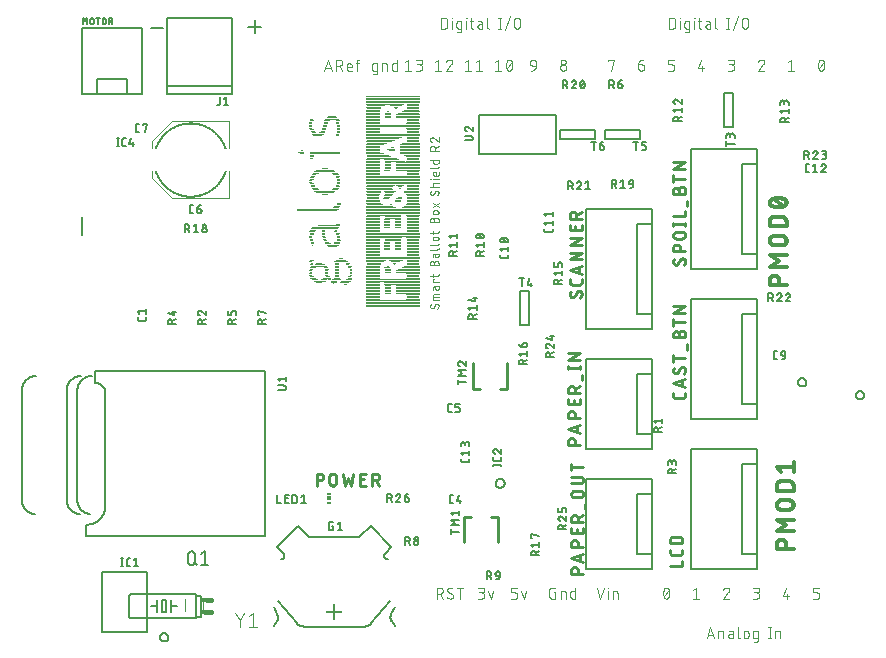
<source format=gbr>
G04 EAGLE Gerber RS-274X export*
G75*
%MOMM*%
%FSLAX34Y34*%
%LPD*%
%INSilkscreen Top*%
%IPPOS*%
%AMOC8*
5,1,8,0,0,1.08239X$1,22.5*%
G01*
%ADD10C,0.152400*%
%ADD11R,4.488181X0.084838*%
%ADD12R,4.488181X0.084581*%
%ADD13R,1.102363X0.084581*%
%ADD14R,1.186181X0.084581*%
%ADD15R,1.102363X0.084838*%
%ADD16R,1.099819X0.084838*%
%ADD17R,1.099819X0.084581*%
%ADD18R,0.508000X0.084581*%
%ADD19R,2.032000X0.084581*%
%ADD20R,0.508000X0.084838*%
%ADD21R,2.032000X0.084838*%
%ADD22R,2.964181X0.084581*%
%ADD23R,2.964181X0.084838*%
%ADD24R,1.861819X0.084581*%
%ADD25R,1.694181X0.084838*%
%ADD26R,0.424181X0.084581*%
%ADD27R,1.524000X0.084581*%
%ADD28R,0.170181X0.084581*%
%ADD29R,1.353819X0.084581*%
%ADD30R,1.186181X0.084838*%
%ADD31R,0.083819X0.084581*%
%ADD32R,0.254000X0.084581*%
%ADD33R,1.270000X0.084838*%
%ADD34R,1.440181X0.084581*%
%ADD35R,0.762000X0.084581*%
%ADD36R,1.610363X0.084581*%
%ADD37R,1.183638X0.084581*%
%ADD38R,3.134362X0.084838*%
%ADD39R,0.424181X0.084838*%
%ADD40R,1.356363X0.084581*%
%ADD41R,1.440181X0.084838*%
%ADD42R,1.356363X0.084838*%
%ADD43R,2.880362X0.084581*%
%ADD44R,2.456181X0.084581*%
%ADD45R,2.286000X0.084581*%
%ADD46R,2.202181X0.084838*%
%ADD47R,1.270000X0.084581*%
%ADD48R,0.167637X0.084838*%
%ADD49R,0.591819X0.084581*%
%ADD50R,1.016000X0.084838*%
%ADD51R,0.591819X0.084838*%
%ADD52R,1.016000X0.084581*%
%ADD53R,0.337819X0.084581*%
%ADD54R,0.170181X0.084838*%
%ADD55R,0.594363X0.084581*%
%ADD56R,0.678181X0.084581*%
%ADD57R,0.675638X0.084838*%
%ADD58R,0.932181X0.084581*%
%ADD59R,0.762000X0.084838*%
%ADD60R,2.202181X0.084581*%
%ADD61R,2.118362X0.084581*%
%ADD62R,0.086363X0.084581*%
%ADD63R,0.254000X0.084838*%
%ADD64R,0.421637X0.084581*%
%ADD65R,2.372362X0.084581*%
%ADD66R,3.218181X0.084838*%
%ADD67R,1.694181X0.084581*%
%ADD68R,2.540000X0.084581*%
%ADD69R,2.286000X0.084838*%
%ADD70R,1.864363X0.084581*%
%ADD71R,1.524000X0.084838*%
%ADD72R,0.086363X0.084838*%
%ADD73R,0.594363X0.084838*%
%ADD74R,1.864363X0.084838*%
%ADD75R,2.540000X0.084838*%
%ADD76R,2.794000X0.084581*%
%ADD77R,1.948181X0.084581*%
%ADD78R,1.778000X0.084581*%
%ADD79R,1.607819X0.084838*%
%ADD80R,0.167637X0.084581*%
%ADD81R,0.340363X0.084581*%
%ADD82R,3.134362X0.084581*%
%ADD83C,0.101600*%
%ADD84R,0.083819X0.084838*%
%ADD85R,0.848363X0.084581*%
%ADD86R,0.932181X0.084838*%
%ADD87R,0.340363X0.084838*%
%ADD88R,0.845819X0.084581*%
%ADD89R,0.337819X0.084838*%
%ADD90R,0.929638X0.084581*%
%ADD91R,0.421637X0.084838*%
%ADD92R,1.945638X0.084581*%
%ADD93R,3.131819X0.084838*%
%ADD94R,3.385819X0.084581*%
%ADD95R,3.556000X0.084581*%
%ADD96R,3.556000X0.084838*%
%ADD97R,1.948181X0.084838*%
%ADD98R,0.678181X0.084838*%
%ADD99R,1.607819X0.084581*%
%ADD100R,2.456181X0.084838*%
%ADD101C,0.254000*%
%ADD102C,0.076200*%
%ADD103C,0.127000*%
%ADD104C,0.355600*%
%ADD105C,0.200000*%
%ADD106C,0.010159*%
%ADD107C,0.203200*%
%ADD108R,0.229600X1.377600*%
%ADD109R,1.377600X0.229600*%
%ADD110C,0.100000*%
%ADD111C,0.406400*%
%ADD112R,0.584200X0.406400*%
%ADD113R,0.300000X0.150000*%
%ADD114R,0.300000X0.300000*%


D10*
X153162Y522704D02*
X163999Y522704D01*
X158581Y517285D02*
X158581Y528122D01*
X81449Y521434D02*
X70612Y521434D01*
D11*
X275984Y284452D03*
D12*
X275984Y285299D03*
X275984Y286144D03*
D11*
X275984Y286992D03*
D12*
X275984Y287839D03*
X275984Y288684D03*
D11*
X275984Y289532D03*
D12*
X275984Y290379D03*
D13*
X259055Y291224D03*
D14*
X292494Y291224D03*
D15*
X259055Y292072D03*
D16*
X292926Y292072D03*
D13*
X259055Y292919D03*
D17*
X292926Y292919D03*
D13*
X259055Y293764D03*
D17*
X292926Y293764D03*
D15*
X259055Y294612D03*
D16*
X292926Y294612D03*
D13*
X259055Y295459D03*
D14*
X292494Y295459D03*
D13*
X259055Y296304D03*
D18*
X271323Y296304D03*
D19*
X288265Y296304D03*
D15*
X259055Y297152D03*
D20*
X271323Y297152D03*
D21*
X288265Y297152D03*
D13*
X259055Y297999D03*
D18*
X271323Y297999D03*
D19*
X288265Y297999D03*
D13*
X259055Y298844D03*
D18*
X271323Y298844D03*
D19*
X288265Y298844D03*
D15*
X259055Y299692D03*
D20*
X271323Y299692D03*
D21*
X288265Y299692D03*
D13*
X259055Y300539D03*
D18*
X271323Y300539D03*
D19*
X288265Y300539D03*
D13*
X259055Y301384D03*
D18*
X271323Y301384D03*
D19*
X288265Y301384D03*
D15*
X259055Y302232D03*
D20*
X271323Y302232D03*
D21*
X288265Y302232D03*
D13*
X259055Y303079D03*
D18*
X271323Y303079D03*
D19*
X288265Y303079D03*
D13*
X259055Y303924D03*
D22*
X283604Y303924D03*
D15*
X259055Y304772D03*
D23*
X283604Y304772D03*
D13*
X259055Y305619D03*
D22*
X283604Y305619D03*
D12*
X275984Y306464D03*
D11*
X275984Y307312D03*
D12*
X275984Y308159D03*
D13*
X259055Y309004D03*
D14*
X292494Y309004D03*
D15*
X259055Y309852D03*
D16*
X292926Y309852D03*
D13*
X259055Y310699D03*
D17*
X292926Y310699D03*
D13*
X259055Y311544D03*
D17*
X292926Y311544D03*
D15*
X259055Y312392D03*
D16*
X292926Y312392D03*
D13*
X259055Y313239D03*
D14*
X292494Y313239D03*
D13*
X259055Y314084D03*
D18*
X271323Y314084D03*
D19*
X288265Y314084D03*
D15*
X259055Y314932D03*
D20*
X271323Y314932D03*
D21*
X288265Y314932D03*
D13*
X259055Y315779D03*
D18*
X271323Y315779D03*
D19*
X288265Y315779D03*
D13*
X259055Y316624D03*
D18*
X271323Y316624D03*
D24*
X289116Y316624D03*
D15*
X259055Y317472D03*
D20*
X271323Y317472D03*
D25*
X289954Y317472D03*
D13*
X259055Y318319D03*
D26*
X270904Y318319D03*
D27*
X290805Y318319D03*
D13*
X259055Y319164D03*
D28*
X271336Y319164D03*
D29*
X291656Y319164D03*
D15*
X259055Y320012D03*
D30*
X292494Y320012D03*
D14*
X259474Y320859D03*
D31*
X277686Y320859D03*
D17*
X292926Y320859D03*
D14*
X259474Y321704D03*
D32*
X277673Y321704D03*
D17*
X292926Y321704D03*
D33*
X259893Y322552D03*
D20*
X278105Y322552D03*
D16*
X292926Y322552D03*
D34*
X260744Y323399D03*
D35*
X278536Y323399D03*
D17*
X292926Y323399D03*
D36*
X261595Y324244D03*
D37*
X278105Y324244D03*
D17*
X292926Y324244D03*
D38*
X269215Y325092D03*
D30*
X292494Y325092D03*
D12*
X275984Y325939D03*
X275984Y326784D03*
D11*
X275984Y327632D03*
D13*
X259055Y328479D03*
D17*
X292926Y328479D03*
D13*
X259055Y329324D03*
D17*
X292926Y329324D03*
D15*
X259055Y330172D03*
D16*
X292926Y330172D03*
D13*
X259055Y331019D03*
D17*
X292926Y331019D03*
D13*
X259055Y331864D03*
D17*
X292926Y331864D03*
D15*
X259055Y332712D03*
D16*
X292926Y332712D03*
D13*
X259055Y333559D03*
D26*
X270904Y333559D03*
D18*
X279806Y333559D03*
D17*
X292926Y333559D03*
D13*
X259055Y334404D03*
D26*
X270904Y334404D03*
D18*
X279806Y334404D03*
D17*
X292926Y334404D03*
D15*
X259055Y335252D03*
D39*
X270904Y335252D03*
D20*
X279806Y335252D03*
D16*
X292926Y335252D03*
D13*
X259055Y336099D03*
D26*
X270904Y336099D03*
D18*
X279806Y336099D03*
D17*
X292926Y336099D03*
D13*
X259055Y336944D03*
D26*
X270904Y336944D03*
D18*
X279806Y336944D03*
D17*
X292926Y336944D03*
D15*
X259055Y337792D03*
D39*
X270904Y337792D03*
D20*
X279806Y337792D03*
D16*
X292926Y337792D03*
D13*
X259055Y338639D03*
D26*
X270904Y338639D03*
D18*
X279806Y338639D03*
D17*
X292926Y338639D03*
D13*
X259055Y339484D03*
D26*
X270904Y339484D03*
D18*
X279806Y339484D03*
D17*
X292926Y339484D03*
D15*
X259055Y340332D03*
D20*
X271323Y340332D03*
X279806Y340332D03*
D16*
X292926Y340332D03*
D13*
X259055Y341179D03*
D40*
X275565Y341179D03*
D17*
X292926Y341179D03*
D13*
X259055Y342024D03*
D40*
X275565Y342024D03*
D17*
X292926Y342024D03*
D15*
X259055Y342872D03*
D41*
X275146Y342872D03*
D16*
X292926Y342872D03*
D22*
X268364Y343719D03*
D14*
X292494Y343719D03*
D12*
X275984Y344564D03*
D11*
X275984Y345412D03*
D12*
X275984Y346259D03*
X275984Y347104D03*
D15*
X259055Y347952D03*
D16*
X292926Y347952D03*
D13*
X259055Y348799D03*
D17*
X292926Y348799D03*
D13*
X259055Y349644D03*
D17*
X292926Y349644D03*
D15*
X259055Y350492D03*
D16*
X292926Y350492D03*
D13*
X259055Y351339D03*
D17*
X292926Y351339D03*
D13*
X259055Y352184D03*
D26*
X270904Y352184D03*
D18*
X279806Y352184D03*
D17*
X292926Y352184D03*
D15*
X259055Y353032D03*
D39*
X270904Y353032D03*
D20*
X279806Y353032D03*
D16*
X292926Y353032D03*
D13*
X259055Y353879D03*
D26*
X270904Y353879D03*
D18*
X279806Y353879D03*
D17*
X292926Y353879D03*
D13*
X259055Y354724D03*
D26*
X270904Y354724D03*
D18*
X279806Y354724D03*
D17*
X292926Y354724D03*
D15*
X259055Y355572D03*
D39*
X270904Y355572D03*
D20*
X279806Y355572D03*
D16*
X292926Y355572D03*
D13*
X259055Y356419D03*
D26*
X270904Y356419D03*
D18*
X279806Y356419D03*
D17*
X292926Y356419D03*
D13*
X259055Y357264D03*
D26*
X270904Y357264D03*
D18*
X279806Y357264D03*
D17*
X292926Y357264D03*
D15*
X259055Y358112D03*
D39*
X270904Y358112D03*
D20*
X279806Y358112D03*
D16*
X292926Y358112D03*
D13*
X259055Y358959D03*
D26*
X270904Y358959D03*
D18*
X279806Y358959D03*
D17*
X292926Y358959D03*
D13*
X259055Y359804D03*
D40*
X275565Y359804D03*
D17*
X292926Y359804D03*
D15*
X259055Y360652D03*
D42*
X275565Y360652D03*
D16*
X292926Y360652D03*
D13*
X259055Y361499D03*
D40*
X275565Y361499D03*
D17*
X292926Y361499D03*
D43*
X267945Y362344D03*
D14*
X292494Y362344D03*
D11*
X275984Y363192D03*
D12*
X275984Y364039D03*
X275984Y364884D03*
D11*
X275984Y365732D03*
D12*
X275984Y366579D03*
X275984Y367424D03*
D11*
X275984Y368272D03*
D44*
X265824Y369119D03*
D34*
X291224Y369119D03*
D45*
X264973Y369964D03*
D29*
X291656Y369964D03*
D46*
X264554Y370812D03*
D33*
X292075Y370812D03*
D40*
X260325Y371659D03*
D28*
X273876Y371659D03*
D14*
X292494Y371659D03*
D47*
X259893Y372504D03*
D17*
X292926Y372504D03*
D30*
X259474Y373352D03*
D48*
X280645Y373352D03*
D16*
X292926Y373352D03*
D13*
X259055Y374199D03*
D26*
X280226Y374199D03*
D17*
X292926Y374199D03*
D13*
X259055Y375044D03*
D49*
X280226Y375044D03*
D17*
X292926Y375044D03*
D50*
X258623Y375892D03*
D51*
X280226Y375892D03*
D16*
X292926Y375892D03*
D52*
X258623Y376739D03*
D26*
X270066Y376739D03*
X281064Y376739D03*
D17*
X292926Y376739D03*
D52*
X258623Y377584D03*
D18*
X270485Y377584D03*
D53*
X281496Y377584D03*
D17*
X292926Y377584D03*
D50*
X258623Y378432D03*
D51*
X270904Y378432D03*
D54*
X281496Y378432D03*
D16*
X292926Y378432D03*
D52*
X258623Y379279D03*
D55*
X271755Y379279D03*
D17*
X292926Y379279D03*
D13*
X259055Y380124D03*
D56*
X272174Y380124D03*
D14*
X292494Y380124D03*
D15*
X259055Y380972D03*
D57*
X273025Y380972D03*
D33*
X292075Y380972D03*
D14*
X259474Y381819D03*
D35*
X273456Y381819D03*
D47*
X292075Y381819D03*
X259893Y382664D03*
D58*
X273444Y382664D03*
D47*
X292075Y382664D03*
D42*
X260325Y383512D03*
D59*
X272593Y383512D03*
D30*
X292494Y383512D03*
D60*
X264554Y384359D03*
D17*
X292926Y384359D03*
D61*
X264135Y385204D03*
D62*
X281915Y385204D03*
D17*
X292926Y385204D03*
D46*
X264554Y386052D03*
D63*
X281915Y386052D03*
D16*
X292926Y386052D03*
D45*
X264973Y386899D03*
D64*
X281915Y386899D03*
D17*
X292926Y386899D03*
D65*
X265405Y387744D03*
D56*
X281496Y387744D03*
D17*
X292926Y387744D03*
D66*
X269634Y388592D03*
D30*
X292494Y388592D03*
D12*
X275984Y389439D03*
X275984Y390284D03*
D11*
X275984Y391132D03*
D12*
X275984Y391979D03*
X275984Y392824D03*
D11*
X275984Y393672D03*
D12*
X275984Y394519D03*
X275984Y395364D03*
D15*
X259055Y396212D03*
D30*
X292494Y396212D03*
D13*
X259055Y397059D03*
D17*
X292926Y397059D03*
D13*
X259055Y397904D03*
D17*
X292926Y397904D03*
D15*
X259055Y398752D03*
D16*
X292926Y398752D03*
D13*
X259055Y399599D03*
D17*
X292926Y399599D03*
D13*
X259055Y400444D03*
D26*
X270904Y400444D03*
D19*
X288265Y400444D03*
D15*
X259055Y401292D03*
D20*
X271323Y401292D03*
D21*
X288265Y401292D03*
D13*
X259055Y402139D03*
D18*
X271323Y402139D03*
D19*
X288265Y402139D03*
D13*
X259055Y402984D03*
D18*
X271323Y402984D03*
D19*
X288265Y402984D03*
D15*
X259055Y403832D03*
D20*
X271323Y403832D03*
D21*
X288265Y403832D03*
D13*
X259055Y404679D03*
D18*
X271323Y404679D03*
D19*
X288265Y404679D03*
D13*
X259055Y405524D03*
D18*
X271323Y405524D03*
D19*
X288265Y405524D03*
D15*
X259055Y406372D03*
D20*
X271323Y406372D03*
D21*
X288265Y406372D03*
D13*
X259055Y407219D03*
D18*
X271323Y407219D03*
D19*
X288265Y407219D03*
D13*
X259055Y408064D03*
D67*
X277254Y408064D03*
D14*
X292494Y408064D03*
D15*
X259055Y408912D03*
D41*
X275984Y408912D03*
D16*
X292926Y408912D03*
D13*
X259055Y409759D03*
D47*
X275133Y409759D03*
D17*
X292926Y409759D03*
D68*
X266243Y410604D03*
D17*
X292926Y410604D03*
D69*
X264973Y411452D03*
D16*
X292926Y411452D03*
D19*
X263703Y412299D03*
D14*
X292494Y412299D03*
D70*
X262865Y413144D03*
D29*
X291656Y413144D03*
D25*
X262014Y413992D03*
D71*
X290805Y413992D03*
D34*
X260744Y414839D03*
D67*
X289954Y414839D03*
D13*
X259055Y415684D03*
D67*
X289954Y415684D03*
D15*
X259055Y416532D03*
D72*
X276835Y416532D03*
D25*
X289954Y416532D03*
D13*
X259055Y417379D03*
D26*
X275146Y417379D03*
D67*
X289954Y417379D03*
D13*
X259055Y418224D03*
D55*
X274295Y418224D03*
D67*
X289954Y418224D03*
D15*
X259055Y419072D03*
D73*
X274295Y419072D03*
D25*
X289954Y419072D03*
D13*
X259055Y419919D03*
D32*
X275996Y419919D03*
D67*
X289954Y419919D03*
D13*
X259055Y420764D03*
D67*
X289954Y420764D03*
D33*
X259893Y421612D03*
D25*
X289954Y421612D03*
D34*
X260744Y422459D03*
D67*
X289954Y422459D03*
X262014Y423304D03*
D34*
X291224Y423304D03*
D74*
X262865Y424152D03*
D30*
X292494Y424152D03*
D61*
X264135Y424999D03*
D17*
X292926Y424999D03*
D65*
X265405Y425844D03*
D17*
X292926Y425844D03*
D75*
X266243Y426692D03*
D16*
X292926Y426692D03*
D76*
X267513Y427539D03*
D17*
X292926Y427539D03*
D22*
X268364Y428384D03*
D17*
X292926Y428384D03*
D66*
X269634Y429232D03*
D30*
X292494Y429232D03*
D12*
X275984Y430079D03*
X275984Y430924D03*
D15*
X259055Y431772D03*
D30*
X292494Y431772D03*
D13*
X259055Y432619D03*
D17*
X292926Y432619D03*
D13*
X259055Y433464D03*
D17*
X292926Y433464D03*
D15*
X259055Y434312D03*
D16*
X292926Y434312D03*
D13*
X259055Y435159D03*
D17*
X292926Y435159D03*
D13*
X259055Y436004D03*
D14*
X292494Y436004D03*
D11*
X275984Y436852D03*
D12*
X275984Y437699D03*
X275984Y438544D03*
D11*
X275984Y439392D03*
D13*
X259055Y440239D03*
D14*
X292494Y440239D03*
D13*
X259055Y441084D03*
D17*
X292926Y441084D03*
D15*
X259055Y441932D03*
D16*
X292926Y441932D03*
D13*
X259055Y442779D03*
D17*
X292926Y442779D03*
D13*
X259055Y443624D03*
D17*
X292926Y443624D03*
D15*
X259055Y444472D03*
D30*
X292494Y444472D03*
D13*
X259055Y445319D03*
D18*
X271323Y445319D03*
D19*
X288265Y445319D03*
D13*
X259055Y446164D03*
D18*
X271323Y446164D03*
D19*
X288265Y446164D03*
D15*
X259055Y447012D03*
D20*
X271323Y447012D03*
D21*
X288265Y447012D03*
D13*
X259055Y447859D03*
D18*
X271323Y447859D03*
D77*
X288684Y447859D03*
D13*
X259055Y448704D03*
D18*
X271323Y448704D03*
D78*
X289535Y448704D03*
D15*
X259055Y449552D03*
D20*
X271323Y449552D03*
D79*
X290386Y449552D03*
D13*
X259055Y450399D03*
D28*
X271336Y450399D03*
D34*
X291224Y450399D03*
D13*
X259055Y451244D03*
D47*
X292075Y451244D03*
D30*
X259474Y452092D03*
X292494Y452092D03*
D14*
X259474Y452939D03*
D80*
X278105Y452939D03*
D17*
X292926Y452939D03*
D47*
X259893Y453784D03*
D81*
X278105Y453784D03*
D17*
X292926Y453784D03*
D41*
X260744Y454632D03*
D51*
X278524Y454632D03*
D16*
X292926Y454632D03*
D27*
X261163Y455479D03*
D58*
X278524Y455479D03*
D17*
X292926Y455479D03*
D82*
X269215Y456324D03*
D17*
X292926Y456324D03*
D11*
X275984Y457172D03*
D12*
X275984Y458019D03*
X275984Y458864D03*
D11*
X275984Y459712D03*
D12*
X275984Y460559D03*
X275984Y461404D03*
D11*
X275984Y462252D03*
D12*
X275984Y463099D03*
D83*
X312841Y288064D02*
X312919Y288062D01*
X312996Y288056D01*
X313073Y288047D01*
X313149Y288034D01*
X313225Y288017D01*
X313300Y287996D01*
X313373Y287972D01*
X313446Y287944D01*
X313517Y287912D01*
X313586Y287877D01*
X313653Y287839D01*
X313719Y287798D01*
X313782Y287753D01*
X313843Y287705D01*
X313902Y287655D01*
X313958Y287601D01*
X314012Y287545D01*
X314062Y287486D01*
X314110Y287425D01*
X314155Y287362D01*
X314196Y287296D01*
X314234Y287229D01*
X314269Y287160D01*
X314301Y287089D01*
X314329Y287016D01*
X314353Y286943D01*
X314374Y286868D01*
X314391Y286792D01*
X314404Y286716D01*
X314413Y286639D01*
X314419Y286562D01*
X314421Y286484D01*
X314419Y286369D01*
X314413Y286255D01*
X314403Y286141D01*
X314390Y286027D01*
X314372Y285914D01*
X314350Y285801D01*
X314325Y285689D01*
X314296Y285579D01*
X314263Y285469D01*
X314226Y285360D01*
X314186Y285253D01*
X314142Y285147D01*
X314094Y285043D01*
X314043Y284940D01*
X313988Y284840D01*
X313930Y284741D01*
X313868Y284644D01*
X313804Y284550D01*
X313736Y284457D01*
X313664Y284367D01*
X313590Y284280D01*
X313513Y284195D01*
X313433Y284113D01*
X308890Y284311D02*
X308812Y284313D01*
X308735Y284319D01*
X308658Y284328D01*
X308582Y284341D01*
X308506Y284358D01*
X308431Y284379D01*
X308358Y284403D01*
X308285Y284431D01*
X308214Y284463D01*
X308145Y284498D01*
X308078Y284536D01*
X308012Y284577D01*
X307949Y284622D01*
X307888Y284670D01*
X307829Y284720D01*
X307773Y284774D01*
X307719Y284830D01*
X307669Y284889D01*
X307621Y284950D01*
X307576Y285013D01*
X307535Y285079D01*
X307497Y285146D01*
X307462Y285215D01*
X307430Y285286D01*
X307402Y285359D01*
X307378Y285432D01*
X307357Y285507D01*
X307340Y285583D01*
X307327Y285659D01*
X307318Y285736D01*
X307312Y285813D01*
X307310Y285891D01*
X307309Y285891D02*
X307311Y285997D01*
X307317Y286103D01*
X307326Y286208D01*
X307339Y286313D01*
X307356Y286418D01*
X307377Y286522D01*
X307401Y286625D01*
X307429Y286727D01*
X307461Y286828D01*
X307496Y286928D01*
X307535Y287026D01*
X307578Y287124D01*
X307623Y287219D01*
X307672Y287313D01*
X307725Y287405D01*
X307781Y287495D01*
X307840Y287583D01*
X307902Y287669D01*
X310273Y285101D02*
X310231Y285034D01*
X310186Y284969D01*
X310137Y284906D01*
X310086Y284845D01*
X310031Y284788D01*
X309974Y284733D01*
X309914Y284680D01*
X309852Y284631D01*
X309787Y284585D01*
X309721Y284543D01*
X309652Y284503D01*
X309581Y284467D01*
X309508Y284435D01*
X309434Y284406D01*
X309359Y284381D01*
X309283Y284360D01*
X309205Y284342D01*
X309127Y284329D01*
X309048Y284319D01*
X308969Y284313D01*
X308890Y284311D01*
X311458Y287274D02*
X311500Y287341D01*
X311545Y287406D01*
X311594Y287469D01*
X311645Y287530D01*
X311700Y287587D01*
X311757Y287642D01*
X311817Y287695D01*
X311879Y287744D01*
X311944Y287790D01*
X312010Y287832D01*
X312079Y287872D01*
X312150Y287908D01*
X312223Y287940D01*
X312297Y287969D01*
X312372Y287994D01*
X312448Y288015D01*
X312526Y288033D01*
X312604Y288046D01*
X312683Y288056D01*
X312762Y288062D01*
X312841Y288064D01*
X311458Y287274D02*
X310272Y285101D01*
X309680Y291521D02*
X314421Y291521D01*
X309680Y291521D02*
X309680Y295077D01*
X309682Y295143D01*
X309687Y295210D01*
X309697Y295275D01*
X309710Y295341D01*
X309726Y295405D01*
X309746Y295468D01*
X309770Y295530D01*
X309797Y295591D01*
X309828Y295650D01*
X309862Y295707D01*
X309899Y295763D01*
X309939Y295816D01*
X309981Y295867D01*
X310027Y295915D01*
X310075Y295961D01*
X310126Y296003D01*
X310179Y296043D01*
X310235Y296080D01*
X310292Y296114D01*
X310351Y296145D01*
X310412Y296172D01*
X310474Y296196D01*
X310537Y296216D01*
X310601Y296232D01*
X310667Y296245D01*
X310732Y296255D01*
X310799Y296260D01*
X310865Y296262D01*
X314421Y296262D01*
X314421Y293891D02*
X309680Y293891D01*
X311655Y301205D02*
X311655Y302983D01*
X311655Y301205D02*
X311657Y301131D01*
X311663Y301058D01*
X311673Y300985D01*
X311686Y300913D01*
X311704Y300841D01*
X311725Y300771D01*
X311750Y300701D01*
X311779Y300634D01*
X311811Y300567D01*
X311846Y300503D01*
X311886Y300440D01*
X311928Y300380D01*
X311973Y300322D01*
X312022Y300267D01*
X312073Y300214D01*
X312127Y300164D01*
X312184Y300117D01*
X312243Y300073D01*
X312304Y300033D01*
X312368Y299995D01*
X312433Y299961D01*
X312500Y299931D01*
X312569Y299904D01*
X312639Y299881D01*
X312710Y299862D01*
X312782Y299846D01*
X312854Y299834D01*
X312928Y299826D01*
X313001Y299822D01*
X313075Y299822D01*
X313148Y299826D01*
X313222Y299834D01*
X313294Y299846D01*
X313366Y299862D01*
X313437Y299881D01*
X313507Y299904D01*
X313576Y299931D01*
X313643Y299961D01*
X313708Y299995D01*
X313772Y300033D01*
X313833Y300073D01*
X313892Y300117D01*
X313949Y300164D01*
X314003Y300214D01*
X314054Y300267D01*
X314103Y300322D01*
X314148Y300380D01*
X314190Y300440D01*
X314230Y300503D01*
X314265Y300567D01*
X314297Y300634D01*
X314326Y300701D01*
X314351Y300771D01*
X314372Y300841D01*
X314390Y300913D01*
X314403Y300985D01*
X314413Y301058D01*
X314419Y301131D01*
X314421Y301205D01*
X314421Y302983D01*
X310865Y302983D01*
X310865Y302982D02*
X310799Y302980D01*
X310732Y302975D01*
X310667Y302965D01*
X310601Y302952D01*
X310537Y302936D01*
X310474Y302916D01*
X310412Y302892D01*
X310351Y302865D01*
X310292Y302834D01*
X310235Y302800D01*
X310179Y302763D01*
X310126Y302723D01*
X310075Y302681D01*
X310027Y302635D01*
X309981Y302587D01*
X309939Y302536D01*
X309899Y302483D01*
X309862Y302427D01*
X309828Y302370D01*
X309797Y302311D01*
X309770Y302250D01*
X309746Y302188D01*
X309726Y302125D01*
X309710Y302061D01*
X309697Y301995D01*
X309687Y301930D01*
X309682Y301863D01*
X309680Y301797D01*
X309680Y300217D01*
X309680Y306752D02*
X314421Y306752D01*
X309680Y306752D02*
X309680Y309123D01*
X310470Y309123D01*
X309680Y310918D02*
X309680Y313289D01*
X307309Y311708D02*
X313236Y311708D01*
X313236Y311709D02*
X313302Y311711D01*
X313369Y311716D01*
X313434Y311726D01*
X313500Y311739D01*
X313564Y311755D01*
X313627Y311775D01*
X313689Y311799D01*
X313750Y311826D01*
X313809Y311857D01*
X313866Y311891D01*
X313922Y311928D01*
X313975Y311968D01*
X314026Y312010D01*
X314074Y312056D01*
X314120Y312104D01*
X314162Y312155D01*
X314202Y312208D01*
X314239Y312264D01*
X314273Y312321D01*
X314304Y312380D01*
X314331Y312441D01*
X314355Y312503D01*
X314375Y312566D01*
X314391Y312630D01*
X314404Y312696D01*
X314414Y312761D01*
X314419Y312828D01*
X314421Y312894D01*
X314421Y313289D01*
X310470Y320584D02*
X310470Y322559D01*
X310469Y322559D02*
X310471Y322646D01*
X310477Y322734D01*
X310486Y322821D01*
X310500Y322907D01*
X310517Y322993D01*
X310538Y323077D01*
X310563Y323161D01*
X310592Y323244D01*
X310624Y323325D01*
X310659Y323405D01*
X310698Y323483D01*
X310741Y323560D01*
X310787Y323634D01*
X310836Y323706D01*
X310888Y323776D01*
X310944Y323844D01*
X311002Y323909D01*
X311063Y323972D01*
X311127Y324031D01*
X311194Y324088D01*
X311262Y324142D01*
X311334Y324193D01*
X311407Y324240D01*
X311482Y324285D01*
X311560Y324326D01*
X311639Y324363D01*
X311719Y324397D01*
X311801Y324427D01*
X311884Y324454D01*
X311969Y324477D01*
X312054Y324496D01*
X312140Y324511D01*
X312227Y324523D01*
X312314Y324531D01*
X312401Y324535D01*
X312489Y324535D01*
X312576Y324531D01*
X312663Y324523D01*
X312750Y324511D01*
X312836Y324496D01*
X312921Y324477D01*
X313006Y324454D01*
X313089Y324427D01*
X313171Y324397D01*
X313251Y324363D01*
X313330Y324326D01*
X313408Y324285D01*
X313483Y324240D01*
X313556Y324193D01*
X313628Y324142D01*
X313696Y324088D01*
X313763Y324031D01*
X313827Y323972D01*
X313888Y323909D01*
X313946Y323844D01*
X314002Y323776D01*
X314054Y323706D01*
X314103Y323634D01*
X314149Y323560D01*
X314192Y323483D01*
X314231Y323405D01*
X314266Y323325D01*
X314298Y323244D01*
X314327Y323161D01*
X314352Y323077D01*
X314373Y322993D01*
X314390Y322907D01*
X314404Y322821D01*
X314413Y322734D01*
X314419Y322646D01*
X314421Y322559D01*
X314421Y320584D01*
X307309Y320584D01*
X307309Y322559D01*
X307311Y322638D01*
X307317Y322716D01*
X307327Y322794D01*
X307340Y322872D01*
X307358Y322949D01*
X307379Y323025D01*
X307404Y323099D01*
X307433Y323173D01*
X307465Y323245D01*
X307501Y323315D01*
X307541Y323383D01*
X307584Y323449D01*
X307630Y323513D01*
X307679Y323575D01*
X307731Y323634D01*
X307786Y323690D01*
X307844Y323744D01*
X307904Y323794D01*
X307967Y323842D01*
X308032Y323886D01*
X308099Y323927D01*
X308168Y323965D01*
X308239Y323999D01*
X308312Y324030D01*
X308386Y324057D01*
X308461Y324080D01*
X308537Y324099D01*
X308615Y324115D01*
X308693Y324127D01*
X308771Y324135D01*
X308850Y324139D01*
X308928Y324139D01*
X309007Y324135D01*
X309085Y324127D01*
X309163Y324115D01*
X309241Y324099D01*
X309317Y324080D01*
X309392Y324057D01*
X309466Y324030D01*
X309539Y323999D01*
X309610Y323965D01*
X309679Y323927D01*
X309746Y323886D01*
X309811Y323842D01*
X309874Y323794D01*
X309934Y323744D01*
X309992Y323690D01*
X310047Y323634D01*
X310099Y323575D01*
X310148Y323513D01*
X310194Y323449D01*
X310237Y323383D01*
X310277Y323315D01*
X310313Y323245D01*
X310345Y323173D01*
X310374Y323099D01*
X310399Y323025D01*
X310420Y322949D01*
X310438Y322872D01*
X310451Y322794D01*
X310461Y322716D01*
X310467Y322638D01*
X310469Y322559D01*
X311655Y328758D02*
X311655Y330536D01*
X311655Y328758D02*
X311657Y328684D01*
X311663Y328611D01*
X311673Y328538D01*
X311686Y328466D01*
X311704Y328394D01*
X311725Y328324D01*
X311750Y328254D01*
X311779Y328187D01*
X311811Y328120D01*
X311846Y328056D01*
X311886Y327993D01*
X311928Y327933D01*
X311973Y327875D01*
X312022Y327820D01*
X312073Y327767D01*
X312127Y327717D01*
X312184Y327670D01*
X312243Y327626D01*
X312304Y327586D01*
X312368Y327548D01*
X312433Y327514D01*
X312500Y327484D01*
X312569Y327457D01*
X312639Y327434D01*
X312710Y327415D01*
X312782Y327399D01*
X312854Y327387D01*
X312928Y327379D01*
X313001Y327375D01*
X313075Y327375D01*
X313148Y327379D01*
X313222Y327387D01*
X313294Y327399D01*
X313366Y327415D01*
X313437Y327434D01*
X313507Y327457D01*
X313576Y327484D01*
X313643Y327514D01*
X313708Y327548D01*
X313772Y327586D01*
X313833Y327626D01*
X313892Y327670D01*
X313949Y327717D01*
X314003Y327767D01*
X314054Y327820D01*
X314103Y327875D01*
X314148Y327933D01*
X314190Y327993D01*
X314230Y328056D01*
X314265Y328120D01*
X314297Y328187D01*
X314326Y328254D01*
X314351Y328324D01*
X314372Y328394D01*
X314390Y328466D01*
X314403Y328538D01*
X314413Y328611D01*
X314419Y328684D01*
X314421Y328758D01*
X314421Y330536D01*
X310865Y330536D01*
X310799Y330534D01*
X310732Y330529D01*
X310667Y330519D01*
X310601Y330506D01*
X310537Y330490D01*
X310474Y330470D01*
X310412Y330446D01*
X310351Y330419D01*
X310292Y330388D01*
X310235Y330354D01*
X310179Y330317D01*
X310126Y330277D01*
X310075Y330235D01*
X310027Y330189D01*
X309981Y330141D01*
X309939Y330090D01*
X309899Y330037D01*
X309862Y329981D01*
X309828Y329924D01*
X309797Y329865D01*
X309770Y329804D01*
X309746Y329742D01*
X309726Y329679D01*
X309710Y329615D01*
X309697Y329549D01*
X309687Y329484D01*
X309682Y329417D01*
X309680Y329351D01*
X309680Y327770D01*
X307309Y334061D02*
X313236Y334061D01*
X313236Y334062D02*
X313302Y334064D01*
X313369Y334069D01*
X313434Y334079D01*
X313500Y334092D01*
X313564Y334108D01*
X313627Y334128D01*
X313689Y334152D01*
X313750Y334179D01*
X313809Y334210D01*
X313866Y334244D01*
X313922Y334281D01*
X313975Y334321D01*
X314026Y334363D01*
X314074Y334409D01*
X314120Y334457D01*
X314162Y334508D01*
X314202Y334561D01*
X314239Y334617D01*
X314273Y334674D01*
X314304Y334733D01*
X314331Y334794D01*
X314355Y334856D01*
X314375Y334919D01*
X314391Y334983D01*
X314404Y335049D01*
X314414Y335114D01*
X314419Y335181D01*
X314421Y335247D01*
X313236Y337963D02*
X307309Y337963D01*
X313236Y337963D02*
X313302Y337965D01*
X313369Y337970D01*
X313434Y337980D01*
X313500Y337993D01*
X313564Y338009D01*
X313627Y338029D01*
X313689Y338053D01*
X313750Y338080D01*
X313809Y338111D01*
X313866Y338145D01*
X313922Y338182D01*
X313975Y338222D01*
X314026Y338264D01*
X314074Y338310D01*
X314120Y338358D01*
X314162Y338409D01*
X314202Y338462D01*
X314239Y338518D01*
X314273Y338575D01*
X314304Y338634D01*
X314331Y338695D01*
X314355Y338757D01*
X314375Y338820D01*
X314391Y338884D01*
X314404Y338950D01*
X314414Y339015D01*
X314419Y339082D01*
X314421Y339148D01*
X312841Y341810D02*
X311260Y341810D01*
X311260Y341811D02*
X311181Y341813D01*
X311103Y341819D01*
X311025Y341829D01*
X310947Y341842D01*
X310870Y341860D01*
X310794Y341881D01*
X310720Y341906D01*
X310646Y341935D01*
X310574Y341967D01*
X310504Y342003D01*
X310436Y342043D01*
X310370Y342086D01*
X310306Y342132D01*
X310244Y342181D01*
X310185Y342233D01*
X310129Y342288D01*
X310075Y342346D01*
X310025Y342406D01*
X309977Y342469D01*
X309933Y342534D01*
X309892Y342601D01*
X309854Y342670D01*
X309820Y342741D01*
X309789Y342814D01*
X309762Y342888D01*
X309739Y342963D01*
X309720Y343039D01*
X309704Y343117D01*
X309692Y343195D01*
X309684Y343273D01*
X309680Y343352D01*
X309680Y343430D01*
X309684Y343509D01*
X309692Y343587D01*
X309704Y343665D01*
X309720Y343743D01*
X309739Y343819D01*
X309762Y343894D01*
X309789Y343968D01*
X309820Y344041D01*
X309854Y344112D01*
X309892Y344181D01*
X309933Y344248D01*
X309977Y344313D01*
X310025Y344376D01*
X310075Y344436D01*
X310129Y344494D01*
X310185Y344549D01*
X310244Y344601D01*
X310306Y344650D01*
X310370Y344696D01*
X310436Y344739D01*
X310504Y344779D01*
X310574Y344815D01*
X310646Y344847D01*
X310720Y344876D01*
X310794Y344901D01*
X310870Y344922D01*
X310947Y344940D01*
X311025Y344953D01*
X311103Y344963D01*
X311181Y344969D01*
X311260Y344971D01*
X312841Y344971D01*
X312920Y344969D01*
X312998Y344963D01*
X313076Y344953D01*
X313154Y344940D01*
X313231Y344922D01*
X313307Y344901D01*
X313381Y344876D01*
X313455Y344847D01*
X313527Y344815D01*
X313597Y344779D01*
X313665Y344739D01*
X313731Y344696D01*
X313795Y344650D01*
X313857Y344601D01*
X313916Y344549D01*
X313972Y344494D01*
X314026Y344436D01*
X314076Y344376D01*
X314124Y344313D01*
X314168Y344248D01*
X314209Y344181D01*
X314247Y344112D01*
X314281Y344041D01*
X314312Y343968D01*
X314339Y343894D01*
X314362Y343819D01*
X314381Y343743D01*
X314397Y343665D01*
X314409Y343587D01*
X314417Y343509D01*
X314421Y343430D01*
X314421Y343352D01*
X314417Y343273D01*
X314409Y343195D01*
X314397Y343117D01*
X314381Y343039D01*
X314362Y342963D01*
X314339Y342888D01*
X314312Y342814D01*
X314281Y342741D01*
X314247Y342670D01*
X314209Y342601D01*
X314168Y342534D01*
X314124Y342469D01*
X314076Y342406D01*
X314026Y342346D01*
X313972Y342288D01*
X313916Y342233D01*
X313857Y342181D01*
X313795Y342132D01*
X313731Y342086D01*
X313665Y342043D01*
X313597Y342003D01*
X313527Y341967D01*
X313455Y341935D01*
X313381Y341906D01*
X313307Y341881D01*
X313231Y341860D01*
X313154Y341842D01*
X313076Y341829D01*
X312998Y341819D01*
X312920Y341813D01*
X312841Y341811D01*
X309680Y347494D02*
X309680Y349865D01*
X307309Y348284D02*
X313236Y348284D01*
X313302Y348286D01*
X313369Y348291D01*
X313434Y348301D01*
X313500Y348314D01*
X313564Y348330D01*
X313627Y348350D01*
X313689Y348374D01*
X313750Y348401D01*
X313809Y348432D01*
X313866Y348466D01*
X313922Y348503D01*
X313975Y348543D01*
X314026Y348585D01*
X314074Y348631D01*
X314120Y348679D01*
X314162Y348730D01*
X314202Y348783D01*
X314239Y348839D01*
X314273Y348896D01*
X314304Y348955D01*
X314331Y349016D01*
X314355Y349078D01*
X314375Y349141D01*
X314391Y349205D01*
X314404Y349271D01*
X314414Y349336D01*
X314419Y349403D01*
X314421Y349469D01*
X314421Y349865D01*
X310470Y357160D02*
X310470Y359135D01*
X310469Y359135D02*
X310471Y359222D01*
X310477Y359310D01*
X310486Y359397D01*
X310500Y359483D01*
X310517Y359569D01*
X310538Y359653D01*
X310563Y359737D01*
X310592Y359820D01*
X310624Y359901D01*
X310659Y359981D01*
X310698Y360059D01*
X310741Y360136D01*
X310787Y360210D01*
X310836Y360282D01*
X310888Y360352D01*
X310944Y360420D01*
X311002Y360485D01*
X311063Y360548D01*
X311127Y360607D01*
X311194Y360664D01*
X311262Y360718D01*
X311334Y360769D01*
X311407Y360816D01*
X311482Y360861D01*
X311560Y360902D01*
X311639Y360939D01*
X311719Y360973D01*
X311801Y361003D01*
X311884Y361030D01*
X311969Y361053D01*
X312054Y361072D01*
X312140Y361087D01*
X312227Y361099D01*
X312314Y361107D01*
X312401Y361111D01*
X312489Y361111D01*
X312576Y361107D01*
X312663Y361099D01*
X312750Y361087D01*
X312836Y361072D01*
X312921Y361053D01*
X313006Y361030D01*
X313089Y361003D01*
X313171Y360973D01*
X313251Y360939D01*
X313330Y360902D01*
X313408Y360861D01*
X313483Y360816D01*
X313556Y360769D01*
X313628Y360718D01*
X313696Y360664D01*
X313763Y360607D01*
X313827Y360548D01*
X313888Y360485D01*
X313946Y360420D01*
X314002Y360352D01*
X314054Y360282D01*
X314103Y360210D01*
X314149Y360136D01*
X314192Y360059D01*
X314231Y359981D01*
X314266Y359901D01*
X314298Y359820D01*
X314327Y359737D01*
X314352Y359653D01*
X314373Y359569D01*
X314390Y359483D01*
X314404Y359397D01*
X314413Y359310D01*
X314419Y359222D01*
X314421Y359135D01*
X314421Y357160D01*
X307309Y357160D01*
X307309Y359135D01*
X307311Y359214D01*
X307317Y359292D01*
X307327Y359370D01*
X307340Y359448D01*
X307358Y359525D01*
X307379Y359601D01*
X307404Y359675D01*
X307433Y359749D01*
X307465Y359821D01*
X307501Y359891D01*
X307541Y359959D01*
X307584Y360025D01*
X307630Y360089D01*
X307679Y360151D01*
X307731Y360210D01*
X307786Y360266D01*
X307844Y360320D01*
X307904Y360370D01*
X307967Y360418D01*
X308032Y360462D01*
X308099Y360503D01*
X308168Y360541D01*
X308239Y360575D01*
X308312Y360606D01*
X308386Y360633D01*
X308461Y360656D01*
X308537Y360675D01*
X308615Y360691D01*
X308693Y360703D01*
X308771Y360711D01*
X308850Y360715D01*
X308928Y360715D01*
X309007Y360711D01*
X309085Y360703D01*
X309163Y360691D01*
X309241Y360675D01*
X309317Y360656D01*
X309392Y360633D01*
X309466Y360606D01*
X309539Y360575D01*
X309610Y360541D01*
X309679Y360503D01*
X309746Y360462D01*
X309811Y360418D01*
X309874Y360370D01*
X309934Y360320D01*
X309992Y360266D01*
X310047Y360210D01*
X310099Y360151D01*
X310148Y360089D01*
X310194Y360025D01*
X310237Y359959D01*
X310277Y359891D01*
X310313Y359821D01*
X310345Y359749D01*
X310374Y359675D01*
X310399Y359601D01*
X310420Y359525D01*
X310438Y359448D01*
X310451Y359370D01*
X310461Y359292D01*
X310467Y359214D01*
X310469Y359135D01*
X311260Y363999D02*
X312841Y363999D01*
X311260Y364000D02*
X311181Y364002D01*
X311103Y364008D01*
X311025Y364018D01*
X310947Y364031D01*
X310870Y364049D01*
X310794Y364070D01*
X310720Y364095D01*
X310646Y364124D01*
X310574Y364156D01*
X310504Y364192D01*
X310436Y364232D01*
X310370Y364275D01*
X310306Y364321D01*
X310244Y364370D01*
X310185Y364422D01*
X310129Y364477D01*
X310075Y364535D01*
X310025Y364595D01*
X309977Y364658D01*
X309933Y364723D01*
X309892Y364790D01*
X309854Y364859D01*
X309820Y364930D01*
X309789Y365003D01*
X309762Y365077D01*
X309739Y365152D01*
X309720Y365228D01*
X309704Y365306D01*
X309692Y365384D01*
X309684Y365462D01*
X309680Y365541D01*
X309680Y365619D01*
X309684Y365698D01*
X309692Y365776D01*
X309704Y365854D01*
X309720Y365932D01*
X309739Y366008D01*
X309762Y366083D01*
X309789Y366157D01*
X309820Y366230D01*
X309854Y366301D01*
X309892Y366370D01*
X309933Y366437D01*
X309977Y366502D01*
X310025Y366565D01*
X310075Y366625D01*
X310129Y366683D01*
X310185Y366738D01*
X310244Y366790D01*
X310306Y366839D01*
X310370Y366885D01*
X310436Y366928D01*
X310504Y366968D01*
X310574Y367004D01*
X310646Y367036D01*
X310720Y367065D01*
X310794Y367090D01*
X310870Y367111D01*
X310947Y367129D01*
X311025Y367142D01*
X311103Y367152D01*
X311181Y367158D01*
X311260Y367160D01*
X312841Y367160D01*
X312920Y367158D01*
X312998Y367152D01*
X313076Y367142D01*
X313154Y367129D01*
X313231Y367111D01*
X313307Y367090D01*
X313381Y367065D01*
X313455Y367036D01*
X313527Y367004D01*
X313597Y366968D01*
X313665Y366928D01*
X313731Y366885D01*
X313795Y366839D01*
X313857Y366790D01*
X313916Y366738D01*
X313972Y366683D01*
X314026Y366625D01*
X314076Y366565D01*
X314124Y366502D01*
X314168Y366437D01*
X314209Y366370D01*
X314247Y366301D01*
X314281Y366230D01*
X314312Y366157D01*
X314339Y366083D01*
X314362Y366008D01*
X314381Y365932D01*
X314397Y365854D01*
X314409Y365776D01*
X314417Y365698D01*
X314421Y365619D01*
X314421Y365541D01*
X314417Y365462D01*
X314409Y365384D01*
X314397Y365306D01*
X314381Y365228D01*
X314362Y365152D01*
X314339Y365077D01*
X314312Y365003D01*
X314281Y364930D01*
X314247Y364859D01*
X314209Y364790D01*
X314168Y364723D01*
X314124Y364658D01*
X314076Y364595D01*
X314026Y364535D01*
X313972Y364477D01*
X313916Y364422D01*
X313857Y364370D01*
X313795Y364321D01*
X313731Y364275D01*
X313665Y364232D01*
X313597Y364192D01*
X313527Y364156D01*
X313455Y364124D01*
X313381Y364095D01*
X313307Y364070D01*
X313231Y364049D01*
X313154Y364031D01*
X313076Y364018D01*
X312998Y364008D01*
X312920Y364002D01*
X312841Y364000D01*
X314421Y370095D02*
X309680Y373256D01*
X309680Y370095D02*
X314421Y373256D01*
X314421Y382312D02*
X314419Y382390D01*
X314413Y382467D01*
X314404Y382544D01*
X314391Y382620D01*
X314374Y382696D01*
X314353Y382771D01*
X314329Y382844D01*
X314301Y382917D01*
X314269Y382988D01*
X314234Y383057D01*
X314196Y383124D01*
X314155Y383190D01*
X314110Y383253D01*
X314062Y383314D01*
X314012Y383373D01*
X313958Y383429D01*
X313902Y383483D01*
X313843Y383533D01*
X313782Y383581D01*
X313719Y383626D01*
X313653Y383667D01*
X313586Y383705D01*
X313517Y383740D01*
X313446Y383772D01*
X313373Y383800D01*
X313300Y383824D01*
X313225Y383845D01*
X313149Y383862D01*
X313073Y383875D01*
X312996Y383884D01*
X312919Y383890D01*
X312841Y383892D01*
X314421Y382312D02*
X314419Y382197D01*
X314413Y382083D01*
X314403Y381969D01*
X314390Y381855D01*
X314372Y381742D01*
X314350Y381629D01*
X314325Y381517D01*
X314296Y381407D01*
X314263Y381297D01*
X314226Y381188D01*
X314186Y381081D01*
X314142Y380975D01*
X314094Y380871D01*
X314043Y380768D01*
X313988Y380668D01*
X313930Y380569D01*
X313868Y380472D01*
X313804Y380378D01*
X313736Y380285D01*
X313664Y380195D01*
X313590Y380108D01*
X313513Y380023D01*
X313433Y379941D01*
X308890Y380140D02*
X308812Y380142D01*
X308735Y380148D01*
X308658Y380157D01*
X308582Y380170D01*
X308506Y380187D01*
X308431Y380208D01*
X308358Y380232D01*
X308285Y380260D01*
X308214Y380292D01*
X308145Y380327D01*
X308078Y380365D01*
X308012Y380406D01*
X307949Y380451D01*
X307888Y380499D01*
X307829Y380549D01*
X307773Y380603D01*
X307719Y380659D01*
X307669Y380718D01*
X307621Y380779D01*
X307576Y380842D01*
X307535Y380908D01*
X307497Y380975D01*
X307462Y381044D01*
X307430Y381115D01*
X307402Y381188D01*
X307378Y381261D01*
X307357Y381336D01*
X307340Y381412D01*
X307327Y381488D01*
X307318Y381565D01*
X307312Y381642D01*
X307310Y381720D01*
X307309Y381720D02*
X307311Y381826D01*
X307317Y381932D01*
X307326Y382037D01*
X307339Y382142D01*
X307356Y382247D01*
X307377Y382351D01*
X307401Y382454D01*
X307429Y382556D01*
X307461Y382657D01*
X307496Y382757D01*
X307535Y382855D01*
X307578Y382953D01*
X307623Y383048D01*
X307672Y383142D01*
X307725Y383234D01*
X307781Y383324D01*
X307840Y383412D01*
X307902Y383498D01*
X310273Y380929D02*
X310231Y380862D01*
X310186Y380797D01*
X310137Y380734D01*
X310086Y380673D01*
X310031Y380616D01*
X309974Y380561D01*
X309914Y380508D01*
X309852Y380459D01*
X309787Y380413D01*
X309721Y380371D01*
X309652Y380331D01*
X309581Y380295D01*
X309508Y380263D01*
X309434Y380234D01*
X309359Y380209D01*
X309283Y380188D01*
X309205Y380170D01*
X309127Y380157D01*
X309048Y380147D01*
X308969Y380141D01*
X308890Y380139D01*
X311458Y383103D02*
X311500Y383170D01*
X311545Y383235D01*
X311594Y383298D01*
X311645Y383359D01*
X311700Y383416D01*
X311757Y383471D01*
X311817Y383524D01*
X311879Y383573D01*
X311944Y383619D01*
X312010Y383661D01*
X312079Y383701D01*
X312150Y383737D01*
X312223Y383769D01*
X312297Y383798D01*
X312372Y383823D01*
X312448Y383844D01*
X312526Y383862D01*
X312604Y383875D01*
X312683Y383885D01*
X312762Y383891D01*
X312841Y383893D01*
X311458Y383102D02*
X310272Y380929D01*
X307309Y387164D02*
X314421Y387164D01*
X309680Y387164D02*
X309680Y389140D01*
X309682Y389206D01*
X309687Y389273D01*
X309697Y389338D01*
X309710Y389404D01*
X309726Y389468D01*
X309746Y389531D01*
X309770Y389593D01*
X309797Y389654D01*
X309828Y389713D01*
X309862Y389770D01*
X309899Y389826D01*
X309939Y389879D01*
X309981Y389930D01*
X310027Y389978D01*
X310075Y390024D01*
X310126Y390066D01*
X310179Y390106D01*
X310235Y390143D01*
X310292Y390177D01*
X310351Y390208D01*
X310411Y390235D01*
X310474Y390258D01*
X310537Y390279D01*
X310601Y390295D01*
X310666Y390308D01*
X310732Y390318D01*
X310799Y390323D01*
X310865Y390325D01*
X314421Y390325D01*
X314421Y393621D02*
X309680Y393621D01*
X307704Y393424D02*
X307309Y393424D01*
X307309Y393819D01*
X307704Y393819D01*
X307704Y393424D01*
X314421Y397859D02*
X314421Y399835D01*
X314421Y397859D02*
X314419Y397793D01*
X314414Y397726D01*
X314404Y397661D01*
X314391Y397595D01*
X314375Y397531D01*
X314355Y397468D01*
X314331Y397406D01*
X314304Y397345D01*
X314273Y397286D01*
X314239Y397229D01*
X314202Y397173D01*
X314162Y397120D01*
X314120Y397069D01*
X314074Y397021D01*
X314026Y396975D01*
X313975Y396933D01*
X313922Y396893D01*
X313866Y396856D01*
X313809Y396822D01*
X313750Y396791D01*
X313689Y396764D01*
X313627Y396740D01*
X313564Y396720D01*
X313500Y396704D01*
X313434Y396691D01*
X313369Y396681D01*
X313302Y396676D01*
X313236Y396674D01*
X311260Y396674D01*
X311181Y396676D01*
X311103Y396682D01*
X311025Y396692D01*
X310947Y396705D01*
X310870Y396723D01*
X310794Y396744D01*
X310720Y396769D01*
X310646Y396798D01*
X310574Y396830D01*
X310504Y396866D01*
X310436Y396906D01*
X310370Y396949D01*
X310306Y396995D01*
X310244Y397044D01*
X310185Y397096D01*
X310129Y397151D01*
X310075Y397209D01*
X310025Y397269D01*
X309977Y397332D01*
X309933Y397397D01*
X309892Y397464D01*
X309854Y397533D01*
X309820Y397604D01*
X309789Y397677D01*
X309762Y397751D01*
X309739Y397826D01*
X309720Y397902D01*
X309704Y397980D01*
X309692Y398058D01*
X309684Y398136D01*
X309680Y398215D01*
X309680Y398293D01*
X309684Y398372D01*
X309692Y398450D01*
X309704Y398528D01*
X309720Y398606D01*
X309739Y398682D01*
X309762Y398757D01*
X309789Y398831D01*
X309820Y398904D01*
X309854Y398975D01*
X309892Y399044D01*
X309933Y399111D01*
X309977Y399176D01*
X310025Y399239D01*
X310075Y399299D01*
X310129Y399357D01*
X310185Y399412D01*
X310244Y399464D01*
X310306Y399513D01*
X310370Y399559D01*
X310436Y399602D01*
X310504Y399642D01*
X310574Y399678D01*
X310646Y399710D01*
X310720Y399739D01*
X310794Y399764D01*
X310870Y399785D01*
X310947Y399803D01*
X311025Y399816D01*
X311103Y399826D01*
X311181Y399832D01*
X311260Y399834D01*
X311260Y399835D02*
X312050Y399835D01*
X312050Y396674D01*
X313236Y403068D02*
X307309Y403068D01*
X313236Y403068D02*
X313302Y403070D01*
X313369Y403075D01*
X313434Y403085D01*
X313500Y403098D01*
X313564Y403114D01*
X313627Y403134D01*
X313689Y403158D01*
X313750Y403185D01*
X313809Y403216D01*
X313866Y403250D01*
X313922Y403287D01*
X313975Y403327D01*
X314026Y403369D01*
X314074Y403415D01*
X314120Y403463D01*
X314162Y403514D01*
X314202Y403567D01*
X314239Y403623D01*
X314273Y403680D01*
X314304Y403739D01*
X314331Y403800D01*
X314355Y403862D01*
X314375Y403925D01*
X314391Y403989D01*
X314404Y404055D01*
X314414Y404120D01*
X314419Y404187D01*
X314421Y404253D01*
X314421Y410028D02*
X307309Y410028D01*
X314421Y410028D02*
X314421Y408052D01*
X314419Y407986D01*
X314414Y407919D01*
X314404Y407854D01*
X314391Y407788D01*
X314375Y407724D01*
X314355Y407661D01*
X314331Y407599D01*
X314304Y407538D01*
X314273Y407479D01*
X314239Y407422D01*
X314202Y407366D01*
X314162Y407313D01*
X314120Y407262D01*
X314074Y407214D01*
X314026Y407168D01*
X313975Y407126D01*
X313922Y407086D01*
X313866Y407049D01*
X313809Y407015D01*
X313750Y406984D01*
X313689Y406957D01*
X313627Y406933D01*
X313564Y406913D01*
X313500Y406897D01*
X313434Y406884D01*
X313369Y406874D01*
X313302Y406869D01*
X313236Y406867D01*
X310865Y406867D01*
X310799Y406869D01*
X310732Y406874D01*
X310667Y406884D01*
X310601Y406897D01*
X310537Y406913D01*
X310474Y406933D01*
X310412Y406957D01*
X310351Y406984D01*
X310292Y407015D01*
X310235Y407049D01*
X310179Y407086D01*
X310126Y407126D01*
X310075Y407168D01*
X310027Y407214D01*
X309981Y407262D01*
X309939Y407313D01*
X309899Y407366D01*
X309862Y407422D01*
X309828Y407479D01*
X309797Y407538D01*
X309770Y407599D01*
X309746Y407661D01*
X309726Y407724D01*
X309710Y407788D01*
X309697Y407854D01*
X309687Y407919D01*
X309682Y407986D01*
X309680Y408052D01*
X309680Y410028D01*
X307309Y417797D02*
X314421Y417797D01*
X307309Y417797D02*
X307309Y419773D01*
X307311Y419860D01*
X307317Y419948D01*
X307326Y420035D01*
X307340Y420121D01*
X307357Y420207D01*
X307378Y420291D01*
X307403Y420375D01*
X307432Y420458D01*
X307464Y420539D01*
X307499Y420619D01*
X307538Y420697D01*
X307581Y420774D01*
X307627Y420848D01*
X307676Y420920D01*
X307728Y420990D01*
X307784Y421058D01*
X307842Y421123D01*
X307903Y421186D01*
X307967Y421245D01*
X308034Y421302D01*
X308102Y421356D01*
X308174Y421407D01*
X308247Y421454D01*
X308322Y421499D01*
X308400Y421540D01*
X308479Y421577D01*
X308559Y421611D01*
X308641Y421641D01*
X308724Y421668D01*
X308809Y421691D01*
X308894Y421710D01*
X308980Y421725D01*
X309067Y421737D01*
X309154Y421745D01*
X309241Y421749D01*
X309329Y421749D01*
X309416Y421745D01*
X309503Y421737D01*
X309590Y421725D01*
X309676Y421710D01*
X309761Y421691D01*
X309846Y421668D01*
X309929Y421641D01*
X310011Y421611D01*
X310091Y421577D01*
X310170Y421540D01*
X310248Y421499D01*
X310323Y421454D01*
X310396Y421407D01*
X310468Y421356D01*
X310536Y421302D01*
X310603Y421245D01*
X310667Y421186D01*
X310728Y421123D01*
X310786Y421058D01*
X310842Y420990D01*
X310894Y420920D01*
X310943Y420848D01*
X310989Y420774D01*
X311032Y420697D01*
X311071Y420619D01*
X311106Y420539D01*
X311138Y420458D01*
X311167Y420375D01*
X311192Y420291D01*
X311213Y420207D01*
X311230Y420121D01*
X311244Y420035D01*
X311253Y419948D01*
X311259Y419860D01*
X311261Y419773D01*
X311260Y419773D02*
X311260Y417797D01*
X311260Y420168D02*
X314421Y421748D01*
X307309Y427225D02*
X307311Y427307D01*
X307317Y427389D01*
X307326Y427471D01*
X307339Y427552D01*
X307356Y427632D01*
X307377Y427712D01*
X307401Y427790D01*
X307429Y427867D01*
X307460Y427943D01*
X307495Y428018D01*
X307534Y428090D01*
X307575Y428161D01*
X307620Y428230D01*
X307668Y428296D01*
X307719Y428361D01*
X307773Y428423D01*
X307830Y428482D01*
X307889Y428539D01*
X307951Y428593D01*
X308016Y428644D01*
X308082Y428692D01*
X308151Y428737D01*
X308222Y428778D01*
X308294Y428817D01*
X308369Y428852D01*
X308445Y428883D01*
X308522Y428911D01*
X308600Y428935D01*
X308680Y428956D01*
X308760Y428973D01*
X308841Y428986D01*
X308923Y428995D01*
X309005Y429001D01*
X309087Y429003D01*
X307309Y427225D02*
X307311Y427132D01*
X307317Y427040D01*
X307326Y426948D01*
X307339Y426856D01*
X307356Y426765D01*
X307376Y426675D01*
X307400Y426585D01*
X307428Y426497D01*
X307460Y426409D01*
X307494Y426324D01*
X307533Y426239D01*
X307574Y426157D01*
X307619Y426076D01*
X307668Y425996D01*
X307719Y425919D01*
X307773Y425844D01*
X307831Y425772D01*
X307891Y425701D01*
X307955Y425634D01*
X308020Y425569D01*
X308089Y425506D01*
X308160Y425447D01*
X308233Y425390D01*
X308309Y425336D01*
X308386Y425286D01*
X308466Y425238D01*
X308548Y425194D01*
X308631Y425154D01*
X308716Y425116D01*
X308802Y425082D01*
X308889Y425052D01*
X310470Y428410D02*
X310409Y428471D01*
X310346Y428529D01*
X310280Y428584D01*
X310212Y428637D01*
X310141Y428686D01*
X310069Y428731D01*
X309994Y428774D01*
X309918Y428813D01*
X309839Y428849D01*
X309760Y428881D01*
X309679Y428909D01*
X309596Y428934D01*
X309513Y428955D01*
X309429Y428972D01*
X309344Y428986D01*
X309259Y428995D01*
X309173Y429001D01*
X309087Y429003D01*
X310470Y428410D02*
X314421Y425052D01*
X314421Y429003D01*
D10*
X78627Y5926D02*
X78629Y6044D01*
X78635Y6162D01*
X78645Y6279D01*
X78659Y6396D01*
X78677Y6513D01*
X78698Y6629D01*
X78724Y6744D01*
X78754Y6858D01*
X78787Y6971D01*
X78824Y7083D01*
X78865Y7194D01*
X78910Y7303D01*
X78958Y7410D01*
X79010Y7516D01*
X79066Y7620D01*
X79125Y7722D01*
X79187Y7822D01*
X79253Y7920D01*
X79322Y8016D01*
X79394Y8109D01*
X79469Y8200D01*
X79547Y8288D01*
X79629Y8374D01*
X79713Y8456D01*
X79800Y8536D01*
X79889Y8613D01*
X79981Y8687D01*
X80076Y8757D01*
X80172Y8825D01*
X80271Y8889D01*
X80372Y8949D01*
X80476Y9007D01*
X80581Y9060D01*
X80687Y9110D01*
X80796Y9157D01*
X80906Y9200D01*
X81017Y9239D01*
X81129Y9274D01*
X81243Y9306D01*
X81358Y9333D01*
X81473Y9357D01*
X81589Y9377D01*
X81706Y9393D01*
X81824Y9405D01*
X81941Y9413D01*
X82059Y9417D01*
X82177Y9417D01*
X82295Y9413D01*
X82412Y9405D01*
X82530Y9393D01*
X82647Y9377D01*
X82763Y9357D01*
X82878Y9333D01*
X82993Y9306D01*
X83107Y9274D01*
X83219Y9239D01*
X83330Y9200D01*
X83440Y9157D01*
X83549Y9110D01*
X83655Y9060D01*
X83760Y9007D01*
X83863Y8949D01*
X83965Y8889D01*
X84064Y8825D01*
X84160Y8757D01*
X84255Y8687D01*
X84347Y8613D01*
X84436Y8536D01*
X84523Y8456D01*
X84607Y8374D01*
X84689Y8288D01*
X84767Y8200D01*
X84842Y8109D01*
X84914Y8016D01*
X84983Y7920D01*
X85049Y7822D01*
X85111Y7722D01*
X85170Y7620D01*
X85226Y7516D01*
X85278Y7410D01*
X85326Y7303D01*
X85371Y7194D01*
X85412Y7083D01*
X85449Y6971D01*
X85482Y6858D01*
X85512Y6744D01*
X85538Y6629D01*
X85559Y6513D01*
X85577Y6396D01*
X85591Y6279D01*
X85601Y6162D01*
X85607Y6044D01*
X85609Y5926D01*
X85607Y5808D01*
X85601Y5690D01*
X85591Y5573D01*
X85577Y5456D01*
X85559Y5339D01*
X85538Y5223D01*
X85512Y5108D01*
X85482Y4994D01*
X85449Y4881D01*
X85412Y4769D01*
X85371Y4658D01*
X85326Y4549D01*
X85278Y4442D01*
X85226Y4336D01*
X85170Y4232D01*
X85111Y4130D01*
X85049Y4030D01*
X84983Y3932D01*
X84914Y3836D01*
X84842Y3743D01*
X84767Y3652D01*
X84689Y3564D01*
X84607Y3478D01*
X84523Y3396D01*
X84436Y3316D01*
X84347Y3239D01*
X84255Y3165D01*
X84160Y3095D01*
X84064Y3027D01*
X83965Y2963D01*
X83864Y2903D01*
X83760Y2845D01*
X83655Y2792D01*
X83549Y2742D01*
X83440Y2695D01*
X83330Y2652D01*
X83219Y2613D01*
X83107Y2578D01*
X82993Y2546D01*
X82878Y2519D01*
X82763Y2495D01*
X82647Y2475D01*
X82530Y2459D01*
X82412Y2447D01*
X82295Y2439D01*
X82177Y2435D01*
X82059Y2435D01*
X81941Y2439D01*
X81824Y2447D01*
X81706Y2459D01*
X81589Y2475D01*
X81473Y2495D01*
X81358Y2519D01*
X81243Y2546D01*
X81129Y2578D01*
X81017Y2613D01*
X80906Y2652D01*
X80796Y2695D01*
X80687Y2742D01*
X80581Y2792D01*
X80476Y2845D01*
X80372Y2903D01*
X80271Y2963D01*
X80172Y3027D01*
X80076Y3095D01*
X79981Y3165D01*
X79889Y3239D01*
X79800Y3316D01*
X79713Y3396D01*
X79629Y3478D01*
X79547Y3564D01*
X79469Y3652D01*
X79394Y3743D01*
X79322Y3836D01*
X79253Y3932D01*
X79187Y4030D01*
X79125Y4130D01*
X79066Y4232D01*
X79010Y4336D01*
X78958Y4442D01*
X78910Y4549D01*
X78865Y4658D01*
X78824Y4769D01*
X78787Y4881D01*
X78754Y4994D01*
X78724Y5108D01*
X78698Y5223D01*
X78677Y5339D01*
X78659Y5456D01*
X78645Y5573D01*
X78635Y5690D01*
X78629Y5808D01*
X78627Y5926D01*
X362784Y136300D02*
X362786Y136423D01*
X362792Y136545D01*
X362802Y136667D01*
X362816Y136789D01*
X362834Y136910D01*
X362855Y137031D01*
X362881Y137151D01*
X362910Y137270D01*
X362944Y137388D01*
X362981Y137505D01*
X363022Y137620D01*
X363066Y137735D01*
X363115Y137847D01*
X363167Y137958D01*
X363222Y138068D01*
X363281Y138175D01*
X363344Y138281D01*
X363409Y138384D01*
X363478Y138485D01*
X363551Y138584D01*
X363626Y138681D01*
X363705Y138775D01*
X363787Y138867D01*
X363871Y138955D01*
X363959Y139041D01*
X364049Y139124D01*
X364142Y139205D01*
X364237Y139282D01*
X364335Y139356D01*
X364435Y139426D01*
X364537Y139494D01*
X364642Y139558D01*
X364748Y139619D01*
X364857Y139676D01*
X364967Y139730D01*
X365079Y139780D01*
X365192Y139826D01*
X365307Y139869D01*
X365423Y139908D01*
X365541Y139943D01*
X365659Y139975D01*
X365779Y140002D01*
X365899Y140026D01*
X366020Y140046D01*
X366142Y140062D01*
X366264Y140074D01*
X366386Y140082D01*
X366509Y140086D01*
X366631Y140086D01*
X366754Y140082D01*
X366876Y140074D01*
X366998Y140062D01*
X367120Y140046D01*
X367241Y140026D01*
X367361Y140002D01*
X367481Y139975D01*
X367599Y139943D01*
X367717Y139908D01*
X367833Y139869D01*
X367948Y139826D01*
X368061Y139780D01*
X368173Y139730D01*
X368283Y139676D01*
X368392Y139619D01*
X368498Y139558D01*
X368603Y139494D01*
X368705Y139426D01*
X368805Y139356D01*
X368903Y139282D01*
X368998Y139205D01*
X369091Y139124D01*
X369181Y139041D01*
X369269Y138955D01*
X369353Y138867D01*
X369435Y138775D01*
X369514Y138681D01*
X369589Y138584D01*
X369662Y138485D01*
X369731Y138384D01*
X369796Y138281D01*
X369859Y138175D01*
X369918Y138068D01*
X369973Y137958D01*
X370025Y137847D01*
X370074Y137735D01*
X370118Y137620D01*
X370159Y137505D01*
X370196Y137388D01*
X370230Y137270D01*
X370259Y137151D01*
X370285Y137031D01*
X370306Y136910D01*
X370324Y136789D01*
X370338Y136667D01*
X370348Y136545D01*
X370354Y136423D01*
X370356Y136300D01*
X370354Y136177D01*
X370348Y136055D01*
X370338Y135933D01*
X370324Y135811D01*
X370306Y135690D01*
X370285Y135569D01*
X370259Y135449D01*
X370230Y135330D01*
X370196Y135212D01*
X370159Y135095D01*
X370118Y134980D01*
X370074Y134865D01*
X370025Y134753D01*
X369973Y134642D01*
X369918Y134532D01*
X369859Y134425D01*
X369796Y134319D01*
X369731Y134216D01*
X369662Y134115D01*
X369589Y134016D01*
X369514Y133919D01*
X369435Y133825D01*
X369353Y133733D01*
X369269Y133645D01*
X369181Y133559D01*
X369091Y133476D01*
X368998Y133395D01*
X368903Y133318D01*
X368805Y133244D01*
X368705Y133174D01*
X368603Y133106D01*
X368498Y133042D01*
X368392Y132981D01*
X368283Y132924D01*
X368173Y132870D01*
X368061Y132820D01*
X367948Y132774D01*
X367833Y132731D01*
X367717Y132692D01*
X367599Y132657D01*
X367481Y132625D01*
X367361Y132598D01*
X367241Y132574D01*
X367120Y132554D01*
X366998Y132538D01*
X366876Y132526D01*
X366754Y132518D01*
X366631Y132514D01*
X366509Y132514D01*
X366386Y132518D01*
X366264Y132526D01*
X366142Y132538D01*
X366020Y132554D01*
X365899Y132574D01*
X365779Y132598D01*
X365659Y132625D01*
X365541Y132657D01*
X365423Y132692D01*
X365307Y132731D01*
X365192Y132774D01*
X365079Y132820D01*
X364967Y132870D01*
X364857Y132924D01*
X364748Y132981D01*
X364642Y133042D01*
X364537Y133106D01*
X364435Y133174D01*
X364335Y133244D01*
X364237Y133318D01*
X364142Y133395D01*
X364049Y133476D01*
X363959Y133559D01*
X363871Y133645D01*
X363787Y133733D01*
X363705Y133825D01*
X363626Y133919D01*
X363551Y134016D01*
X363478Y134115D01*
X363409Y134216D01*
X363344Y134319D01*
X363281Y134425D01*
X363222Y134532D01*
X363167Y134642D01*
X363115Y134753D01*
X363066Y134865D01*
X363022Y134980D01*
X362981Y135095D01*
X362944Y135212D01*
X362910Y135330D01*
X362881Y135449D01*
X362855Y135569D01*
X362834Y135690D01*
X362816Y135811D01*
X362802Y135933D01*
X362792Y136055D01*
X362786Y136177D01*
X362784Y136300D01*
X667849Y210799D02*
X667851Y210917D01*
X667857Y211035D01*
X667867Y211152D01*
X667881Y211269D01*
X667899Y211386D01*
X667920Y211502D01*
X667946Y211617D01*
X667976Y211731D01*
X668009Y211844D01*
X668046Y211956D01*
X668087Y212067D01*
X668132Y212176D01*
X668180Y212283D01*
X668232Y212389D01*
X668288Y212493D01*
X668347Y212595D01*
X668409Y212695D01*
X668475Y212793D01*
X668544Y212889D01*
X668616Y212982D01*
X668691Y213073D01*
X668769Y213161D01*
X668851Y213247D01*
X668935Y213329D01*
X669022Y213409D01*
X669111Y213486D01*
X669203Y213560D01*
X669298Y213630D01*
X669394Y213698D01*
X669493Y213762D01*
X669594Y213822D01*
X669698Y213880D01*
X669803Y213933D01*
X669909Y213983D01*
X670018Y214030D01*
X670128Y214073D01*
X670239Y214112D01*
X670351Y214147D01*
X670465Y214179D01*
X670580Y214206D01*
X670695Y214230D01*
X670811Y214250D01*
X670928Y214266D01*
X671046Y214278D01*
X671163Y214286D01*
X671281Y214290D01*
X671399Y214290D01*
X671517Y214286D01*
X671634Y214278D01*
X671752Y214266D01*
X671869Y214250D01*
X671985Y214230D01*
X672100Y214206D01*
X672215Y214179D01*
X672329Y214147D01*
X672441Y214112D01*
X672552Y214073D01*
X672662Y214030D01*
X672771Y213983D01*
X672877Y213933D01*
X672982Y213880D01*
X673085Y213822D01*
X673187Y213762D01*
X673286Y213698D01*
X673382Y213630D01*
X673477Y213560D01*
X673569Y213486D01*
X673658Y213409D01*
X673745Y213329D01*
X673829Y213247D01*
X673911Y213161D01*
X673989Y213073D01*
X674064Y212982D01*
X674136Y212889D01*
X674205Y212793D01*
X674271Y212695D01*
X674333Y212595D01*
X674392Y212493D01*
X674448Y212389D01*
X674500Y212283D01*
X674548Y212176D01*
X674593Y212067D01*
X674634Y211956D01*
X674671Y211844D01*
X674704Y211731D01*
X674734Y211617D01*
X674760Y211502D01*
X674781Y211386D01*
X674799Y211269D01*
X674813Y211152D01*
X674823Y211035D01*
X674829Y210917D01*
X674831Y210799D01*
X674829Y210681D01*
X674823Y210563D01*
X674813Y210446D01*
X674799Y210329D01*
X674781Y210212D01*
X674760Y210096D01*
X674734Y209981D01*
X674704Y209867D01*
X674671Y209754D01*
X674634Y209642D01*
X674593Y209531D01*
X674548Y209422D01*
X674500Y209315D01*
X674448Y209209D01*
X674392Y209105D01*
X674333Y209003D01*
X674271Y208903D01*
X674205Y208805D01*
X674136Y208709D01*
X674064Y208616D01*
X673989Y208525D01*
X673911Y208437D01*
X673829Y208351D01*
X673745Y208269D01*
X673658Y208189D01*
X673569Y208112D01*
X673477Y208038D01*
X673382Y207968D01*
X673286Y207900D01*
X673187Y207836D01*
X673086Y207776D01*
X672982Y207718D01*
X672877Y207665D01*
X672771Y207615D01*
X672662Y207568D01*
X672552Y207525D01*
X672441Y207486D01*
X672329Y207451D01*
X672215Y207419D01*
X672100Y207392D01*
X671985Y207368D01*
X671869Y207348D01*
X671752Y207332D01*
X671634Y207320D01*
X671517Y207312D01*
X671399Y207308D01*
X671281Y207308D01*
X671163Y207312D01*
X671046Y207320D01*
X670928Y207332D01*
X670811Y207348D01*
X670695Y207368D01*
X670580Y207392D01*
X670465Y207419D01*
X670351Y207451D01*
X670239Y207486D01*
X670128Y207525D01*
X670018Y207568D01*
X669909Y207615D01*
X669803Y207665D01*
X669698Y207718D01*
X669594Y207776D01*
X669493Y207836D01*
X669394Y207900D01*
X669298Y207968D01*
X669203Y208038D01*
X669111Y208112D01*
X669022Y208189D01*
X668935Y208269D01*
X668851Y208351D01*
X668769Y208437D01*
X668691Y208525D01*
X668616Y208616D01*
X668544Y208709D01*
X668475Y208805D01*
X668409Y208903D01*
X668347Y209003D01*
X668288Y209105D01*
X668232Y209209D01*
X668180Y209315D01*
X668132Y209422D01*
X668087Y209531D01*
X668046Y209642D01*
X668009Y209754D01*
X667976Y209867D01*
X667946Y209981D01*
X667920Y210096D01*
X667899Y210212D01*
X667881Y210329D01*
X667867Y210446D01*
X667857Y210563D01*
X667851Y210681D01*
X667849Y210799D01*
X618809Y221827D02*
X618811Y221945D01*
X618817Y222063D01*
X618827Y222180D01*
X618841Y222297D01*
X618859Y222414D01*
X618880Y222530D01*
X618906Y222645D01*
X618936Y222759D01*
X618969Y222872D01*
X619006Y222984D01*
X619047Y223095D01*
X619092Y223204D01*
X619140Y223311D01*
X619192Y223417D01*
X619248Y223521D01*
X619307Y223623D01*
X619369Y223723D01*
X619435Y223821D01*
X619504Y223917D01*
X619576Y224010D01*
X619651Y224101D01*
X619729Y224189D01*
X619811Y224275D01*
X619895Y224357D01*
X619982Y224437D01*
X620071Y224514D01*
X620163Y224588D01*
X620258Y224658D01*
X620354Y224726D01*
X620453Y224790D01*
X620554Y224850D01*
X620658Y224908D01*
X620763Y224961D01*
X620869Y225011D01*
X620978Y225058D01*
X621088Y225101D01*
X621199Y225140D01*
X621311Y225175D01*
X621425Y225207D01*
X621540Y225234D01*
X621655Y225258D01*
X621771Y225278D01*
X621888Y225294D01*
X622006Y225306D01*
X622123Y225314D01*
X622241Y225318D01*
X622359Y225318D01*
X622477Y225314D01*
X622594Y225306D01*
X622712Y225294D01*
X622829Y225278D01*
X622945Y225258D01*
X623060Y225234D01*
X623175Y225207D01*
X623289Y225175D01*
X623401Y225140D01*
X623512Y225101D01*
X623622Y225058D01*
X623731Y225011D01*
X623837Y224961D01*
X623942Y224908D01*
X624045Y224850D01*
X624147Y224790D01*
X624246Y224726D01*
X624342Y224658D01*
X624437Y224588D01*
X624529Y224514D01*
X624618Y224437D01*
X624705Y224357D01*
X624789Y224275D01*
X624871Y224189D01*
X624949Y224101D01*
X625024Y224010D01*
X625096Y223917D01*
X625165Y223821D01*
X625231Y223723D01*
X625293Y223623D01*
X625352Y223521D01*
X625408Y223417D01*
X625460Y223311D01*
X625508Y223204D01*
X625553Y223095D01*
X625594Y222984D01*
X625631Y222872D01*
X625664Y222759D01*
X625694Y222645D01*
X625720Y222530D01*
X625741Y222414D01*
X625759Y222297D01*
X625773Y222180D01*
X625783Y222063D01*
X625789Y221945D01*
X625791Y221827D01*
X625789Y221709D01*
X625783Y221591D01*
X625773Y221474D01*
X625759Y221357D01*
X625741Y221240D01*
X625720Y221124D01*
X625694Y221009D01*
X625664Y220895D01*
X625631Y220782D01*
X625594Y220670D01*
X625553Y220559D01*
X625508Y220450D01*
X625460Y220343D01*
X625408Y220237D01*
X625352Y220133D01*
X625293Y220031D01*
X625231Y219931D01*
X625165Y219833D01*
X625096Y219737D01*
X625024Y219644D01*
X624949Y219553D01*
X624871Y219465D01*
X624789Y219379D01*
X624705Y219297D01*
X624618Y219217D01*
X624529Y219140D01*
X624437Y219066D01*
X624342Y218996D01*
X624246Y218928D01*
X624147Y218864D01*
X624046Y218804D01*
X623942Y218746D01*
X623837Y218693D01*
X623731Y218643D01*
X623622Y218596D01*
X623512Y218553D01*
X623401Y218514D01*
X623289Y218479D01*
X623175Y218447D01*
X623060Y218420D01*
X622945Y218396D01*
X622829Y218376D01*
X622712Y218360D01*
X622594Y218348D01*
X622477Y218340D01*
X622359Y218336D01*
X622241Y218336D01*
X622123Y218340D01*
X622006Y218348D01*
X621888Y218360D01*
X621771Y218376D01*
X621655Y218396D01*
X621540Y218420D01*
X621425Y218447D01*
X621311Y218479D01*
X621199Y218514D01*
X621088Y218553D01*
X620978Y218596D01*
X620869Y218643D01*
X620763Y218693D01*
X620658Y218746D01*
X620554Y218804D01*
X620453Y218864D01*
X620354Y218928D01*
X620258Y218996D01*
X620163Y219066D01*
X620071Y219140D01*
X619982Y219217D01*
X619895Y219297D01*
X619811Y219379D01*
X619729Y219465D01*
X619651Y219553D01*
X619576Y219644D01*
X619504Y219737D01*
X619435Y219833D01*
X619369Y219931D01*
X619307Y220031D01*
X619248Y220133D01*
X619192Y220237D01*
X619140Y220343D01*
X619092Y220450D01*
X619047Y220559D01*
X619006Y220670D01*
X618969Y220782D01*
X618936Y220895D01*
X618906Y221009D01*
X618880Y221124D01*
X618859Y221240D01*
X618841Y221357D01*
X618827Y221474D01*
X618817Y221591D01*
X618811Y221709D01*
X618809Y221827D01*
D32*
X236210Y303925D03*
D84*
X226037Y304772D03*
D20*
X235778Y304772D03*
D49*
X213337Y305619D03*
D26*
X226037Y305619D03*
D35*
X235346Y305619D03*
D52*
X213756Y306465D03*
D49*
X226037Y306465D03*
D85*
X235778Y306465D03*
D30*
X213769Y307312D03*
D59*
X226050Y307312D03*
D86*
X235359Y307312D03*
D18*
X209540Y308159D03*
D49*
X217579Y308159D03*
D32*
X222646Y308159D03*
D35*
X228590Y308159D03*
D26*
X238737Y308159D03*
X208257Y309005D03*
D56*
X219687Y309005D03*
D49*
X228577Y309005D03*
D53*
X239169Y309005D03*
D87*
X207838Y309852D03*
D39*
X220119Y309852D03*
X228577Y309852D03*
D63*
X239588Y309852D03*
D53*
X206987Y310699D03*
D81*
X220538Y310699D03*
X228158Y310699D03*
D32*
X239588Y310699D03*
X206568Y311545D03*
X220106Y311545D03*
D81*
X228158Y311545D03*
D28*
X240007Y311545D03*
D63*
X206568Y312392D03*
X220106Y312392D03*
D87*
X228158Y312392D03*
D54*
X240007Y312392D03*
D32*
X206568Y313239D03*
X220106Y313239D03*
D81*
X228158Y313239D03*
D28*
X240007Y313239D03*
X206149Y314085D03*
D32*
X220106Y314085D03*
D81*
X228158Y314085D03*
D28*
X240007Y314085D03*
D63*
X206568Y314932D03*
X220106Y314932D03*
D87*
X228158Y314932D03*
D54*
X240007Y314932D03*
D32*
X206568Y315779D03*
X220106Y315779D03*
D81*
X228158Y315779D03*
D28*
X240007Y315779D03*
D32*
X207406Y316625D03*
D53*
X219687Y316625D03*
D81*
X228158Y316625D03*
D28*
X240007Y316625D03*
D87*
X207838Y317472D03*
D63*
X219268Y317472D03*
D87*
X228158Y317472D03*
D63*
X239588Y317472D03*
D26*
X208257Y318319D03*
D53*
X218849Y318319D03*
D81*
X228158Y318319D03*
D32*
X239588Y318319D03*
D40*
X212918Y319165D03*
D81*
X228158Y319165D03*
D53*
X239169Y319165D03*
D33*
X212486Y320012D03*
D87*
X228158Y320012D03*
D63*
X238750Y320012D03*
D32*
X207406Y320859D03*
D88*
X213769Y320859D03*
D81*
X228158Y320859D03*
D32*
X237886Y320859D03*
D28*
X206987Y321705D03*
D49*
X213337Y321705D03*
D81*
X228158Y321705D03*
D53*
X237467Y321705D03*
D54*
X206987Y322552D03*
D39*
X228577Y322552D03*
D89*
X236629Y322552D03*
D32*
X206568Y323399D03*
D13*
X231968Y323399D03*
D53*
X206987Y324245D03*
D90*
X231968Y324245D03*
D89*
X206987Y325092D03*
D59*
X231968Y325092D03*
D64*
X231968Y325939D03*
D54*
X224767Y335252D03*
D35*
X225186Y336099D03*
D31*
X208257Y336945D03*
D58*
X225199Y336945D03*
D54*
X208689Y337792D03*
D50*
X224780Y337792D03*
D32*
X208270Y338639D03*
D26*
X220957Y338639D03*
D18*
X228158Y338639D03*
D32*
X208270Y339485D03*
D53*
X219687Y339485D03*
D26*
X228577Y339485D03*
D63*
X207406Y340332D03*
X219268Y340332D03*
D91*
X229428Y340332D03*
D32*
X207406Y341179D03*
X219268Y341179D03*
D53*
X229847Y341179D03*
D32*
X207406Y342025D03*
X218430Y342025D03*
X230266Y342025D03*
D89*
X206987Y342872D03*
D63*
X218430Y342872D03*
X230266Y342872D03*
D32*
X206568Y343719D03*
X218430Y343719D03*
X230266Y343719D03*
X206568Y344565D03*
X217566Y344565D03*
X230266Y344565D03*
D63*
X206568Y345412D03*
X217566Y345412D03*
X229428Y345412D03*
D53*
X206987Y346259D03*
D32*
X217566Y346259D03*
X229428Y346259D03*
D53*
X206987Y347105D03*
D32*
X217566Y347105D03*
D53*
X229009Y347105D03*
D39*
X207419Y347952D03*
D63*
X217566Y347952D03*
X228590Y347952D03*
D26*
X207419Y348799D03*
D32*
X217566Y348799D03*
X227726Y348799D03*
D26*
X208257Y349645D03*
D32*
X217566Y349645D03*
D28*
X227307Y349645D03*
D73*
X209108Y350492D03*
D63*
X217566Y350492D03*
X226888Y350492D03*
D45*
X218430Y351339D03*
X219268Y352185D03*
D46*
X219687Y353032D03*
D92*
X221808Y353879D03*
D64*
X229428Y354725D03*
D63*
X230266Y355572D03*
D93*
X209959Y365732D03*
D94*
X211229Y366579D03*
D95*
X212080Y367425D03*
D96*
X212080Y368272D03*
D49*
X227739Y369119D03*
D26*
X228577Y369965D03*
D91*
X229428Y370812D03*
D53*
X229847Y371659D03*
X229847Y372505D03*
D89*
X229847Y373352D03*
D49*
X218417Y380125D03*
D16*
X218417Y380972D03*
D34*
X218417Y381819D03*
D78*
X218430Y382665D03*
D97*
X218417Y383512D03*
D49*
X210797Y384359D03*
D18*
X226456Y384359D03*
X209540Y385205D03*
D26*
X227739Y385205D03*
D89*
X208689Y386052D03*
D87*
X228158Y386052D03*
D81*
X207838Y386899D03*
D53*
X229009Y386899D03*
D81*
X207838Y387745D03*
D32*
X229428Y387745D03*
D89*
X206987Y388592D03*
D63*
X229428Y388592D03*
D53*
X206987Y389439D03*
D32*
X230266Y389439D03*
X206568Y390285D03*
X230266Y390285D03*
D63*
X206568Y391132D03*
X230266Y391132D03*
D32*
X206568Y391979D03*
X230266Y391979D03*
D53*
X206987Y392825D03*
D32*
X230266Y392825D03*
D89*
X206987Y393672D03*
X229847Y393672D03*
D53*
X206987Y394519D03*
D32*
X229428Y394519D03*
D81*
X207838Y395365D03*
D53*
X229009Y395365D03*
D39*
X208257Y396212D03*
X228577Y396212D03*
D64*
X209108Y397059D03*
D26*
X227739Y397059D03*
D18*
X210378Y397905D03*
X226456Y397905D03*
D98*
X212067Y398752D03*
D59*
X224348Y398752D03*
D78*
X218430Y399599D03*
D99*
X218417Y400445D03*
D33*
X218430Y401292D03*
D49*
X218417Y402139D03*
D32*
X207406Y410605D03*
D63*
X207406Y411452D03*
D53*
X206987Y412299D03*
X206987Y413145D03*
D54*
X198529Y413992D03*
D75*
X217998Y413992D03*
D53*
X198529Y414839D03*
D68*
X217998Y414839D03*
D26*
X198097Y415685D03*
D68*
X217998Y415685D03*
D89*
X198529Y416532D03*
D100*
X218417Y416532D03*
D28*
X198529Y417379D03*
D51*
X212499Y429232D03*
D72*
X229428Y429232D03*
D35*
X212486Y430079D03*
D32*
X229428Y430079D03*
D58*
X212499Y430925D03*
D32*
X229428Y430925D03*
D50*
X212080Y431772D03*
D54*
X229847Y431772D03*
D53*
X208689Y432619D03*
D26*
X215877Y432619D03*
D32*
X230266Y432619D03*
D81*
X207838Y433465D03*
D53*
X216309Y433465D03*
D32*
X230266Y433465D03*
D63*
X207406Y434312D03*
X216728Y434312D03*
X230266Y434312D03*
D53*
X206987Y435159D03*
X217147Y435159D03*
D32*
X230266Y435159D03*
X206568Y436005D03*
D53*
X217147Y436005D03*
D32*
X230266Y436005D03*
D63*
X206568Y436852D03*
D87*
X217998Y436852D03*
D63*
X230266Y436852D03*
D32*
X206568Y437699D03*
D81*
X217998Y437699D03*
D32*
X230266Y437699D03*
X206568Y438545D03*
D81*
X217998Y438545D03*
D32*
X230266Y438545D03*
D63*
X206568Y439392D03*
D87*
X217998Y439392D03*
D63*
X230266Y439392D03*
D32*
X206568Y440239D03*
D53*
X218849Y440239D03*
D32*
X229428Y440239D03*
X206568Y441085D03*
D53*
X218849Y441085D03*
D32*
X229428Y441085D03*
D63*
X206568Y441932D03*
D89*
X219687Y441932D03*
X229009Y441932D03*
D53*
X206987Y442779D03*
D26*
X220119Y442779D03*
D53*
X229009Y442779D03*
D32*
X207406Y443625D03*
D14*
X223929Y443625D03*
D63*
X207406Y444472D03*
D50*
X223916Y444472D03*
D88*
X223929Y445319D03*
D56*
X223929Y446165D03*
D63*
X223510Y447012D03*
D101*
X211222Y144343D02*
X211222Y134183D01*
X211222Y144343D02*
X214045Y144343D01*
X214151Y144341D01*
X214256Y144335D01*
X214361Y144325D01*
X214466Y144311D01*
X214570Y144294D01*
X214673Y144272D01*
X214775Y144247D01*
X214877Y144218D01*
X214977Y144185D01*
X215076Y144148D01*
X215173Y144108D01*
X215269Y144064D01*
X215364Y144016D01*
X215456Y143965D01*
X215546Y143910D01*
X215635Y143853D01*
X215721Y143792D01*
X215804Y143727D01*
X215886Y143660D01*
X215964Y143590D01*
X216040Y143516D01*
X216114Y143440D01*
X216184Y143362D01*
X216251Y143280D01*
X216316Y143197D01*
X216377Y143111D01*
X216434Y143022D01*
X216489Y142932D01*
X216540Y142840D01*
X216588Y142745D01*
X216632Y142649D01*
X216672Y142552D01*
X216709Y142453D01*
X216742Y142353D01*
X216771Y142251D01*
X216796Y142149D01*
X216818Y142046D01*
X216835Y141942D01*
X216849Y141837D01*
X216859Y141732D01*
X216865Y141627D01*
X216867Y141521D01*
X216865Y141415D01*
X216859Y141310D01*
X216849Y141205D01*
X216835Y141100D01*
X216818Y140996D01*
X216796Y140893D01*
X216771Y140791D01*
X216742Y140689D01*
X216709Y140589D01*
X216672Y140490D01*
X216632Y140393D01*
X216588Y140297D01*
X216540Y140202D01*
X216489Y140110D01*
X216434Y140020D01*
X216377Y139931D01*
X216316Y139845D01*
X216251Y139762D01*
X216184Y139680D01*
X216114Y139602D01*
X216040Y139526D01*
X215964Y139452D01*
X215886Y139382D01*
X215804Y139315D01*
X215721Y139250D01*
X215635Y139189D01*
X215546Y139132D01*
X215456Y139077D01*
X215364Y139026D01*
X215269Y138978D01*
X215173Y138934D01*
X215076Y138894D01*
X214977Y138857D01*
X214877Y138824D01*
X214775Y138795D01*
X214673Y138770D01*
X214570Y138748D01*
X214466Y138731D01*
X214361Y138717D01*
X214256Y138707D01*
X214151Y138701D01*
X214045Y138699D01*
X211222Y138699D01*
X221975Y137006D02*
X221975Y141521D01*
X221977Y141627D01*
X221983Y141732D01*
X221993Y141837D01*
X222007Y141942D01*
X222024Y142046D01*
X222046Y142149D01*
X222071Y142251D01*
X222100Y142353D01*
X222133Y142453D01*
X222170Y142552D01*
X222210Y142649D01*
X222254Y142745D01*
X222302Y142840D01*
X222353Y142932D01*
X222408Y143022D01*
X222465Y143111D01*
X222526Y143197D01*
X222591Y143280D01*
X222658Y143362D01*
X222728Y143440D01*
X222802Y143516D01*
X222878Y143590D01*
X222956Y143660D01*
X223038Y143727D01*
X223121Y143792D01*
X223207Y143853D01*
X223296Y143910D01*
X223386Y143965D01*
X223478Y144016D01*
X223573Y144064D01*
X223669Y144108D01*
X223766Y144148D01*
X223865Y144185D01*
X223965Y144218D01*
X224067Y144247D01*
X224169Y144272D01*
X224272Y144294D01*
X224376Y144311D01*
X224481Y144325D01*
X224586Y144335D01*
X224691Y144341D01*
X224797Y144343D01*
X224903Y144341D01*
X225008Y144335D01*
X225113Y144325D01*
X225218Y144311D01*
X225322Y144294D01*
X225425Y144272D01*
X225527Y144247D01*
X225629Y144218D01*
X225729Y144185D01*
X225828Y144148D01*
X225925Y144108D01*
X226021Y144064D01*
X226116Y144016D01*
X226208Y143965D01*
X226298Y143910D01*
X226387Y143853D01*
X226473Y143792D01*
X226556Y143727D01*
X226638Y143660D01*
X226716Y143590D01*
X226792Y143516D01*
X226866Y143440D01*
X226936Y143362D01*
X227003Y143280D01*
X227068Y143197D01*
X227129Y143111D01*
X227186Y143022D01*
X227241Y142932D01*
X227292Y142840D01*
X227340Y142745D01*
X227384Y142649D01*
X227424Y142552D01*
X227461Y142453D01*
X227494Y142353D01*
X227523Y142251D01*
X227548Y142149D01*
X227570Y142046D01*
X227587Y141942D01*
X227601Y141837D01*
X227611Y141732D01*
X227617Y141627D01*
X227619Y141521D01*
X227619Y137006D01*
X227617Y136900D01*
X227611Y136795D01*
X227601Y136690D01*
X227587Y136585D01*
X227570Y136481D01*
X227548Y136378D01*
X227523Y136276D01*
X227494Y136174D01*
X227461Y136074D01*
X227424Y135975D01*
X227384Y135878D01*
X227340Y135782D01*
X227292Y135687D01*
X227241Y135595D01*
X227186Y135505D01*
X227129Y135416D01*
X227068Y135330D01*
X227003Y135247D01*
X226936Y135165D01*
X226866Y135087D01*
X226792Y135011D01*
X226716Y134937D01*
X226638Y134867D01*
X226556Y134800D01*
X226473Y134735D01*
X226387Y134674D01*
X226298Y134617D01*
X226208Y134562D01*
X226116Y134511D01*
X226021Y134463D01*
X225925Y134419D01*
X225828Y134379D01*
X225729Y134342D01*
X225629Y134309D01*
X225527Y134280D01*
X225425Y134255D01*
X225322Y134233D01*
X225218Y134216D01*
X225113Y134202D01*
X225008Y134192D01*
X224903Y134186D01*
X224797Y134184D01*
X224691Y134186D01*
X224586Y134192D01*
X224481Y134202D01*
X224376Y134216D01*
X224272Y134233D01*
X224169Y134255D01*
X224067Y134280D01*
X223965Y134309D01*
X223865Y134342D01*
X223766Y134379D01*
X223669Y134419D01*
X223573Y134463D01*
X223478Y134511D01*
X223386Y134562D01*
X223296Y134617D01*
X223207Y134674D01*
X223121Y134735D01*
X223038Y134800D01*
X222956Y134867D01*
X222878Y134937D01*
X222802Y135011D01*
X222728Y135087D01*
X222658Y135165D01*
X222591Y135247D01*
X222526Y135330D01*
X222465Y135416D01*
X222408Y135505D01*
X222353Y135595D01*
X222302Y135687D01*
X222254Y135782D01*
X222210Y135878D01*
X222170Y135975D01*
X222133Y136074D01*
X222100Y136174D01*
X222071Y136276D01*
X222046Y136378D01*
X222024Y136481D01*
X222007Y136585D01*
X221993Y136690D01*
X221983Y136795D01*
X221977Y136900D01*
X221975Y137006D01*
X233236Y144343D02*
X235493Y134183D01*
X237751Y140957D01*
X240009Y134183D01*
X242267Y144343D01*
X248303Y134183D02*
X252819Y134183D01*
X248303Y134183D02*
X248303Y144343D01*
X252819Y144343D01*
X251690Y139828D02*
X248303Y139828D01*
X258299Y144343D02*
X258299Y134183D01*
X258299Y144343D02*
X261121Y144343D01*
X261227Y144341D01*
X261332Y144335D01*
X261437Y144325D01*
X261542Y144311D01*
X261646Y144294D01*
X261749Y144272D01*
X261851Y144247D01*
X261953Y144218D01*
X262053Y144185D01*
X262152Y144148D01*
X262249Y144108D01*
X262345Y144064D01*
X262440Y144016D01*
X262532Y143965D01*
X262622Y143910D01*
X262711Y143853D01*
X262797Y143792D01*
X262880Y143727D01*
X262962Y143660D01*
X263040Y143590D01*
X263116Y143516D01*
X263190Y143440D01*
X263260Y143362D01*
X263327Y143280D01*
X263392Y143197D01*
X263453Y143111D01*
X263510Y143022D01*
X263565Y142932D01*
X263616Y142840D01*
X263664Y142745D01*
X263708Y142649D01*
X263748Y142552D01*
X263785Y142453D01*
X263818Y142353D01*
X263847Y142251D01*
X263872Y142149D01*
X263894Y142046D01*
X263911Y141942D01*
X263925Y141837D01*
X263935Y141732D01*
X263941Y141627D01*
X263943Y141521D01*
X263941Y141415D01*
X263935Y141310D01*
X263925Y141205D01*
X263911Y141100D01*
X263894Y140996D01*
X263872Y140893D01*
X263847Y140791D01*
X263818Y140689D01*
X263785Y140589D01*
X263748Y140490D01*
X263708Y140393D01*
X263664Y140297D01*
X263616Y140202D01*
X263565Y140110D01*
X263510Y140020D01*
X263453Y139931D01*
X263392Y139845D01*
X263327Y139762D01*
X263260Y139680D01*
X263190Y139602D01*
X263116Y139526D01*
X263040Y139452D01*
X262962Y139382D01*
X262880Y139315D01*
X262797Y139250D01*
X262711Y139189D01*
X262622Y139132D01*
X262532Y139077D01*
X262440Y139026D01*
X262345Y138978D01*
X262249Y138934D01*
X262152Y138894D01*
X262053Y138857D01*
X261953Y138824D01*
X261851Y138795D01*
X261749Y138770D01*
X261646Y138748D01*
X261542Y138731D01*
X261437Y138717D01*
X261332Y138707D01*
X261227Y138701D01*
X261121Y138699D01*
X258299Y138699D01*
X261685Y138699D02*
X263943Y134183D01*
D102*
X312700Y47879D02*
X312700Y38481D01*
X312700Y47879D02*
X315311Y47879D01*
X315412Y47877D01*
X315513Y47871D01*
X315614Y47861D01*
X315714Y47848D01*
X315814Y47830D01*
X315913Y47809D01*
X316011Y47783D01*
X316108Y47754D01*
X316204Y47722D01*
X316298Y47685D01*
X316391Y47645D01*
X316483Y47601D01*
X316572Y47554D01*
X316660Y47503D01*
X316746Y47449D01*
X316829Y47392D01*
X316911Y47332D01*
X316989Y47268D01*
X317066Y47202D01*
X317139Y47132D01*
X317210Y47060D01*
X317278Y46985D01*
X317343Y46907D01*
X317405Y46827D01*
X317464Y46745D01*
X317520Y46660D01*
X317572Y46573D01*
X317621Y46485D01*
X317667Y46394D01*
X317708Y46302D01*
X317747Y46208D01*
X317781Y46113D01*
X317812Y46017D01*
X317839Y45919D01*
X317863Y45821D01*
X317882Y45721D01*
X317898Y45621D01*
X317910Y45521D01*
X317918Y45420D01*
X317922Y45319D01*
X317922Y45217D01*
X317918Y45116D01*
X317910Y45015D01*
X317898Y44915D01*
X317882Y44815D01*
X317863Y44715D01*
X317839Y44617D01*
X317812Y44519D01*
X317781Y44423D01*
X317747Y44328D01*
X317708Y44234D01*
X317667Y44142D01*
X317621Y44051D01*
X317572Y43962D01*
X317520Y43876D01*
X317464Y43791D01*
X317405Y43709D01*
X317343Y43629D01*
X317278Y43551D01*
X317210Y43476D01*
X317139Y43404D01*
X317066Y43334D01*
X316989Y43268D01*
X316911Y43204D01*
X316829Y43144D01*
X316746Y43087D01*
X316660Y43033D01*
X316572Y42982D01*
X316483Y42935D01*
X316391Y42891D01*
X316298Y42851D01*
X316204Y42814D01*
X316108Y42782D01*
X316011Y42753D01*
X315913Y42727D01*
X315814Y42706D01*
X315714Y42688D01*
X315614Y42675D01*
X315513Y42665D01*
X315412Y42659D01*
X315311Y42657D01*
X315311Y42658D02*
X312700Y42658D01*
X315833Y42658D02*
X317921Y38481D01*
X324615Y38481D02*
X324704Y38483D01*
X324792Y38489D01*
X324880Y38498D01*
X324968Y38511D01*
X325055Y38528D01*
X325141Y38548D01*
X325226Y38573D01*
X325311Y38600D01*
X325394Y38632D01*
X325475Y38666D01*
X325555Y38705D01*
X325633Y38746D01*
X325710Y38791D01*
X325784Y38839D01*
X325857Y38890D01*
X325927Y38944D01*
X325994Y39002D01*
X326060Y39062D01*
X326122Y39124D01*
X326182Y39190D01*
X326240Y39257D01*
X326294Y39327D01*
X326345Y39400D01*
X326393Y39474D01*
X326438Y39551D01*
X326479Y39629D01*
X326518Y39709D01*
X326552Y39790D01*
X326584Y39873D01*
X326611Y39958D01*
X326636Y40043D01*
X326656Y40129D01*
X326673Y40216D01*
X326686Y40304D01*
X326695Y40392D01*
X326701Y40480D01*
X326703Y40569D01*
X324615Y38481D02*
X324486Y38483D01*
X324357Y38489D01*
X324228Y38498D01*
X324100Y38511D01*
X323972Y38528D01*
X323845Y38549D01*
X323718Y38573D01*
X323592Y38601D01*
X323467Y38633D01*
X323343Y38668D01*
X323220Y38707D01*
X323098Y38750D01*
X322978Y38796D01*
X322859Y38846D01*
X322741Y38899D01*
X322625Y38955D01*
X322511Y39015D01*
X322398Y39078D01*
X322288Y39145D01*
X322179Y39214D01*
X322073Y39287D01*
X321968Y39363D01*
X321866Y39442D01*
X321767Y39524D01*
X321669Y39608D01*
X321574Y39696D01*
X321482Y39786D01*
X321744Y45791D02*
X321746Y45880D01*
X321752Y45968D01*
X321761Y46056D01*
X321774Y46144D01*
X321791Y46231D01*
X321811Y46317D01*
X321836Y46402D01*
X321863Y46487D01*
X321895Y46570D01*
X321929Y46651D01*
X321968Y46731D01*
X322009Y46809D01*
X322054Y46886D01*
X322102Y46960D01*
X322153Y47033D01*
X322207Y47103D01*
X322265Y47170D01*
X322325Y47236D01*
X322387Y47298D01*
X322453Y47358D01*
X322520Y47416D01*
X322590Y47470D01*
X322663Y47521D01*
X322737Y47569D01*
X322814Y47614D01*
X322892Y47655D01*
X322972Y47694D01*
X323053Y47728D01*
X323136Y47760D01*
X323221Y47787D01*
X323306Y47812D01*
X323392Y47832D01*
X323479Y47849D01*
X323567Y47862D01*
X323655Y47871D01*
X323743Y47877D01*
X323832Y47879D01*
X323952Y47877D01*
X324072Y47872D01*
X324192Y47862D01*
X324311Y47850D01*
X324430Y47833D01*
X324548Y47813D01*
X324666Y47789D01*
X324782Y47762D01*
X324898Y47731D01*
X325013Y47697D01*
X325127Y47659D01*
X325240Y47617D01*
X325351Y47572D01*
X325461Y47524D01*
X325569Y47473D01*
X325676Y47418D01*
X325781Y47360D01*
X325884Y47298D01*
X325985Y47234D01*
X326085Y47166D01*
X326182Y47096D01*
X322787Y43964D02*
X322709Y44012D01*
X322633Y44064D01*
X322560Y44118D01*
X322489Y44176D01*
X322420Y44237D01*
X322354Y44301D01*
X322291Y44368D01*
X322231Y44437D01*
X322174Y44509D01*
X322120Y44583D01*
X322070Y44660D01*
X322022Y44739D01*
X321979Y44819D01*
X321938Y44902D01*
X321902Y44986D01*
X321869Y45071D01*
X321840Y45158D01*
X321814Y45247D01*
X321792Y45336D01*
X321775Y45426D01*
X321761Y45516D01*
X321751Y45608D01*
X321745Y45699D01*
X321743Y45791D01*
X325659Y42396D02*
X325737Y42348D01*
X325813Y42296D01*
X325886Y42242D01*
X325957Y42184D01*
X326026Y42123D01*
X326092Y42059D01*
X326155Y41992D01*
X326215Y41923D01*
X326272Y41851D01*
X326326Y41777D01*
X326376Y41700D01*
X326424Y41621D01*
X326467Y41541D01*
X326508Y41458D01*
X326544Y41374D01*
X326577Y41289D01*
X326606Y41202D01*
X326632Y41113D01*
X326654Y41024D01*
X326671Y40934D01*
X326685Y40844D01*
X326695Y40752D01*
X326701Y40661D01*
X326703Y40569D01*
X325659Y42397D02*
X322787Y43963D01*
X332322Y47879D02*
X332322Y38481D01*
X329712Y47879D02*
X334933Y47879D01*
X347904Y38481D02*
X350515Y38481D01*
X350616Y38483D01*
X350717Y38489D01*
X350818Y38499D01*
X350918Y38512D01*
X351018Y38530D01*
X351117Y38551D01*
X351215Y38577D01*
X351312Y38606D01*
X351408Y38638D01*
X351502Y38675D01*
X351595Y38715D01*
X351687Y38759D01*
X351776Y38806D01*
X351864Y38857D01*
X351950Y38911D01*
X352033Y38968D01*
X352115Y39028D01*
X352193Y39092D01*
X352270Y39158D01*
X352343Y39228D01*
X352414Y39300D01*
X352482Y39375D01*
X352547Y39453D01*
X352609Y39533D01*
X352668Y39615D01*
X352724Y39700D01*
X352776Y39786D01*
X352825Y39875D01*
X352871Y39966D01*
X352912Y40058D01*
X352951Y40152D01*
X352985Y40247D01*
X353016Y40343D01*
X353043Y40441D01*
X353067Y40539D01*
X353086Y40639D01*
X353102Y40739D01*
X353114Y40839D01*
X353122Y40940D01*
X353126Y41041D01*
X353126Y41143D01*
X353122Y41244D01*
X353114Y41345D01*
X353102Y41445D01*
X353086Y41545D01*
X353067Y41645D01*
X353043Y41743D01*
X353016Y41841D01*
X352985Y41937D01*
X352951Y42032D01*
X352912Y42126D01*
X352871Y42218D01*
X352825Y42309D01*
X352776Y42397D01*
X352724Y42484D01*
X352668Y42569D01*
X352609Y42651D01*
X352547Y42731D01*
X352482Y42809D01*
X352414Y42884D01*
X352343Y42956D01*
X352270Y43026D01*
X352193Y43092D01*
X352115Y43156D01*
X352033Y43216D01*
X351950Y43273D01*
X351864Y43327D01*
X351776Y43378D01*
X351687Y43425D01*
X351595Y43469D01*
X351502Y43509D01*
X351408Y43546D01*
X351312Y43578D01*
X351215Y43607D01*
X351117Y43633D01*
X351018Y43654D01*
X350918Y43672D01*
X350818Y43685D01*
X350717Y43695D01*
X350616Y43701D01*
X350515Y43703D01*
X351037Y47879D02*
X347904Y47879D01*
X351037Y47879D02*
X351127Y47877D01*
X351216Y47871D01*
X351306Y47862D01*
X351395Y47848D01*
X351483Y47831D01*
X351570Y47810D01*
X351657Y47785D01*
X351742Y47756D01*
X351826Y47724D01*
X351908Y47689D01*
X351989Y47649D01*
X352068Y47607D01*
X352145Y47561D01*
X352220Y47511D01*
X352293Y47459D01*
X352364Y47403D01*
X352432Y47345D01*
X352497Y47283D01*
X352560Y47219D01*
X352620Y47152D01*
X352677Y47083D01*
X352731Y47011D01*
X352782Y46937D01*
X352830Y46861D01*
X352874Y46783D01*
X352915Y46703D01*
X352953Y46621D01*
X352987Y46538D01*
X353017Y46453D01*
X353044Y46367D01*
X353067Y46281D01*
X353086Y46193D01*
X353101Y46104D01*
X353113Y46015D01*
X353121Y45926D01*
X353125Y45836D01*
X353125Y45746D01*
X353121Y45656D01*
X353113Y45567D01*
X353101Y45478D01*
X353086Y45389D01*
X353067Y45301D01*
X353044Y45215D01*
X353017Y45129D01*
X352987Y45044D01*
X352953Y44961D01*
X352915Y44879D01*
X352874Y44799D01*
X352830Y44721D01*
X352782Y44645D01*
X352731Y44571D01*
X352677Y44499D01*
X352620Y44430D01*
X352560Y44363D01*
X352497Y44299D01*
X352432Y44237D01*
X352364Y44179D01*
X352293Y44123D01*
X352220Y44071D01*
X352145Y44021D01*
X352068Y43975D01*
X351989Y43933D01*
X351908Y43893D01*
X351826Y43858D01*
X351742Y43826D01*
X351657Y43797D01*
X351570Y43772D01*
X351483Y43751D01*
X351395Y43734D01*
X351306Y43720D01*
X351216Y43711D01*
X351127Y43705D01*
X351037Y43703D01*
X351037Y43702D02*
X348948Y43702D01*
X356656Y44746D02*
X358744Y38481D01*
X360833Y44746D01*
X375844Y38481D02*
X378977Y38481D01*
X379066Y38483D01*
X379154Y38489D01*
X379242Y38498D01*
X379330Y38511D01*
X379417Y38528D01*
X379503Y38548D01*
X379588Y38573D01*
X379673Y38600D01*
X379756Y38632D01*
X379837Y38666D01*
X379917Y38705D01*
X379995Y38746D01*
X380072Y38791D01*
X380146Y38839D01*
X380219Y38890D01*
X380289Y38944D01*
X380356Y39002D01*
X380422Y39062D01*
X380484Y39124D01*
X380544Y39190D01*
X380602Y39257D01*
X380656Y39327D01*
X380707Y39400D01*
X380755Y39474D01*
X380800Y39551D01*
X380841Y39629D01*
X380880Y39709D01*
X380914Y39790D01*
X380946Y39873D01*
X380973Y39958D01*
X380998Y40043D01*
X381018Y40129D01*
X381035Y40216D01*
X381048Y40304D01*
X381057Y40392D01*
X381063Y40480D01*
X381065Y40569D01*
X381065Y41614D01*
X381063Y41703D01*
X381057Y41791D01*
X381048Y41879D01*
X381035Y41967D01*
X381018Y42054D01*
X380998Y42140D01*
X380973Y42225D01*
X380946Y42310D01*
X380914Y42393D01*
X380880Y42474D01*
X380841Y42554D01*
X380800Y42632D01*
X380755Y42709D01*
X380707Y42783D01*
X380656Y42856D01*
X380602Y42926D01*
X380544Y42993D01*
X380484Y43059D01*
X380422Y43121D01*
X380356Y43181D01*
X380289Y43239D01*
X380219Y43293D01*
X380146Y43344D01*
X380072Y43392D01*
X379995Y43437D01*
X379917Y43478D01*
X379837Y43517D01*
X379756Y43551D01*
X379673Y43583D01*
X379588Y43610D01*
X379503Y43635D01*
X379417Y43655D01*
X379330Y43672D01*
X379242Y43685D01*
X379154Y43694D01*
X379066Y43700D01*
X378977Y43702D01*
X375844Y43702D01*
X375844Y47879D01*
X381065Y47879D01*
X384596Y44746D02*
X386684Y38481D01*
X388773Y44746D01*
X411807Y43702D02*
X413373Y43702D01*
X413373Y38481D01*
X410240Y38481D01*
X410151Y38483D01*
X410063Y38489D01*
X409975Y38498D01*
X409887Y38511D01*
X409800Y38528D01*
X409714Y38548D01*
X409629Y38573D01*
X409544Y38600D01*
X409461Y38632D01*
X409380Y38666D01*
X409300Y38705D01*
X409222Y38746D01*
X409145Y38791D01*
X409071Y38839D01*
X408998Y38890D01*
X408928Y38944D01*
X408861Y39002D01*
X408795Y39062D01*
X408733Y39124D01*
X408673Y39190D01*
X408615Y39257D01*
X408561Y39327D01*
X408510Y39400D01*
X408462Y39474D01*
X408417Y39551D01*
X408376Y39629D01*
X408337Y39709D01*
X408303Y39790D01*
X408271Y39873D01*
X408244Y39958D01*
X408219Y40043D01*
X408199Y40129D01*
X408182Y40216D01*
X408169Y40304D01*
X408160Y40392D01*
X408154Y40480D01*
X408152Y40569D01*
X408152Y45791D01*
X408154Y45882D01*
X408160Y45973D01*
X408170Y46064D01*
X408184Y46154D01*
X408201Y46243D01*
X408223Y46331D01*
X408249Y46419D01*
X408278Y46505D01*
X408311Y46590D01*
X408348Y46673D01*
X408388Y46755D01*
X408432Y46835D01*
X408479Y46913D01*
X408530Y46989D01*
X408583Y47062D01*
X408640Y47133D01*
X408701Y47202D01*
X408764Y47267D01*
X408829Y47330D01*
X408898Y47390D01*
X408969Y47448D01*
X409042Y47501D01*
X409118Y47552D01*
X409196Y47599D01*
X409276Y47643D01*
X409358Y47683D01*
X409441Y47720D01*
X409526Y47753D01*
X409612Y47782D01*
X409700Y47808D01*
X409788Y47830D01*
X409877Y47847D01*
X409967Y47861D01*
X410058Y47871D01*
X410149Y47877D01*
X410240Y47879D01*
X413373Y47879D01*
X417818Y44746D02*
X417818Y38481D01*
X417818Y44746D02*
X420429Y44746D01*
X420506Y44744D01*
X420582Y44738D01*
X420659Y44729D01*
X420735Y44716D01*
X420810Y44699D01*
X420884Y44679D01*
X420957Y44654D01*
X421028Y44627D01*
X421099Y44596D01*
X421167Y44561D01*
X421234Y44523D01*
X421299Y44482D01*
X421362Y44438D01*
X421422Y44391D01*
X421481Y44340D01*
X421536Y44287D01*
X421589Y44232D01*
X421640Y44173D01*
X421687Y44113D01*
X421731Y44050D01*
X421772Y43985D01*
X421810Y43918D01*
X421845Y43850D01*
X421876Y43779D01*
X421903Y43708D01*
X421928Y43635D01*
X421948Y43561D01*
X421965Y43486D01*
X421978Y43410D01*
X421987Y43334D01*
X421993Y43257D01*
X421995Y43180D01*
X421995Y38481D01*
X430179Y38481D02*
X430179Y47879D01*
X430179Y38481D02*
X427568Y38481D01*
X427491Y38483D01*
X427415Y38489D01*
X427338Y38498D01*
X427262Y38511D01*
X427187Y38528D01*
X427113Y38548D01*
X427040Y38573D01*
X426969Y38600D01*
X426898Y38631D01*
X426830Y38666D01*
X426763Y38704D01*
X426698Y38745D01*
X426635Y38789D01*
X426575Y38836D01*
X426516Y38887D01*
X426461Y38940D01*
X426408Y38995D01*
X426357Y39054D01*
X426310Y39114D01*
X426266Y39177D01*
X426225Y39242D01*
X426187Y39309D01*
X426152Y39377D01*
X426121Y39448D01*
X426094Y39519D01*
X426069Y39592D01*
X426049Y39666D01*
X426032Y39741D01*
X426019Y39817D01*
X426010Y39894D01*
X426004Y39970D01*
X426002Y40047D01*
X426002Y43180D01*
X426004Y43257D01*
X426010Y43333D01*
X426019Y43410D01*
X426032Y43486D01*
X426049Y43561D01*
X426069Y43635D01*
X426094Y43708D01*
X426121Y43779D01*
X426152Y43850D01*
X426187Y43918D01*
X426225Y43985D01*
X426266Y44050D01*
X426310Y44113D01*
X426357Y44173D01*
X426408Y44232D01*
X426461Y44287D01*
X426516Y44340D01*
X426575Y44391D01*
X426635Y44438D01*
X426698Y44482D01*
X426763Y44523D01*
X426830Y44561D01*
X426898Y44596D01*
X426969Y44627D01*
X427040Y44654D01*
X427113Y44679D01*
X427187Y44699D01*
X427262Y44716D01*
X427338Y44729D01*
X427415Y44738D01*
X427491Y44744D01*
X427568Y44746D01*
X430179Y44746D01*
X448234Y47879D02*
X451367Y38481D01*
X454499Y47879D01*
X457767Y44746D02*
X457767Y38481D01*
X457506Y47357D02*
X457506Y47879D01*
X458028Y47879D01*
X458028Y47357D01*
X457506Y47357D01*
X461775Y44746D02*
X461775Y38481D01*
X461775Y44746D02*
X464386Y44746D01*
X464463Y44744D01*
X464539Y44738D01*
X464616Y44729D01*
X464692Y44716D01*
X464767Y44699D01*
X464841Y44679D01*
X464914Y44654D01*
X464985Y44627D01*
X465056Y44596D01*
X465124Y44561D01*
X465191Y44523D01*
X465256Y44482D01*
X465319Y44438D01*
X465379Y44391D01*
X465438Y44340D01*
X465493Y44287D01*
X465546Y44232D01*
X465597Y44173D01*
X465644Y44113D01*
X465688Y44050D01*
X465729Y43985D01*
X465767Y43918D01*
X465802Y43850D01*
X465833Y43779D01*
X465860Y43708D01*
X465885Y43635D01*
X465905Y43561D01*
X465922Y43486D01*
X465935Y43410D01*
X465944Y43334D01*
X465950Y43257D01*
X465952Y43180D01*
X465952Y38481D01*
X544635Y14402D02*
X541502Y5004D01*
X547767Y5004D02*
X544635Y14402D01*
X546984Y7354D02*
X542285Y7354D01*
X551385Y5004D02*
X551385Y11269D01*
X553996Y11269D01*
X554073Y11267D01*
X554149Y11261D01*
X554226Y11252D01*
X554302Y11239D01*
X554377Y11222D01*
X554451Y11202D01*
X554524Y11177D01*
X554595Y11150D01*
X554666Y11119D01*
X554734Y11084D01*
X554801Y11046D01*
X554866Y11005D01*
X554929Y10961D01*
X554989Y10914D01*
X555048Y10863D01*
X555103Y10810D01*
X555156Y10755D01*
X555207Y10696D01*
X555254Y10636D01*
X555298Y10573D01*
X555339Y10508D01*
X555377Y10441D01*
X555412Y10373D01*
X555443Y10302D01*
X555470Y10231D01*
X555495Y10158D01*
X555515Y10084D01*
X555532Y10009D01*
X555545Y9933D01*
X555554Y9857D01*
X555560Y9780D01*
X555562Y9703D01*
X555562Y5004D01*
X561397Y8659D02*
X563746Y8659D01*
X561397Y8658D02*
X561313Y8656D01*
X561228Y8650D01*
X561145Y8640D01*
X561061Y8627D01*
X560979Y8609D01*
X560897Y8588D01*
X560816Y8563D01*
X560737Y8535D01*
X560659Y8502D01*
X560583Y8466D01*
X560508Y8427D01*
X560435Y8384D01*
X560364Y8338D01*
X560296Y8289D01*
X560230Y8237D01*
X560166Y8181D01*
X560105Y8123D01*
X560047Y8062D01*
X559991Y7998D01*
X559939Y7932D01*
X559890Y7864D01*
X559844Y7793D01*
X559801Y7720D01*
X559762Y7645D01*
X559726Y7569D01*
X559693Y7491D01*
X559665Y7412D01*
X559640Y7331D01*
X559619Y7249D01*
X559601Y7167D01*
X559588Y7083D01*
X559578Y7000D01*
X559572Y6915D01*
X559570Y6831D01*
X559572Y6747D01*
X559578Y6662D01*
X559588Y6579D01*
X559601Y6495D01*
X559619Y6413D01*
X559640Y6331D01*
X559665Y6250D01*
X559693Y6171D01*
X559726Y6093D01*
X559762Y6017D01*
X559801Y5942D01*
X559844Y5869D01*
X559890Y5798D01*
X559939Y5730D01*
X559991Y5664D01*
X560047Y5600D01*
X560105Y5539D01*
X560166Y5481D01*
X560230Y5425D01*
X560296Y5373D01*
X560364Y5324D01*
X560435Y5278D01*
X560508Y5235D01*
X560583Y5196D01*
X560659Y5160D01*
X560737Y5127D01*
X560816Y5099D01*
X560897Y5074D01*
X560979Y5053D01*
X561061Y5035D01*
X561145Y5022D01*
X561228Y5012D01*
X561313Y5006D01*
X561397Y5004D01*
X563746Y5004D01*
X563746Y9703D01*
X563744Y9780D01*
X563738Y9856D01*
X563729Y9933D01*
X563716Y10009D01*
X563699Y10084D01*
X563679Y10158D01*
X563654Y10231D01*
X563627Y10302D01*
X563596Y10373D01*
X563561Y10441D01*
X563523Y10508D01*
X563482Y10573D01*
X563438Y10636D01*
X563391Y10696D01*
X563340Y10755D01*
X563287Y10810D01*
X563232Y10863D01*
X563173Y10914D01*
X563113Y10961D01*
X563050Y11005D01*
X562985Y11046D01*
X562918Y11084D01*
X562850Y11119D01*
X562779Y11150D01*
X562708Y11177D01*
X562635Y11202D01*
X562561Y11222D01*
X562486Y11239D01*
X562410Y11252D01*
X562333Y11261D01*
X562257Y11267D01*
X562180Y11269D01*
X560091Y11269D01*
X567970Y14402D02*
X567970Y6570D01*
X567972Y6493D01*
X567978Y6417D01*
X567987Y6340D01*
X568000Y6264D01*
X568017Y6189D01*
X568037Y6115D01*
X568062Y6042D01*
X568089Y5971D01*
X568120Y5900D01*
X568155Y5832D01*
X568193Y5765D01*
X568234Y5700D01*
X568278Y5637D01*
X568325Y5577D01*
X568376Y5518D01*
X568429Y5463D01*
X568484Y5410D01*
X568543Y5359D01*
X568603Y5312D01*
X568666Y5268D01*
X568731Y5227D01*
X568798Y5189D01*
X568866Y5154D01*
X568937Y5123D01*
X569008Y5096D01*
X569081Y5071D01*
X569155Y5051D01*
X569230Y5034D01*
X569306Y5021D01*
X569383Y5012D01*
X569459Y5006D01*
X569536Y5004D01*
X572721Y7092D02*
X572721Y9181D01*
X572722Y9181D02*
X572724Y9271D01*
X572730Y9360D01*
X572739Y9450D01*
X572753Y9539D01*
X572770Y9627D01*
X572791Y9714D01*
X572816Y9801D01*
X572845Y9886D01*
X572877Y9970D01*
X572912Y10052D01*
X572952Y10133D01*
X572994Y10212D01*
X573040Y10289D01*
X573090Y10364D01*
X573142Y10437D01*
X573198Y10508D01*
X573256Y10576D01*
X573318Y10641D01*
X573382Y10704D01*
X573449Y10764D01*
X573518Y10821D01*
X573590Y10875D01*
X573664Y10926D01*
X573740Y10974D01*
X573818Y11018D01*
X573898Y11059D01*
X573980Y11097D01*
X574063Y11131D01*
X574148Y11161D01*
X574234Y11188D01*
X574320Y11211D01*
X574408Y11230D01*
X574497Y11245D01*
X574586Y11257D01*
X574675Y11265D01*
X574765Y11269D01*
X574855Y11269D01*
X574945Y11265D01*
X575034Y11257D01*
X575123Y11245D01*
X575212Y11230D01*
X575300Y11211D01*
X575386Y11188D01*
X575472Y11161D01*
X575557Y11131D01*
X575640Y11097D01*
X575722Y11059D01*
X575802Y11018D01*
X575880Y10974D01*
X575956Y10926D01*
X576030Y10875D01*
X576102Y10821D01*
X576171Y10764D01*
X576238Y10704D01*
X576302Y10641D01*
X576364Y10576D01*
X576422Y10508D01*
X576478Y10437D01*
X576530Y10364D01*
X576580Y10289D01*
X576626Y10212D01*
X576668Y10133D01*
X576708Y10052D01*
X576743Y9970D01*
X576775Y9886D01*
X576804Y9801D01*
X576829Y9714D01*
X576850Y9627D01*
X576867Y9539D01*
X576881Y9450D01*
X576890Y9360D01*
X576896Y9271D01*
X576898Y9181D01*
X576898Y7092D01*
X576896Y7002D01*
X576890Y6913D01*
X576881Y6823D01*
X576867Y6734D01*
X576850Y6646D01*
X576829Y6559D01*
X576804Y6472D01*
X576775Y6387D01*
X576743Y6303D01*
X576708Y6221D01*
X576668Y6140D01*
X576626Y6061D01*
X576580Y5984D01*
X576530Y5909D01*
X576478Y5836D01*
X576422Y5765D01*
X576364Y5697D01*
X576302Y5632D01*
X576238Y5569D01*
X576171Y5509D01*
X576102Y5452D01*
X576030Y5398D01*
X575956Y5347D01*
X575880Y5299D01*
X575802Y5255D01*
X575722Y5214D01*
X575640Y5176D01*
X575557Y5142D01*
X575472Y5112D01*
X575386Y5085D01*
X575300Y5062D01*
X575212Y5043D01*
X575123Y5028D01*
X575034Y5016D01*
X574945Y5008D01*
X574855Y5004D01*
X574765Y5004D01*
X574675Y5008D01*
X574586Y5016D01*
X574497Y5028D01*
X574408Y5043D01*
X574320Y5062D01*
X574234Y5085D01*
X574148Y5112D01*
X574063Y5142D01*
X573980Y5176D01*
X573898Y5214D01*
X573818Y5255D01*
X573740Y5299D01*
X573664Y5347D01*
X573590Y5398D01*
X573518Y5452D01*
X573449Y5509D01*
X573382Y5569D01*
X573318Y5632D01*
X573256Y5697D01*
X573198Y5765D01*
X573142Y5836D01*
X573090Y5909D01*
X573040Y5984D01*
X572994Y6061D01*
X572952Y6140D01*
X572912Y6221D01*
X572877Y6303D01*
X572845Y6387D01*
X572816Y6472D01*
X572791Y6559D01*
X572770Y6646D01*
X572753Y6734D01*
X572739Y6823D01*
X572730Y6913D01*
X572724Y7002D01*
X572722Y7092D01*
X582167Y5004D02*
X584777Y5004D01*
X582167Y5004D02*
X582090Y5006D01*
X582014Y5012D01*
X581937Y5021D01*
X581861Y5034D01*
X581786Y5051D01*
X581712Y5071D01*
X581639Y5096D01*
X581568Y5123D01*
X581497Y5154D01*
X581429Y5189D01*
X581362Y5227D01*
X581297Y5268D01*
X581234Y5312D01*
X581174Y5359D01*
X581115Y5410D01*
X581060Y5463D01*
X581007Y5518D01*
X580956Y5577D01*
X580909Y5637D01*
X580865Y5700D01*
X580824Y5765D01*
X580786Y5832D01*
X580751Y5900D01*
X580720Y5971D01*
X580693Y6042D01*
X580668Y6115D01*
X580648Y6189D01*
X580631Y6264D01*
X580618Y6340D01*
X580609Y6417D01*
X580603Y6493D01*
X580601Y6570D01*
X580600Y6570D02*
X580600Y9703D01*
X580601Y9703D02*
X580603Y9780D01*
X580609Y9856D01*
X580618Y9933D01*
X580631Y10009D01*
X580648Y10084D01*
X580668Y10158D01*
X580693Y10231D01*
X580720Y10302D01*
X580751Y10373D01*
X580786Y10441D01*
X580824Y10508D01*
X580865Y10573D01*
X580909Y10636D01*
X580956Y10696D01*
X581007Y10755D01*
X581060Y10810D01*
X581115Y10863D01*
X581174Y10914D01*
X581234Y10961D01*
X581297Y11005D01*
X581362Y11046D01*
X581429Y11084D01*
X581497Y11119D01*
X581568Y11150D01*
X581639Y11177D01*
X581712Y11202D01*
X581786Y11222D01*
X581861Y11239D01*
X581937Y11252D01*
X582014Y11261D01*
X582090Y11267D01*
X582167Y11269D01*
X584777Y11269D01*
X584777Y3438D01*
X584775Y3361D01*
X584769Y3285D01*
X584760Y3208D01*
X584747Y3132D01*
X584730Y3057D01*
X584710Y2983D01*
X584685Y2910D01*
X584658Y2839D01*
X584627Y2768D01*
X584592Y2700D01*
X584554Y2633D01*
X584513Y2568D01*
X584469Y2505D01*
X584422Y2445D01*
X584371Y2386D01*
X584318Y2331D01*
X584263Y2278D01*
X584204Y2227D01*
X584144Y2180D01*
X584081Y2136D01*
X584016Y2095D01*
X583949Y2057D01*
X583881Y2022D01*
X583810Y1991D01*
X583739Y1964D01*
X583666Y1939D01*
X583592Y1919D01*
X583517Y1902D01*
X583441Y1889D01*
X583365Y1880D01*
X583288Y1874D01*
X583211Y1872D01*
X583211Y1871D02*
X581122Y1871D01*
X594622Y5004D02*
X594622Y14402D01*
X593577Y5004D02*
X595666Y5004D01*
X595666Y14402D02*
X593577Y14402D01*
X599543Y11269D02*
X599543Y5004D01*
X599543Y11269D02*
X602154Y11269D01*
X602231Y11267D01*
X602307Y11261D01*
X602384Y11252D01*
X602460Y11239D01*
X602535Y11222D01*
X602609Y11202D01*
X602682Y11177D01*
X602753Y11150D01*
X602824Y11119D01*
X602892Y11084D01*
X602959Y11046D01*
X603024Y11005D01*
X603087Y10961D01*
X603147Y10914D01*
X603206Y10863D01*
X603261Y10810D01*
X603314Y10755D01*
X603365Y10696D01*
X603412Y10636D01*
X603456Y10573D01*
X603497Y10508D01*
X603535Y10441D01*
X603570Y10373D01*
X603601Y10302D01*
X603628Y10231D01*
X603653Y10158D01*
X603673Y10084D01*
X603690Y10009D01*
X603703Y9933D01*
X603712Y9857D01*
X603718Y9780D01*
X603720Y9703D01*
X603720Y5004D01*
X504571Y43180D02*
X504573Y43365D01*
X504580Y43550D01*
X504591Y43734D01*
X504606Y43918D01*
X504626Y44102D01*
X504650Y44286D01*
X504679Y44468D01*
X504712Y44650D01*
X504749Y44831D01*
X504791Y45011D01*
X504837Y45191D01*
X504887Y45369D01*
X504941Y45545D01*
X505000Y45721D01*
X505062Y45895D01*
X505129Y46067D01*
X505200Y46238D01*
X505275Y46407D01*
X505354Y46574D01*
X505384Y46654D01*
X505417Y46733D01*
X505454Y46810D01*
X505494Y46886D01*
X505537Y46960D01*
X505583Y47032D01*
X505633Y47101D01*
X505685Y47169D01*
X505741Y47234D01*
X505799Y47297D01*
X505861Y47356D01*
X505924Y47414D01*
X505991Y47468D01*
X506059Y47519D01*
X506130Y47567D01*
X506203Y47612D01*
X506277Y47654D01*
X506354Y47692D01*
X506432Y47727D01*
X506511Y47759D01*
X506592Y47787D01*
X506674Y47811D01*
X506758Y47832D01*
X506841Y47849D01*
X506926Y47862D01*
X507011Y47871D01*
X507096Y47877D01*
X507182Y47879D01*
X507268Y47877D01*
X507353Y47871D01*
X507438Y47862D01*
X507523Y47849D01*
X507606Y47832D01*
X507690Y47811D01*
X507772Y47787D01*
X507853Y47759D01*
X507932Y47727D01*
X508010Y47692D01*
X508087Y47654D01*
X508161Y47612D01*
X508234Y47567D01*
X508305Y47519D01*
X508373Y47468D01*
X508440Y47414D01*
X508503Y47356D01*
X508565Y47297D01*
X508623Y47234D01*
X508679Y47169D01*
X508731Y47101D01*
X508781Y47032D01*
X508827Y46960D01*
X508870Y46886D01*
X508910Y46810D01*
X508947Y46733D01*
X508980Y46654D01*
X509010Y46574D01*
X509009Y46574D02*
X509088Y46407D01*
X509163Y46238D01*
X509234Y46067D01*
X509301Y45895D01*
X509363Y45721D01*
X509422Y45545D01*
X509476Y45369D01*
X509526Y45191D01*
X509572Y45011D01*
X509614Y44831D01*
X509651Y44650D01*
X509684Y44468D01*
X509713Y44286D01*
X509737Y44102D01*
X509757Y43918D01*
X509772Y43734D01*
X509783Y43550D01*
X509790Y43365D01*
X509792Y43180D01*
X504571Y43180D02*
X504573Y42995D01*
X504580Y42810D01*
X504591Y42626D01*
X504606Y42442D01*
X504626Y42258D01*
X504650Y42074D01*
X504679Y41892D01*
X504712Y41710D01*
X504749Y41529D01*
X504791Y41349D01*
X504837Y41169D01*
X504887Y40991D01*
X504941Y40815D01*
X505000Y40639D01*
X505062Y40465D01*
X505129Y40293D01*
X505200Y40122D01*
X505275Y39953D01*
X505354Y39786D01*
X505384Y39706D01*
X505417Y39627D01*
X505454Y39550D01*
X505494Y39474D01*
X505537Y39400D01*
X505583Y39328D01*
X505633Y39259D01*
X505686Y39191D01*
X505741Y39126D01*
X505800Y39063D01*
X505861Y39004D01*
X505924Y38946D01*
X505991Y38892D01*
X506059Y38841D01*
X506130Y38793D01*
X506203Y38748D01*
X506277Y38706D01*
X506354Y38668D01*
X506432Y38633D01*
X506511Y38601D01*
X506592Y38573D01*
X506674Y38549D01*
X506758Y38528D01*
X506841Y38511D01*
X506926Y38498D01*
X507011Y38489D01*
X507096Y38483D01*
X507182Y38481D01*
X509009Y39786D02*
X509088Y39953D01*
X509163Y40122D01*
X509234Y40293D01*
X509301Y40465D01*
X509363Y40639D01*
X509422Y40815D01*
X509476Y40991D01*
X509526Y41169D01*
X509572Y41349D01*
X509614Y41529D01*
X509651Y41710D01*
X509684Y41892D01*
X509713Y42074D01*
X509737Y42258D01*
X509757Y42442D01*
X509772Y42626D01*
X509783Y42810D01*
X509790Y42995D01*
X509792Y43180D01*
X509010Y39786D02*
X508980Y39706D01*
X508947Y39627D01*
X508910Y39550D01*
X508870Y39474D01*
X508827Y39400D01*
X508781Y39328D01*
X508731Y39259D01*
X508679Y39191D01*
X508623Y39126D01*
X508565Y39063D01*
X508503Y39004D01*
X508440Y38946D01*
X508373Y38892D01*
X508305Y38841D01*
X508234Y38793D01*
X508161Y38748D01*
X508087Y38706D01*
X508010Y38668D01*
X507932Y38633D01*
X507853Y38601D01*
X507772Y38573D01*
X507690Y38549D01*
X507606Y38528D01*
X507523Y38511D01*
X507438Y38498D01*
X507353Y38489D01*
X507268Y38483D01*
X507182Y38481D01*
X505093Y40569D02*
X509270Y45791D01*
X529971Y45791D02*
X532582Y47879D01*
X532582Y38481D01*
X535192Y38481D02*
X529971Y38481D01*
X558243Y47880D02*
X558338Y47878D01*
X558432Y47872D01*
X558526Y47863D01*
X558620Y47850D01*
X558713Y47833D01*
X558805Y47812D01*
X558897Y47787D01*
X558987Y47759D01*
X559076Y47727D01*
X559164Y47692D01*
X559250Y47653D01*
X559335Y47611D01*
X559418Y47565D01*
X559499Y47516D01*
X559578Y47464D01*
X559655Y47409D01*
X559729Y47350D01*
X559801Y47289D01*
X559871Y47225D01*
X559938Y47158D01*
X560002Y47088D01*
X560063Y47016D01*
X560122Y46942D01*
X560177Y46865D01*
X560229Y46786D01*
X560278Y46705D01*
X560324Y46622D01*
X560366Y46537D01*
X560405Y46451D01*
X560440Y46363D01*
X560472Y46274D01*
X560500Y46184D01*
X560525Y46092D01*
X560546Y46000D01*
X560563Y45907D01*
X560576Y45813D01*
X560585Y45719D01*
X560591Y45625D01*
X560593Y45530D01*
X558243Y47879D02*
X558135Y47877D01*
X558026Y47871D01*
X557918Y47861D01*
X557811Y47848D01*
X557704Y47830D01*
X557597Y47809D01*
X557492Y47784D01*
X557387Y47755D01*
X557284Y47723D01*
X557182Y47686D01*
X557081Y47646D01*
X556982Y47603D01*
X556884Y47556D01*
X556788Y47505D01*
X556694Y47451D01*
X556602Y47394D01*
X556512Y47333D01*
X556424Y47269D01*
X556339Y47203D01*
X556256Y47133D01*
X556176Y47060D01*
X556098Y46984D01*
X556023Y46906D01*
X555951Y46825D01*
X555882Y46741D01*
X555816Y46655D01*
X555753Y46567D01*
X555694Y46476D01*
X555637Y46384D01*
X555584Y46289D01*
X555535Y46193D01*
X555489Y46094D01*
X555446Y45995D01*
X555407Y45893D01*
X555372Y45791D01*
X559809Y43702D02*
X559878Y43771D01*
X559944Y43842D01*
X560008Y43915D01*
X560069Y43991D01*
X560127Y44070D01*
X560181Y44150D01*
X560233Y44233D01*
X560281Y44317D01*
X560327Y44403D01*
X560368Y44491D01*
X560407Y44581D01*
X560442Y44672D01*
X560473Y44764D01*
X560501Y44857D01*
X560525Y44951D01*
X560545Y45046D01*
X560562Y45142D01*
X560575Y45239D01*
X560584Y45336D01*
X560590Y45433D01*
X560592Y45530D01*
X559809Y43702D02*
X555371Y38481D01*
X560592Y38481D01*
X580771Y38481D02*
X583382Y38481D01*
X583483Y38483D01*
X583584Y38489D01*
X583685Y38499D01*
X583785Y38512D01*
X583885Y38530D01*
X583984Y38551D01*
X584082Y38577D01*
X584179Y38606D01*
X584275Y38638D01*
X584369Y38675D01*
X584462Y38715D01*
X584554Y38759D01*
X584643Y38806D01*
X584731Y38857D01*
X584817Y38911D01*
X584900Y38968D01*
X584982Y39028D01*
X585060Y39092D01*
X585137Y39158D01*
X585210Y39228D01*
X585281Y39300D01*
X585349Y39375D01*
X585414Y39453D01*
X585476Y39533D01*
X585535Y39615D01*
X585591Y39700D01*
X585643Y39786D01*
X585692Y39875D01*
X585738Y39966D01*
X585779Y40058D01*
X585818Y40152D01*
X585852Y40247D01*
X585883Y40343D01*
X585910Y40441D01*
X585934Y40539D01*
X585953Y40639D01*
X585969Y40739D01*
X585981Y40839D01*
X585989Y40940D01*
X585993Y41041D01*
X585993Y41143D01*
X585989Y41244D01*
X585981Y41345D01*
X585969Y41445D01*
X585953Y41545D01*
X585934Y41645D01*
X585910Y41743D01*
X585883Y41841D01*
X585852Y41937D01*
X585818Y42032D01*
X585779Y42126D01*
X585738Y42218D01*
X585692Y42309D01*
X585643Y42397D01*
X585591Y42484D01*
X585535Y42569D01*
X585476Y42651D01*
X585414Y42731D01*
X585349Y42809D01*
X585281Y42884D01*
X585210Y42956D01*
X585137Y43026D01*
X585060Y43092D01*
X584982Y43156D01*
X584900Y43216D01*
X584817Y43273D01*
X584731Y43327D01*
X584643Y43378D01*
X584554Y43425D01*
X584462Y43469D01*
X584369Y43509D01*
X584275Y43546D01*
X584179Y43578D01*
X584082Y43607D01*
X583984Y43633D01*
X583885Y43654D01*
X583785Y43672D01*
X583685Y43685D01*
X583584Y43695D01*
X583483Y43701D01*
X583382Y43703D01*
X583904Y47879D02*
X580771Y47879D01*
X583904Y47879D02*
X583994Y47877D01*
X584083Y47871D01*
X584173Y47862D01*
X584262Y47848D01*
X584350Y47831D01*
X584437Y47810D01*
X584524Y47785D01*
X584609Y47756D01*
X584693Y47724D01*
X584775Y47689D01*
X584856Y47649D01*
X584935Y47607D01*
X585012Y47561D01*
X585087Y47511D01*
X585160Y47459D01*
X585231Y47403D01*
X585299Y47345D01*
X585364Y47283D01*
X585427Y47219D01*
X585487Y47152D01*
X585544Y47083D01*
X585598Y47011D01*
X585649Y46937D01*
X585697Y46861D01*
X585741Y46783D01*
X585782Y46703D01*
X585820Y46621D01*
X585854Y46538D01*
X585884Y46453D01*
X585911Y46367D01*
X585934Y46281D01*
X585953Y46193D01*
X585968Y46104D01*
X585980Y46015D01*
X585988Y45926D01*
X585992Y45836D01*
X585992Y45746D01*
X585988Y45656D01*
X585980Y45567D01*
X585968Y45478D01*
X585953Y45389D01*
X585934Y45301D01*
X585911Y45215D01*
X585884Y45129D01*
X585854Y45044D01*
X585820Y44961D01*
X585782Y44879D01*
X585741Y44799D01*
X585697Y44721D01*
X585649Y44645D01*
X585598Y44571D01*
X585544Y44499D01*
X585487Y44430D01*
X585427Y44363D01*
X585364Y44299D01*
X585299Y44237D01*
X585231Y44179D01*
X585160Y44123D01*
X585087Y44071D01*
X585012Y44021D01*
X584935Y43975D01*
X584856Y43933D01*
X584775Y43893D01*
X584693Y43858D01*
X584609Y43826D01*
X584524Y43797D01*
X584437Y43772D01*
X584350Y43751D01*
X584262Y43734D01*
X584173Y43720D01*
X584083Y43711D01*
X583994Y43705D01*
X583904Y43703D01*
X583904Y43702D02*
X581815Y43702D01*
X606171Y40569D02*
X608259Y47879D01*
X606171Y40569D02*
X611392Y40569D01*
X609826Y42658D02*
X609826Y38481D01*
X631571Y38481D02*
X634704Y38481D01*
X634793Y38483D01*
X634881Y38489D01*
X634969Y38498D01*
X635057Y38511D01*
X635144Y38528D01*
X635230Y38548D01*
X635315Y38573D01*
X635400Y38600D01*
X635483Y38632D01*
X635564Y38666D01*
X635644Y38705D01*
X635722Y38746D01*
X635799Y38791D01*
X635873Y38839D01*
X635946Y38890D01*
X636016Y38944D01*
X636083Y39002D01*
X636149Y39062D01*
X636211Y39124D01*
X636271Y39190D01*
X636329Y39257D01*
X636383Y39327D01*
X636434Y39400D01*
X636482Y39474D01*
X636527Y39551D01*
X636568Y39629D01*
X636607Y39709D01*
X636641Y39790D01*
X636673Y39873D01*
X636700Y39958D01*
X636725Y40043D01*
X636745Y40129D01*
X636762Y40216D01*
X636775Y40304D01*
X636784Y40392D01*
X636790Y40480D01*
X636792Y40569D01*
X636792Y41614D01*
X636790Y41703D01*
X636784Y41791D01*
X636775Y41879D01*
X636762Y41967D01*
X636745Y42054D01*
X636725Y42140D01*
X636700Y42225D01*
X636673Y42310D01*
X636641Y42393D01*
X636607Y42474D01*
X636568Y42554D01*
X636527Y42632D01*
X636482Y42709D01*
X636434Y42783D01*
X636383Y42856D01*
X636329Y42926D01*
X636271Y42993D01*
X636211Y43059D01*
X636149Y43121D01*
X636083Y43181D01*
X636016Y43239D01*
X635946Y43293D01*
X635873Y43344D01*
X635799Y43392D01*
X635722Y43437D01*
X635644Y43478D01*
X635564Y43517D01*
X635483Y43551D01*
X635400Y43583D01*
X635315Y43610D01*
X635230Y43635D01*
X635144Y43655D01*
X635057Y43672D01*
X634969Y43685D01*
X634881Y43694D01*
X634793Y43700D01*
X634704Y43702D01*
X631571Y43702D01*
X631571Y47879D01*
X636792Y47879D01*
X217724Y485521D02*
X220857Y494919D01*
X223989Y485521D01*
X223206Y487871D02*
X218507Y487871D01*
X227752Y485521D02*
X227752Y494919D01*
X230362Y494919D01*
X230463Y494917D01*
X230564Y494911D01*
X230665Y494901D01*
X230765Y494888D01*
X230865Y494870D01*
X230964Y494849D01*
X231062Y494823D01*
X231159Y494794D01*
X231255Y494762D01*
X231349Y494725D01*
X231442Y494685D01*
X231534Y494641D01*
X231623Y494594D01*
X231711Y494543D01*
X231797Y494489D01*
X231880Y494432D01*
X231962Y494372D01*
X232040Y494308D01*
X232117Y494242D01*
X232190Y494172D01*
X232261Y494100D01*
X232329Y494025D01*
X232394Y493947D01*
X232456Y493867D01*
X232515Y493785D01*
X232571Y493700D01*
X232623Y493613D01*
X232672Y493525D01*
X232718Y493434D01*
X232759Y493342D01*
X232798Y493248D01*
X232832Y493153D01*
X232863Y493057D01*
X232890Y492959D01*
X232914Y492861D01*
X232933Y492761D01*
X232949Y492661D01*
X232961Y492561D01*
X232969Y492460D01*
X232973Y492359D01*
X232973Y492257D01*
X232969Y492156D01*
X232961Y492055D01*
X232949Y491955D01*
X232933Y491855D01*
X232914Y491755D01*
X232890Y491657D01*
X232863Y491559D01*
X232832Y491463D01*
X232798Y491368D01*
X232759Y491274D01*
X232718Y491182D01*
X232672Y491091D01*
X232623Y491003D01*
X232571Y490916D01*
X232515Y490831D01*
X232456Y490749D01*
X232394Y490669D01*
X232329Y490591D01*
X232261Y490516D01*
X232190Y490444D01*
X232117Y490374D01*
X232040Y490308D01*
X231962Y490244D01*
X231880Y490184D01*
X231797Y490127D01*
X231711Y490073D01*
X231623Y490022D01*
X231534Y489975D01*
X231442Y489931D01*
X231349Y489891D01*
X231255Y489854D01*
X231159Y489822D01*
X231062Y489793D01*
X230964Y489767D01*
X230865Y489746D01*
X230765Y489728D01*
X230665Y489715D01*
X230564Y489705D01*
X230463Y489699D01*
X230362Y489697D01*
X230362Y489698D02*
X227752Y489698D01*
X230884Y489698D02*
X232973Y485521D01*
X238318Y485521D02*
X240928Y485521D01*
X238318Y485521D02*
X238241Y485523D01*
X238165Y485529D01*
X238088Y485538D01*
X238012Y485551D01*
X237937Y485568D01*
X237863Y485588D01*
X237790Y485613D01*
X237719Y485640D01*
X237648Y485671D01*
X237580Y485706D01*
X237513Y485744D01*
X237448Y485785D01*
X237385Y485829D01*
X237325Y485876D01*
X237266Y485927D01*
X237211Y485980D01*
X237158Y486035D01*
X237107Y486094D01*
X237060Y486154D01*
X237016Y486217D01*
X236975Y486282D01*
X236937Y486349D01*
X236902Y486417D01*
X236871Y486488D01*
X236844Y486559D01*
X236819Y486632D01*
X236799Y486706D01*
X236782Y486781D01*
X236769Y486857D01*
X236760Y486934D01*
X236754Y487010D01*
X236752Y487087D01*
X236751Y487087D02*
X236751Y489698D01*
X236752Y489698D02*
X236754Y489788D01*
X236760Y489877D01*
X236769Y489967D01*
X236783Y490056D01*
X236800Y490144D01*
X236821Y490231D01*
X236846Y490318D01*
X236875Y490403D01*
X236907Y490487D01*
X236942Y490569D01*
X236982Y490650D01*
X237024Y490729D01*
X237070Y490806D01*
X237120Y490881D01*
X237172Y490954D01*
X237228Y491025D01*
X237286Y491093D01*
X237348Y491158D01*
X237412Y491221D01*
X237479Y491281D01*
X237548Y491338D01*
X237620Y491392D01*
X237694Y491443D01*
X237770Y491491D01*
X237848Y491535D01*
X237928Y491576D01*
X238010Y491614D01*
X238093Y491648D01*
X238178Y491678D01*
X238264Y491705D01*
X238350Y491728D01*
X238438Y491747D01*
X238527Y491762D01*
X238616Y491774D01*
X238705Y491782D01*
X238795Y491786D01*
X238885Y491786D01*
X238975Y491782D01*
X239064Y491774D01*
X239153Y491762D01*
X239242Y491747D01*
X239330Y491728D01*
X239416Y491705D01*
X239502Y491678D01*
X239587Y491648D01*
X239670Y491614D01*
X239752Y491576D01*
X239832Y491535D01*
X239910Y491491D01*
X239986Y491443D01*
X240060Y491392D01*
X240132Y491338D01*
X240201Y491281D01*
X240268Y491221D01*
X240332Y491158D01*
X240394Y491093D01*
X240452Y491025D01*
X240508Y490954D01*
X240560Y490881D01*
X240610Y490806D01*
X240656Y490729D01*
X240698Y490650D01*
X240738Y490569D01*
X240773Y490487D01*
X240805Y490403D01*
X240834Y490318D01*
X240859Y490231D01*
X240880Y490144D01*
X240897Y490056D01*
X240911Y489967D01*
X240920Y489877D01*
X240926Y489788D01*
X240928Y489698D01*
X240928Y488654D01*
X236751Y488654D01*
X245181Y485521D02*
X245181Y493353D01*
X245183Y493430D01*
X245189Y493506D01*
X245198Y493583D01*
X245211Y493659D01*
X245228Y493734D01*
X245248Y493808D01*
X245273Y493881D01*
X245300Y493952D01*
X245331Y494023D01*
X245366Y494091D01*
X245404Y494158D01*
X245445Y494223D01*
X245489Y494286D01*
X245536Y494346D01*
X245587Y494405D01*
X245640Y494460D01*
X245695Y494513D01*
X245754Y494564D01*
X245814Y494611D01*
X245877Y494655D01*
X245942Y494696D01*
X246009Y494734D01*
X246077Y494769D01*
X246148Y494800D01*
X246219Y494827D01*
X246292Y494852D01*
X246366Y494872D01*
X246441Y494889D01*
X246517Y494902D01*
X246593Y494911D01*
X246670Y494917D01*
X246747Y494919D01*
X247269Y494919D01*
X247269Y491786D02*
X244136Y491786D01*
X259645Y485521D02*
X262255Y485521D01*
X259645Y485521D02*
X259568Y485523D01*
X259492Y485529D01*
X259415Y485538D01*
X259339Y485551D01*
X259264Y485568D01*
X259190Y485588D01*
X259117Y485613D01*
X259046Y485640D01*
X258975Y485671D01*
X258907Y485706D01*
X258840Y485744D01*
X258775Y485785D01*
X258712Y485829D01*
X258652Y485876D01*
X258593Y485927D01*
X258538Y485980D01*
X258485Y486035D01*
X258434Y486094D01*
X258387Y486154D01*
X258343Y486217D01*
X258302Y486282D01*
X258264Y486349D01*
X258229Y486417D01*
X258198Y486488D01*
X258171Y486559D01*
X258146Y486632D01*
X258126Y486706D01*
X258109Y486781D01*
X258096Y486857D01*
X258087Y486934D01*
X258081Y487010D01*
X258079Y487087D01*
X258078Y487087D02*
X258078Y490220D01*
X258079Y490220D02*
X258081Y490297D01*
X258087Y490373D01*
X258096Y490450D01*
X258109Y490526D01*
X258126Y490601D01*
X258146Y490675D01*
X258171Y490748D01*
X258198Y490819D01*
X258229Y490890D01*
X258264Y490958D01*
X258302Y491025D01*
X258343Y491090D01*
X258387Y491153D01*
X258434Y491213D01*
X258485Y491272D01*
X258538Y491327D01*
X258593Y491380D01*
X258652Y491431D01*
X258712Y491478D01*
X258775Y491522D01*
X258840Y491563D01*
X258907Y491601D01*
X258975Y491636D01*
X259046Y491667D01*
X259117Y491694D01*
X259190Y491719D01*
X259264Y491739D01*
X259339Y491756D01*
X259415Y491769D01*
X259492Y491778D01*
X259568Y491784D01*
X259645Y491786D01*
X262255Y491786D01*
X262255Y483955D01*
X262253Y483878D01*
X262247Y483802D01*
X262238Y483725D01*
X262225Y483649D01*
X262208Y483574D01*
X262188Y483500D01*
X262163Y483427D01*
X262136Y483356D01*
X262105Y483285D01*
X262070Y483217D01*
X262032Y483150D01*
X261991Y483085D01*
X261947Y483022D01*
X261900Y482962D01*
X261849Y482903D01*
X261796Y482848D01*
X261741Y482795D01*
X261682Y482744D01*
X261622Y482697D01*
X261559Y482653D01*
X261494Y482612D01*
X261427Y482574D01*
X261359Y482539D01*
X261288Y482508D01*
X261217Y482481D01*
X261144Y482456D01*
X261070Y482436D01*
X260995Y482419D01*
X260919Y482406D01*
X260843Y482397D01*
X260766Y482391D01*
X260689Y482389D01*
X260689Y482388D02*
X258600Y482388D01*
X266658Y485521D02*
X266658Y491786D01*
X269269Y491786D01*
X269346Y491784D01*
X269422Y491778D01*
X269499Y491769D01*
X269575Y491756D01*
X269650Y491739D01*
X269724Y491719D01*
X269797Y491694D01*
X269868Y491667D01*
X269939Y491636D01*
X270007Y491601D01*
X270074Y491563D01*
X270139Y491522D01*
X270202Y491478D01*
X270262Y491431D01*
X270321Y491380D01*
X270376Y491327D01*
X270429Y491272D01*
X270480Y491213D01*
X270527Y491153D01*
X270571Y491090D01*
X270612Y491025D01*
X270650Y490958D01*
X270685Y490890D01*
X270716Y490819D01*
X270743Y490748D01*
X270768Y490675D01*
X270788Y490601D01*
X270805Y490526D01*
X270818Y490450D01*
X270827Y490374D01*
X270833Y490297D01*
X270835Y490220D01*
X270835Y485521D01*
X279019Y485521D02*
X279019Y494919D01*
X279019Y485521D02*
X276408Y485521D01*
X276331Y485523D01*
X276255Y485529D01*
X276178Y485538D01*
X276102Y485551D01*
X276027Y485568D01*
X275953Y485588D01*
X275880Y485613D01*
X275809Y485640D01*
X275738Y485671D01*
X275670Y485706D01*
X275603Y485744D01*
X275538Y485785D01*
X275475Y485829D01*
X275415Y485876D01*
X275356Y485927D01*
X275301Y485980D01*
X275248Y486035D01*
X275197Y486094D01*
X275150Y486154D01*
X275106Y486217D01*
X275065Y486282D01*
X275027Y486349D01*
X274992Y486417D01*
X274961Y486488D01*
X274934Y486559D01*
X274909Y486632D01*
X274889Y486706D01*
X274872Y486781D01*
X274859Y486857D01*
X274850Y486934D01*
X274844Y487010D01*
X274842Y487087D01*
X274842Y490220D01*
X274844Y490297D01*
X274850Y490373D01*
X274859Y490450D01*
X274872Y490526D01*
X274889Y490601D01*
X274909Y490675D01*
X274934Y490748D01*
X274961Y490819D01*
X274992Y490890D01*
X275027Y490958D01*
X275065Y491025D01*
X275106Y491090D01*
X275150Y491153D01*
X275197Y491213D01*
X275248Y491272D01*
X275301Y491327D01*
X275356Y491380D01*
X275415Y491431D01*
X275475Y491478D01*
X275538Y491522D01*
X275603Y491563D01*
X275670Y491601D01*
X275738Y491636D01*
X275809Y491667D01*
X275880Y491694D01*
X275953Y491719D01*
X276027Y491739D01*
X276102Y491756D01*
X276178Y491769D01*
X276255Y491778D01*
X276331Y491784D01*
X276408Y491786D01*
X279019Y491786D01*
X286244Y492831D02*
X288854Y494919D01*
X288854Y485521D01*
X286244Y485521D02*
X291465Y485521D01*
X295388Y485521D02*
X297998Y485521D01*
X298099Y485523D01*
X298200Y485529D01*
X298301Y485539D01*
X298401Y485552D01*
X298501Y485570D01*
X298600Y485591D01*
X298698Y485617D01*
X298795Y485646D01*
X298891Y485678D01*
X298985Y485715D01*
X299078Y485755D01*
X299170Y485799D01*
X299259Y485846D01*
X299347Y485897D01*
X299433Y485951D01*
X299516Y486008D01*
X299598Y486068D01*
X299676Y486132D01*
X299753Y486198D01*
X299826Y486268D01*
X299897Y486340D01*
X299965Y486415D01*
X300030Y486493D01*
X300092Y486573D01*
X300151Y486655D01*
X300207Y486740D01*
X300259Y486827D01*
X300308Y486915D01*
X300354Y487006D01*
X300395Y487098D01*
X300434Y487192D01*
X300468Y487287D01*
X300499Y487383D01*
X300526Y487481D01*
X300550Y487579D01*
X300569Y487679D01*
X300585Y487779D01*
X300597Y487879D01*
X300605Y487980D01*
X300609Y488081D01*
X300609Y488183D01*
X300605Y488284D01*
X300597Y488385D01*
X300585Y488485D01*
X300569Y488585D01*
X300550Y488685D01*
X300526Y488783D01*
X300499Y488881D01*
X300468Y488977D01*
X300434Y489072D01*
X300395Y489166D01*
X300354Y489258D01*
X300308Y489349D01*
X300259Y489437D01*
X300207Y489524D01*
X300151Y489609D01*
X300092Y489691D01*
X300030Y489771D01*
X299965Y489849D01*
X299897Y489924D01*
X299826Y489996D01*
X299753Y490066D01*
X299676Y490132D01*
X299598Y490196D01*
X299516Y490256D01*
X299433Y490313D01*
X299347Y490367D01*
X299259Y490418D01*
X299170Y490465D01*
X299078Y490509D01*
X298985Y490549D01*
X298891Y490586D01*
X298795Y490618D01*
X298698Y490647D01*
X298600Y490673D01*
X298501Y490694D01*
X298401Y490712D01*
X298301Y490725D01*
X298200Y490735D01*
X298099Y490741D01*
X297998Y490743D01*
X298521Y494919D02*
X295388Y494919D01*
X298521Y494919D02*
X298611Y494917D01*
X298700Y494911D01*
X298790Y494902D01*
X298879Y494888D01*
X298967Y494871D01*
X299054Y494850D01*
X299141Y494825D01*
X299226Y494796D01*
X299310Y494764D01*
X299392Y494729D01*
X299473Y494689D01*
X299552Y494647D01*
X299629Y494601D01*
X299704Y494551D01*
X299777Y494499D01*
X299848Y494443D01*
X299916Y494385D01*
X299981Y494323D01*
X300044Y494259D01*
X300104Y494192D01*
X300161Y494123D01*
X300215Y494051D01*
X300266Y493977D01*
X300314Y493901D01*
X300358Y493823D01*
X300399Y493743D01*
X300437Y493661D01*
X300471Y493578D01*
X300501Y493493D01*
X300528Y493407D01*
X300551Y493321D01*
X300570Y493233D01*
X300585Y493144D01*
X300597Y493055D01*
X300605Y492966D01*
X300609Y492876D01*
X300609Y492786D01*
X300605Y492696D01*
X300597Y492607D01*
X300585Y492518D01*
X300570Y492429D01*
X300551Y492341D01*
X300528Y492255D01*
X300501Y492169D01*
X300471Y492084D01*
X300437Y492001D01*
X300399Y491919D01*
X300358Y491839D01*
X300314Y491761D01*
X300266Y491685D01*
X300215Y491611D01*
X300161Y491539D01*
X300104Y491470D01*
X300044Y491403D01*
X299981Y491339D01*
X299916Y491277D01*
X299848Y491219D01*
X299777Y491163D01*
X299704Y491111D01*
X299629Y491061D01*
X299552Y491015D01*
X299473Y490973D01*
X299392Y490933D01*
X299310Y490898D01*
X299226Y490866D01*
X299141Y490837D01*
X299054Y490812D01*
X298967Y490791D01*
X298879Y490774D01*
X298790Y490760D01*
X298700Y490751D01*
X298611Y490745D01*
X298521Y490743D01*
X298521Y490742D02*
X296432Y490742D01*
X311644Y492831D02*
X314254Y494919D01*
X314254Y485521D01*
X311644Y485521D02*
X316865Y485521D01*
X326010Y492570D02*
X326008Y492665D01*
X326002Y492759D01*
X325993Y492853D01*
X325980Y492947D01*
X325963Y493040D01*
X325942Y493132D01*
X325917Y493224D01*
X325889Y493314D01*
X325857Y493403D01*
X325822Y493491D01*
X325783Y493577D01*
X325741Y493662D01*
X325695Y493745D01*
X325646Y493826D01*
X325594Y493905D01*
X325539Y493982D01*
X325480Y494056D01*
X325419Y494128D01*
X325355Y494198D01*
X325288Y494265D01*
X325218Y494329D01*
X325146Y494390D01*
X325072Y494449D01*
X324995Y494504D01*
X324916Y494556D01*
X324835Y494605D01*
X324752Y494651D01*
X324667Y494693D01*
X324581Y494732D01*
X324493Y494767D01*
X324404Y494799D01*
X324314Y494827D01*
X324222Y494852D01*
X324130Y494873D01*
X324037Y494890D01*
X323943Y494903D01*
X323849Y494912D01*
X323755Y494918D01*
X323660Y494920D01*
X323660Y494919D02*
X323552Y494917D01*
X323443Y494911D01*
X323335Y494901D01*
X323228Y494888D01*
X323121Y494870D01*
X323014Y494849D01*
X322909Y494824D01*
X322804Y494795D01*
X322701Y494763D01*
X322599Y494726D01*
X322498Y494686D01*
X322399Y494643D01*
X322301Y494596D01*
X322205Y494545D01*
X322111Y494491D01*
X322019Y494434D01*
X321929Y494373D01*
X321841Y494309D01*
X321756Y494243D01*
X321673Y494173D01*
X321593Y494100D01*
X321515Y494024D01*
X321440Y493946D01*
X321368Y493865D01*
X321299Y493781D01*
X321233Y493695D01*
X321170Y493607D01*
X321111Y493516D01*
X321054Y493424D01*
X321001Y493329D01*
X320952Y493233D01*
X320906Y493134D01*
X320863Y493035D01*
X320824Y492933D01*
X320789Y492831D01*
X325226Y490742D02*
X325295Y490811D01*
X325361Y490882D01*
X325425Y490955D01*
X325486Y491031D01*
X325544Y491110D01*
X325598Y491190D01*
X325650Y491273D01*
X325698Y491357D01*
X325744Y491443D01*
X325785Y491531D01*
X325824Y491621D01*
X325859Y491712D01*
X325890Y491804D01*
X325918Y491897D01*
X325942Y491991D01*
X325962Y492086D01*
X325979Y492182D01*
X325992Y492279D01*
X326001Y492376D01*
X326007Y492473D01*
X326009Y492570D01*
X325226Y490742D02*
X320788Y485521D01*
X326009Y485521D01*
X337044Y492831D02*
X339654Y494919D01*
X339654Y485521D01*
X337044Y485521D02*
X342265Y485521D01*
X346188Y492831D02*
X348798Y494919D01*
X348798Y485521D01*
X346188Y485521D02*
X351409Y485521D01*
X362444Y492831D02*
X365054Y494919D01*
X365054Y485521D01*
X362444Y485521D02*
X367665Y485521D01*
X371588Y490220D02*
X371590Y490405D01*
X371597Y490590D01*
X371608Y490774D01*
X371623Y490958D01*
X371643Y491142D01*
X371667Y491326D01*
X371696Y491508D01*
X371729Y491690D01*
X371766Y491871D01*
X371808Y492051D01*
X371854Y492231D01*
X371904Y492409D01*
X371958Y492585D01*
X372017Y492761D01*
X372079Y492935D01*
X372146Y493107D01*
X372217Y493278D01*
X372292Y493447D01*
X372371Y493614D01*
X372370Y493614D02*
X372400Y493694D01*
X372433Y493773D01*
X372470Y493850D01*
X372510Y493926D01*
X372553Y494000D01*
X372599Y494072D01*
X372649Y494141D01*
X372701Y494209D01*
X372757Y494274D01*
X372815Y494337D01*
X372877Y494396D01*
X372940Y494454D01*
X373007Y494508D01*
X373075Y494559D01*
X373146Y494607D01*
X373219Y494652D01*
X373293Y494694D01*
X373370Y494732D01*
X373448Y494767D01*
X373527Y494799D01*
X373608Y494827D01*
X373690Y494851D01*
X373774Y494872D01*
X373857Y494889D01*
X373942Y494902D01*
X374027Y494911D01*
X374112Y494917D01*
X374198Y494919D01*
X374284Y494917D01*
X374369Y494911D01*
X374454Y494902D01*
X374539Y494889D01*
X374622Y494872D01*
X374706Y494851D01*
X374788Y494827D01*
X374869Y494799D01*
X374948Y494767D01*
X375026Y494732D01*
X375103Y494694D01*
X375177Y494652D01*
X375250Y494607D01*
X375321Y494559D01*
X375389Y494508D01*
X375456Y494454D01*
X375519Y494396D01*
X375581Y494337D01*
X375639Y494274D01*
X375695Y494209D01*
X375747Y494141D01*
X375797Y494072D01*
X375843Y494000D01*
X375886Y493926D01*
X375926Y493850D01*
X375963Y493773D01*
X375996Y493694D01*
X376026Y493614D01*
X376105Y493447D01*
X376180Y493278D01*
X376251Y493107D01*
X376318Y492935D01*
X376380Y492761D01*
X376439Y492585D01*
X376493Y492409D01*
X376543Y492231D01*
X376589Y492051D01*
X376631Y491871D01*
X376668Y491690D01*
X376701Y491508D01*
X376730Y491326D01*
X376754Y491142D01*
X376774Y490958D01*
X376789Y490774D01*
X376800Y490590D01*
X376807Y490405D01*
X376809Y490220D01*
X371588Y490220D02*
X371590Y490035D01*
X371597Y489850D01*
X371608Y489666D01*
X371623Y489482D01*
X371643Y489298D01*
X371667Y489114D01*
X371696Y488932D01*
X371729Y488750D01*
X371766Y488569D01*
X371808Y488389D01*
X371854Y488209D01*
X371904Y488031D01*
X371958Y487855D01*
X372017Y487679D01*
X372079Y487505D01*
X372146Y487333D01*
X372217Y487162D01*
X372292Y486993D01*
X372371Y486826D01*
X372370Y486826D02*
X372400Y486746D01*
X372433Y486667D01*
X372470Y486590D01*
X372510Y486514D01*
X372553Y486440D01*
X372599Y486368D01*
X372649Y486299D01*
X372702Y486231D01*
X372757Y486166D01*
X372816Y486103D01*
X372877Y486044D01*
X372940Y485986D01*
X373007Y485932D01*
X373075Y485881D01*
X373146Y485833D01*
X373219Y485788D01*
X373293Y485746D01*
X373370Y485708D01*
X373448Y485673D01*
X373527Y485641D01*
X373608Y485613D01*
X373690Y485589D01*
X373774Y485568D01*
X373857Y485551D01*
X373942Y485538D01*
X374027Y485529D01*
X374112Y485523D01*
X374198Y485521D01*
X376026Y486826D02*
X376105Y486993D01*
X376180Y487162D01*
X376251Y487333D01*
X376318Y487505D01*
X376380Y487679D01*
X376439Y487855D01*
X376493Y488031D01*
X376543Y488209D01*
X376589Y488389D01*
X376631Y488569D01*
X376668Y488750D01*
X376701Y488932D01*
X376730Y489114D01*
X376754Y489298D01*
X376774Y489482D01*
X376789Y489666D01*
X376800Y489850D01*
X376807Y490035D01*
X376809Y490220D01*
X376026Y486826D02*
X375996Y486746D01*
X375963Y486667D01*
X375926Y486590D01*
X375886Y486514D01*
X375843Y486440D01*
X375797Y486368D01*
X375747Y486299D01*
X375695Y486231D01*
X375639Y486166D01*
X375581Y486103D01*
X375519Y486044D01*
X375456Y485986D01*
X375389Y485932D01*
X375321Y485881D01*
X375250Y485833D01*
X375177Y485788D01*
X375103Y485746D01*
X375026Y485708D01*
X374948Y485673D01*
X374869Y485641D01*
X374788Y485613D01*
X374706Y485589D01*
X374622Y485568D01*
X374539Y485551D01*
X374454Y485538D01*
X374369Y485529D01*
X374284Y485523D01*
X374198Y485521D01*
X372110Y487609D02*
X376287Y492831D01*
X393996Y489698D02*
X397129Y489698D01*
X393996Y489698D02*
X393907Y489700D01*
X393819Y489706D01*
X393731Y489715D01*
X393643Y489728D01*
X393556Y489745D01*
X393470Y489765D01*
X393385Y489790D01*
X393300Y489817D01*
X393217Y489849D01*
X393136Y489883D01*
X393056Y489922D01*
X392978Y489963D01*
X392901Y490008D01*
X392827Y490056D01*
X392754Y490107D01*
X392684Y490161D01*
X392617Y490219D01*
X392551Y490279D01*
X392489Y490341D01*
X392429Y490407D01*
X392371Y490474D01*
X392317Y490544D01*
X392266Y490617D01*
X392218Y490691D01*
X392173Y490768D01*
X392132Y490846D01*
X392093Y490926D01*
X392059Y491007D01*
X392027Y491090D01*
X392000Y491175D01*
X391975Y491260D01*
X391955Y491346D01*
X391938Y491433D01*
X391925Y491521D01*
X391916Y491609D01*
X391910Y491697D01*
X391908Y491786D01*
X391908Y492308D01*
X391907Y492308D02*
X391909Y492409D01*
X391915Y492510D01*
X391925Y492611D01*
X391938Y492711D01*
X391956Y492811D01*
X391977Y492910D01*
X392003Y493008D01*
X392032Y493105D01*
X392064Y493201D01*
X392101Y493295D01*
X392141Y493388D01*
X392185Y493480D01*
X392232Y493569D01*
X392283Y493657D01*
X392337Y493743D01*
X392394Y493826D01*
X392454Y493908D01*
X392518Y493986D01*
X392584Y494063D01*
X392654Y494136D01*
X392726Y494207D01*
X392801Y494275D01*
X392879Y494340D01*
X392959Y494402D01*
X393041Y494461D01*
X393126Y494517D01*
X393213Y494569D01*
X393301Y494618D01*
X393392Y494664D01*
X393484Y494705D01*
X393578Y494744D01*
X393673Y494778D01*
X393769Y494809D01*
X393867Y494836D01*
X393965Y494860D01*
X394065Y494879D01*
X394165Y494895D01*
X394265Y494907D01*
X394366Y494915D01*
X394467Y494919D01*
X394569Y494919D01*
X394670Y494915D01*
X394771Y494907D01*
X394871Y494895D01*
X394971Y494879D01*
X395071Y494860D01*
X395169Y494836D01*
X395267Y494809D01*
X395363Y494778D01*
X395458Y494744D01*
X395552Y494705D01*
X395644Y494664D01*
X395735Y494618D01*
X395824Y494569D01*
X395910Y494517D01*
X395995Y494461D01*
X396077Y494402D01*
X396157Y494340D01*
X396235Y494275D01*
X396310Y494207D01*
X396382Y494136D01*
X396452Y494063D01*
X396518Y493986D01*
X396582Y493908D01*
X396642Y493826D01*
X396699Y493743D01*
X396753Y493657D01*
X396804Y493569D01*
X396851Y493480D01*
X396895Y493388D01*
X396935Y493295D01*
X396972Y493201D01*
X397004Y493105D01*
X397033Y493008D01*
X397059Y492910D01*
X397080Y492811D01*
X397098Y492711D01*
X397111Y492611D01*
X397121Y492510D01*
X397127Y492409D01*
X397129Y492308D01*
X397129Y489698D01*
X397127Y489572D01*
X397121Y489446D01*
X397112Y489320D01*
X397099Y489195D01*
X397081Y489070D01*
X397061Y488945D01*
X397036Y488821D01*
X397008Y488698D01*
X396976Y488576D01*
X396940Y488455D01*
X396901Y488335D01*
X396858Y488217D01*
X396811Y488100D01*
X396761Y487984D01*
X396707Y487869D01*
X396651Y487757D01*
X396590Y487646D01*
X396527Y487537D01*
X396460Y487430D01*
X396390Y487325D01*
X396316Y487222D01*
X396240Y487122D01*
X396161Y487024D01*
X396079Y486928D01*
X395993Y486835D01*
X395906Y486744D01*
X395815Y486657D01*
X395722Y486571D01*
X395626Y486489D01*
X395528Y486410D01*
X395428Y486334D01*
X395325Y486260D01*
X395220Y486190D01*
X395113Y486123D01*
X395004Y486060D01*
X394893Y485999D01*
X394781Y485943D01*
X394666Y485889D01*
X394550Y485839D01*
X394433Y485792D01*
X394315Y485749D01*
X394195Y485710D01*
X394074Y485674D01*
X393952Y485642D01*
X393829Y485614D01*
X393705Y485589D01*
X393580Y485569D01*
X393455Y485551D01*
X393330Y485538D01*
X393204Y485529D01*
X393078Y485523D01*
X392952Y485521D01*
X417307Y488132D02*
X417309Y488233D01*
X417315Y488334D01*
X417325Y488435D01*
X417338Y488535D01*
X417356Y488635D01*
X417377Y488734D01*
X417403Y488832D01*
X417432Y488929D01*
X417464Y489025D01*
X417501Y489119D01*
X417541Y489212D01*
X417585Y489304D01*
X417632Y489393D01*
X417683Y489481D01*
X417737Y489567D01*
X417794Y489650D01*
X417854Y489732D01*
X417918Y489810D01*
X417984Y489887D01*
X418054Y489960D01*
X418126Y490031D01*
X418201Y490099D01*
X418279Y490164D01*
X418359Y490226D01*
X418441Y490285D01*
X418526Y490341D01*
X418613Y490393D01*
X418701Y490442D01*
X418792Y490488D01*
X418884Y490529D01*
X418978Y490568D01*
X419073Y490602D01*
X419169Y490633D01*
X419267Y490660D01*
X419365Y490684D01*
X419465Y490703D01*
X419565Y490719D01*
X419665Y490731D01*
X419766Y490739D01*
X419867Y490743D01*
X419969Y490743D01*
X420070Y490739D01*
X420171Y490731D01*
X420271Y490719D01*
X420371Y490703D01*
X420471Y490684D01*
X420569Y490660D01*
X420667Y490633D01*
X420763Y490602D01*
X420858Y490568D01*
X420952Y490529D01*
X421044Y490488D01*
X421135Y490442D01*
X421224Y490393D01*
X421310Y490341D01*
X421395Y490285D01*
X421477Y490226D01*
X421557Y490164D01*
X421635Y490099D01*
X421710Y490031D01*
X421782Y489960D01*
X421852Y489887D01*
X421918Y489810D01*
X421982Y489732D01*
X422042Y489650D01*
X422099Y489567D01*
X422153Y489481D01*
X422204Y489393D01*
X422251Y489304D01*
X422295Y489212D01*
X422335Y489119D01*
X422372Y489025D01*
X422404Y488929D01*
X422433Y488832D01*
X422459Y488734D01*
X422480Y488635D01*
X422498Y488535D01*
X422511Y488435D01*
X422521Y488334D01*
X422527Y488233D01*
X422529Y488132D01*
X422527Y488031D01*
X422521Y487930D01*
X422511Y487829D01*
X422498Y487729D01*
X422480Y487629D01*
X422459Y487530D01*
X422433Y487432D01*
X422404Y487335D01*
X422372Y487239D01*
X422335Y487145D01*
X422295Y487052D01*
X422251Y486960D01*
X422204Y486871D01*
X422153Y486783D01*
X422099Y486697D01*
X422042Y486614D01*
X421982Y486532D01*
X421918Y486454D01*
X421852Y486377D01*
X421782Y486304D01*
X421710Y486233D01*
X421635Y486165D01*
X421557Y486100D01*
X421477Y486038D01*
X421395Y485979D01*
X421310Y485923D01*
X421223Y485871D01*
X421135Y485822D01*
X421044Y485776D01*
X420952Y485735D01*
X420858Y485696D01*
X420763Y485662D01*
X420667Y485631D01*
X420569Y485604D01*
X420471Y485580D01*
X420371Y485561D01*
X420271Y485545D01*
X420171Y485533D01*
X420070Y485525D01*
X419969Y485521D01*
X419867Y485521D01*
X419766Y485525D01*
X419665Y485533D01*
X419565Y485545D01*
X419465Y485561D01*
X419365Y485580D01*
X419267Y485604D01*
X419169Y485631D01*
X419073Y485662D01*
X418978Y485696D01*
X418884Y485735D01*
X418792Y485776D01*
X418701Y485822D01*
X418613Y485871D01*
X418526Y485923D01*
X418441Y485979D01*
X418359Y486038D01*
X418279Y486100D01*
X418201Y486165D01*
X418126Y486233D01*
X418054Y486304D01*
X417984Y486377D01*
X417918Y486454D01*
X417854Y486532D01*
X417794Y486614D01*
X417737Y486697D01*
X417683Y486783D01*
X417632Y486871D01*
X417585Y486960D01*
X417541Y487052D01*
X417501Y487145D01*
X417464Y487239D01*
X417432Y487335D01*
X417403Y487432D01*
X417377Y487530D01*
X417356Y487629D01*
X417338Y487729D01*
X417325Y487829D01*
X417315Y487930D01*
X417309Y488031D01*
X417307Y488132D01*
X417830Y492831D02*
X417832Y492921D01*
X417838Y493010D01*
X417847Y493100D01*
X417861Y493189D01*
X417878Y493277D01*
X417899Y493364D01*
X417924Y493451D01*
X417953Y493536D01*
X417985Y493620D01*
X418020Y493702D01*
X418060Y493783D01*
X418102Y493862D01*
X418148Y493939D01*
X418198Y494014D01*
X418250Y494087D01*
X418306Y494158D01*
X418364Y494226D01*
X418426Y494291D01*
X418490Y494354D01*
X418557Y494414D01*
X418626Y494471D01*
X418698Y494525D01*
X418772Y494576D01*
X418848Y494624D01*
X418926Y494668D01*
X419006Y494709D01*
X419088Y494747D01*
X419171Y494781D01*
X419256Y494811D01*
X419342Y494838D01*
X419428Y494861D01*
X419516Y494880D01*
X419605Y494895D01*
X419694Y494907D01*
X419783Y494915D01*
X419873Y494919D01*
X419963Y494919D01*
X420053Y494915D01*
X420142Y494907D01*
X420231Y494895D01*
X420320Y494880D01*
X420408Y494861D01*
X420494Y494838D01*
X420580Y494811D01*
X420665Y494781D01*
X420748Y494747D01*
X420830Y494709D01*
X420910Y494668D01*
X420988Y494624D01*
X421064Y494576D01*
X421138Y494525D01*
X421210Y494471D01*
X421279Y494414D01*
X421346Y494354D01*
X421410Y494291D01*
X421472Y494226D01*
X421530Y494158D01*
X421586Y494087D01*
X421638Y494014D01*
X421688Y493939D01*
X421734Y493862D01*
X421776Y493783D01*
X421816Y493702D01*
X421851Y493620D01*
X421883Y493536D01*
X421912Y493451D01*
X421937Y493364D01*
X421958Y493277D01*
X421975Y493189D01*
X421989Y493100D01*
X421998Y493010D01*
X422004Y492921D01*
X422006Y492831D01*
X422004Y492741D01*
X421998Y492652D01*
X421989Y492562D01*
X421975Y492473D01*
X421958Y492385D01*
X421937Y492298D01*
X421912Y492211D01*
X421883Y492126D01*
X421851Y492042D01*
X421816Y491960D01*
X421776Y491879D01*
X421734Y491800D01*
X421688Y491723D01*
X421638Y491648D01*
X421586Y491575D01*
X421530Y491504D01*
X421472Y491436D01*
X421410Y491371D01*
X421346Y491308D01*
X421279Y491248D01*
X421210Y491191D01*
X421138Y491137D01*
X421064Y491086D01*
X420988Y491038D01*
X420910Y490994D01*
X420830Y490953D01*
X420748Y490915D01*
X420665Y490881D01*
X420580Y490851D01*
X420494Y490824D01*
X420408Y490801D01*
X420320Y490782D01*
X420231Y490767D01*
X420142Y490755D01*
X420053Y490747D01*
X419963Y490743D01*
X419873Y490743D01*
X419783Y490747D01*
X419694Y490755D01*
X419605Y490767D01*
X419516Y490782D01*
X419428Y490801D01*
X419342Y490824D01*
X419256Y490851D01*
X419171Y490881D01*
X419088Y490915D01*
X419006Y490953D01*
X418926Y490994D01*
X418848Y491038D01*
X418772Y491086D01*
X418698Y491137D01*
X418626Y491191D01*
X418557Y491248D01*
X418490Y491308D01*
X418426Y491371D01*
X418364Y491436D01*
X418306Y491504D01*
X418250Y491575D01*
X418198Y491648D01*
X418148Y491723D01*
X418102Y491800D01*
X418060Y491879D01*
X418020Y491960D01*
X417985Y492042D01*
X417953Y492126D01*
X417924Y492211D01*
X417899Y492298D01*
X417878Y492385D01*
X417861Y492473D01*
X417847Y492562D01*
X417838Y492652D01*
X417832Y492741D01*
X417830Y492831D01*
X457948Y493875D02*
X457948Y494919D01*
X463169Y494919D01*
X460558Y485521D01*
X483348Y490742D02*
X486481Y490742D01*
X486570Y490740D01*
X486658Y490734D01*
X486746Y490725D01*
X486834Y490712D01*
X486921Y490695D01*
X487007Y490675D01*
X487092Y490650D01*
X487177Y490623D01*
X487260Y490591D01*
X487341Y490557D01*
X487421Y490518D01*
X487499Y490477D01*
X487576Y490432D01*
X487650Y490384D01*
X487723Y490333D01*
X487793Y490279D01*
X487860Y490221D01*
X487926Y490161D01*
X487988Y490099D01*
X488048Y490033D01*
X488106Y489966D01*
X488160Y489896D01*
X488211Y489823D01*
X488259Y489749D01*
X488304Y489672D01*
X488345Y489594D01*
X488384Y489514D01*
X488418Y489433D01*
X488450Y489350D01*
X488477Y489265D01*
X488502Y489180D01*
X488522Y489094D01*
X488539Y489007D01*
X488552Y488919D01*
X488561Y488831D01*
X488567Y488743D01*
X488569Y488654D01*
X488569Y488132D01*
X488567Y488031D01*
X488561Y487930D01*
X488551Y487829D01*
X488538Y487729D01*
X488520Y487629D01*
X488499Y487530D01*
X488473Y487432D01*
X488444Y487335D01*
X488412Y487239D01*
X488375Y487145D01*
X488335Y487052D01*
X488291Y486960D01*
X488244Y486871D01*
X488193Y486783D01*
X488139Y486697D01*
X488082Y486614D01*
X488022Y486532D01*
X487958Y486454D01*
X487892Y486377D01*
X487822Y486304D01*
X487750Y486233D01*
X487675Y486165D01*
X487597Y486100D01*
X487517Y486038D01*
X487435Y485979D01*
X487350Y485923D01*
X487263Y485871D01*
X487175Y485822D01*
X487084Y485776D01*
X486992Y485735D01*
X486898Y485696D01*
X486803Y485662D01*
X486707Y485631D01*
X486609Y485604D01*
X486511Y485580D01*
X486411Y485561D01*
X486311Y485545D01*
X486211Y485533D01*
X486110Y485525D01*
X486009Y485521D01*
X485907Y485521D01*
X485806Y485525D01*
X485705Y485533D01*
X485605Y485545D01*
X485505Y485561D01*
X485405Y485580D01*
X485307Y485604D01*
X485209Y485631D01*
X485113Y485662D01*
X485018Y485696D01*
X484924Y485735D01*
X484832Y485776D01*
X484741Y485822D01*
X484653Y485871D01*
X484566Y485923D01*
X484481Y485979D01*
X484399Y486038D01*
X484319Y486100D01*
X484241Y486165D01*
X484166Y486233D01*
X484094Y486304D01*
X484024Y486377D01*
X483958Y486454D01*
X483894Y486532D01*
X483834Y486614D01*
X483777Y486697D01*
X483723Y486783D01*
X483672Y486871D01*
X483625Y486960D01*
X483581Y487052D01*
X483541Y487145D01*
X483504Y487239D01*
X483472Y487335D01*
X483443Y487432D01*
X483417Y487530D01*
X483396Y487629D01*
X483378Y487729D01*
X483365Y487829D01*
X483355Y487930D01*
X483349Y488031D01*
X483347Y488132D01*
X483348Y488132D02*
X483348Y490742D01*
X483350Y490871D01*
X483356Y490999D01*
X483366Y491127D01*
X483380Y491255D01*
X483397Y491383D01*
X483419Y491510D01*
X483445Y491636D01*
X483474Y491761D01*
X483507Y491885D01*
X483545Y492008D01*
X483585Y492130D01*
X483630Y492251D01*
X483678Y492370D01*
X483730Y492488D01*
X483786Y492604D01*
X483845Y492718D01*
X483908Y492830D01*
X483974Y492941D01*
X484043Y493049D01*
X484116Y493155D01*
X484192Y493259D01*
X484271Y493361D01*
X484353Y493460D01*
X484438Y493556D01*
X484526Y493650D01*
X484617Y493741D01*
X484711Y493829D01*
X484807Y493914D01*
X484906Y493996D01*
X485008Y494075D01*
X485112Y494151D01*
X485218Y494224D01*
X485326Y494293D01*
X485436Y494359D01*
X485549Y494422D01*
X485663Y494481D01*
X485779Y494537D01*
X485897Y494589D01*
X486016Y494637D01*
X486137Y494682D01*
X486259Y494722D01*
X486382Y494760D01*
X486506Y494793D01*
X486631Y494822D01*
X486757Y494848D01*
X486884Y494870D01*
X487012Y494887D01*
X487140Y494901D01*
X487268Y494911D01*
X487396Y494917D01*
X487525Y494919D01*
X508748Y485521D02*
X511881Y485521D01*
X511970Y485523D01*
X512058Y485529D01*
X512146Y485538D01*
X512234Y485551D01*
X512321Y485568D01*
X512407Y485588D01*
X512492Y485613D01*
X512577Y485640D01*
X512660Y485672D01*
X512741Y485706D01*
X512821Y485745D01*
X512899Y485786D01*
X512976Y485831D01*
X513050Y485879D01*
X513123Y485930D01*
X513193Y485984D01*
X513260Y486042D01*
X513326Y486102D01*
X513388Y486164D01*
X513448Y486230D01*
X513506Y486297D01*
X513560Y486367D01*
X513611Y486440D01*
X513659Y486514D01*
X513704Y486591D01*
X513745Y486669D01*
X513784Y486749D01*
X513818Y486830D01*
X513850Y486913D01*
X513877Y486998D01*
X513902Y487083D01*
X513922Y487169D01*
X513939Y487256D01*
X513952Y487344D01*
X513961Y487432D01*
X513967Y487520D01*
X513969Y487609D01*
X513969Y488654D01*
X513967Y488743D01*
X513961Y488831D01*
X513952Y488919D01*
X513939Y489007D01*
X513922Y489094D01*
X513902Y489180D01*
X513877Y489265D01*
X513850Y489350D01*
X513818Y489433D01*
X513784Y489514D01*
X513745Y489594D01*
X513704Y489672D01*
X513659Y489749D01*
X513611Y489823D01*
X513560Y489896D01*
X513506Y489966D01*
X513448Y490033D01*
X513388Y490099D01*
X513326Y490161D01*
X513260Y490221D01*
X513193Y490279D01*
X513123Y490333D01*
X513050Y490384D01*
X512976Y490432D01*
X512899Y490477D01*
X512821Y490518D01*
X512741Y490557D01*
X512660Y490591D01*
X512577Y490623D01*
X512492Y490650D01*
X512407Y490675D01*
X512321Y490695D01*
X512234Y490712D01*
X512146Y490725D01*
X512058Y490734D01*
X511970Y490740D01*
X511881Y490742D01*
X508748Y490742D01*
X508748Y494919D01*
X513969Y494919D01*
X534148Y487609D02*
X536236Y494919D01*
X534148Y487609D02*
X539369Y487609D01*
X537803Y489698D02*
X537803Y485521D01*
X559548Y485521D02*
X562158Y485521D01*
X562259Y485523D01*
X562360Y485529D01*
X562461Y485539D01*
X562561Y485552D01*
X562661Y485570D01*
X562760Y485591D01*
X562858Y485617D01*
X562955Y485646D01*
X563051Y485678D01*
X563145Y485715D01*
X563238Y485755D01*
X563330Y485799D01*
X563419Y485846D01*
X563507Y485897D01*
X563593Y485951D01*
X563676Y486008D01*
X563758Y486068D01*
X563836Y486132D01*
X563913Y486198D01*
X563986Y486268D01*
X564057Y486340D01*
X564125Y486415D01*
X564190Y486493D01*
X564252Y486573D01*
X564311Y486655D01*
X564367Y486740D01*
X564419Y486827D01*
X564468Y486915D01*
X564514Y487006D01*
X564555Y487098D01*
X564594Y487192D01*
X564628Y487287D01*
X564659Y487383D01*
X564686Y487481D01*
X564710Y487579D01*
X564729Y487679D01*
X564745Y487779D01*
X564757Y487879D01*
X564765Y487980D01*
X564769Y488081D01*
X564769Y488183D01*
X564765Y488284D01*
X564757Y488385D01*
X564745Y488485D01*
X564729Y488585D01*
X564710Y488685D01*
X564686Y488783D01*
X564659Y488881D01*
X564628Y488977D01*
X564594Y489072D01*
X564555Y489166D01*
X564514Y489258D01*
X564468Y489349D01*
X564419Y489437D01*
X564367Y489524D01*
X564311Y489609D01*
X564252Y489691D01*
X564190Y489771D01*
X564125Y489849D01*
X564057Y489924D01*
X563986Y489996D01*
X563913Y490066D01*
X563836Y490132D01*
X563758Y490196D01*
X563676Y490256D01*
X563593Y490313D01*
X563507Y490367D01*
X563419Y490418D01*
X563330Y490465D01*
X563238Y490509D01*
X563145Y490549D01*
X563051Y490586D01*
X562955Y490618D01*
X562858Y490647D01*
X562760Y490673D01*
X562661Y490694D01*
X562561Y490712D01*
X562461Y490725D01*
X562360Y490735D01*
X562259Y490741D01*
X562158Y490743D01*
X562681Y494919D02*
X559548Y494919D01*
X562681Y494919D02*
X562771Y494917D01*
X562860Y494911D01*
X562950Y494902D01*
X563039Y494888D01*
X563127Y494871D01*
X563214Y494850D01*
X563301Y494825D01*
X563386Y494796D01*
X563470Y494764D01*
X563552Y494729D01*
X563633Y494689D01*
X563712Y494647D01*
X563789Y494601D01*
X563864Y494551D01*
X563937Y494499D01*
X564008Y494443D01*
X564076Y494385D01*
X564141Y494323D01*
X564204Y494259D01*
X564264Y494192D01*
X564321Y494123D01*
X564375Y494051D01*
X564426Y493977D01*
X564474Y493901D01*
X564518Y493823D01*
X564559Y493743D01*
X564597Y493661D01*
X564631Y493578D01*
X564661Y493493D01*
X564688Y493407D01*
X564711Y493321D01*
X564730Y493233D01*
X564745Y493144D01*
X564757Y493055D01*
X564765Y492966D01*
X564769Y492876D01*
X564769Y492786D01*
X564765Y492696D01*
X564757Y492607D01*
X564745Y492518D01*
X564730Y492429D01*
X564711Y492341D01*
X564688Y492255D01*
X564661Y492169D01*
X564631Y492084D01*
X564597Y492001D01*
X564559Y491919D01*
X564518Y491839D01*
X564474Y491761D01*
X564426Y491685D01*
X564375Y491611D01*
X564321Y491539D01*
X564264Y491470D01*
X564204Y491403D01*
X564141Y491339D01*
X564076Y491277D01*
X564008Y491219D01*
X563937Y491163D01*
X563864Y491111D01*
X563789Y491061D01*
X563712Y491015D01*
X563633Y490973D01*
X563552Y490933D01*
X563470Y490898D01*
X563386Y490866D01*
X563301Y490837D01*
X563214Y490812D01*
X563127Y490791D01*
X563039Y490774D01*
X562950Y490760D01*
X562860Y490751D01*
X562771Y490745D01*
X562681Y490743D01*
X562681Y490742D02*
X560592Y490742D01*
X587820Y494920D02*
X587915Y494918D01*
X588009Y494912D01*
X588103Y494903D01*
X588197Y494890D01*
X588290Y494873D01*
X588382Y494852D01*
X588474Y494827D01*
X588564Y494799D01*
X588653Y494767D01*
X588741Y494732D01*
X588827Y494693D01*
X588912Y494651D01*
X588995Y494605D01*
X589076Y494556D01*
X589155Y494504D01*
X589232Y494449D01*
X589306Y494390D01*
X589378Y494329D01*
X589448Y494265D01*
X589515Y494198D01*
X589579Y494128D01*
X589640Y494056D01*
X589699Y493982D01*
X589754Y493905D01*
X589806Y493826D01*
X589855Y493745D01*
X589901Y493662D01*
X589943Y493577D01*
X589982Y493491D01*
X590017Y493403D01*
X590049Y493314D01*
X590077Y493224D01*
X590102Y493132D01*
X590123Y493040D01*
X590140Y492947D01*
X590153Y492853D01*
X590162Y492759D01*
X590168Y492665D01*
X590170Y492570D01*
X587820Y494919D02*
X587712Y494917D01*
X587603Y494911D01*
X587495Y494901D01*
X587388Y494888D01*
X587281Y494870D01*
X587174Y494849D01*
X587069Y494824D01*
X586964Y494795D01*
X586861Y494763D01*
X586759Y494726D01*
X586658Y494686D01*
X586559Y494643D01*
X586461Y494596D01*
X586365Y494545D01*
X586271Y494491D01*
X586179Y494434D01*
X586089Y494373D01*
X586001Y494309D01*
X585916Y494243D01*
X585833Y494173D01*
X585753Y494100D01*
X585675Y494024D01*
X585600Y493946D01*
X585528Y493865D01*
X585459Y493781D01*
X585393Y493695D01*
X585330Y493607D01*
X585271Y493516D01*
X585214Y493424D01*
X585161Y493329D01*
X585112Y493233D01*
X585066Y493134D01*
X585023Y493035D01*
X584984Y492933D01*
X584949Y492831D01*
X589386Y490742D02*
X589455Y490811D01*
X589521Y490882D01*
X589585Y490955D01*
X589646Y491031D01*
X589704Y491110D01*
X589758Y491190D01*
X589810Y491273D01*
X589858Y491357D01*
X589904Y491443D01*
X589945Y491531D01*
X589984Y491621D01*
X590019Y491712D01*
X590050Y491804D01*
X590078Y491897D01*
X590102Y491991D01*
X590122Y492086D01*
X590139Y492182D01*
X590152Y492279D01*
X590161Y492376D01*
X590167Y492473D01*
X590169Y492570D01*
X589386Y490742D02*
X584948Y485521D01*
X590169Y485521D01*
X610348Y492831D02*
X612958Y494919D01*
X612958Y485521D01*
X610348Y485521D02*
X615569Y485521D01*
X635748Y490220D02*
X635750Y490405D01*
X635757Y490590D01*
X635768Y490774D01*
X635783Y490958D01*
X635803Y491142D01*
X635827Y491326D01*
X635856Y491508D01*
X635889Y491690D01*
X635926Y491871D01*
X635968Y492051D01*
X636014Y492231D01*
X636064Y492409D01*
X636118Y492585D01*
X636177Y492761D01*
X636239Y492935D01*
X636306Y493107D01*
X636377Y493278D01*
X636452Y493447D01*
X636531Y493614D01*
X636530Y493614D02*
X636560Y493694D01*
X636593Y493773D01*
X636630Y493850D01*
X636670Y493926D01*
X636713Y494000D01*
X636759Y494072D01*
X636809Y494141D01*
X636861Y494209D01*
X636917Y494274D01*
X636975Y494337D01*
X637037Y494396D01*
X637100Y494454D01*
X637167Y494508D01*
X637235Y494559D01*
X637306Y494607D01*
X637379Y494652D01*
X637453Y494694D01*
X637530Y494732D01*
X637608Y494767D01*
X637687Y494799D01*
X637768Y494827D01*
X637850Y494851D01*
X637934Y494872D01*
X638017Y494889D01*
X638102Y494902D01*
X638187Y494911D01*
X638272Y494917D01*
X638358Y494919D01*
X638444Y494917D01*
X638529Y494911D01*
X638614Y494902D01*
X638699Y494889D01*
X638782Y494872D01*
X638866Y494851D01*
X638948Y494827D01*
X639029Y494799D01*
X639108Y494767D01*
X639186Y494732D01*
X639263Y494694D01*
X639337Y494652D01*
X639410Y494607D01*
X639481Y494559D01*
X639549Y494508D01*
X639616Y494454D01*
X639679Y494396D01*
X639741Y494337D01*
X639799Y494274D01*
X639855Y494209D01*
X639907Y494141D01*
X639957Y494072D01*
X640003Y494000D01*
X640046Y493926D01*
X640086Y493850D01*
X640123Y493773D01*
X640156Y493694D01*
X640186Y493614D01*
X640265Y493447D01*
X640340Y493278D01*
X640411Y493107D01*
X640478Y492935D01*
X640540Y492761D01*
X640599Y492585D01*
X640653Y492409D01*
X640703Y492231D01*
X640749Y492051D01*
X640791Y491871D01*
X640828Y491690D01*
X640861Y491508D01*
X640890Y491326D01*
X640914Y491142D01*
X640934Y490958D01*
X640949Y490774D01*
X640960Y490590D01*
X640967Y490405D01*
X640969Y490220D01*
X635748Y490220D02*
X635750Y490035D01*
X635757Y489850D01*
X635768Y489666D01*
X635783Y489482D01*
X635803Y489298D01*
X635827Y489114D01*
X635856Y488932D01*
X635889Y488750D01*
X635926Y488569D01*
X635968Y488389D01*
X636014Y488209D01*
X636064Y488031D01*
X636118Y487855D01*
X636177Y487679D01*
X636239Y487505D01*
X636306Y487333D01*
X636377Y487162D01*
X636452Y486993D01*
X636531Y486826D01*
X636530Y486826D02*
X636560Y486746D01*
X636593Y486667D01*
X636630Y486590D01*
X636670Y486514D01*
X636713Y486440D01*
X636759Y486368D01*
X636809Y486299D01*
X636862Y486231D01*
X636917Y486166D01*
X636976Y486103D01*
X637037Y486044D01*
X637100Y485986D01*
X637167Y485932D01*
X637235Y485881D01*
X637306Y485833D01*
X637379Y485788D01*
X637453Y485746D01*
X637530Y485708D01*
X637608Y485673D01*
X637687Y485641D01*
X637768Y485613D01*
X637850Y485589D01*
X637934Y485568D01*
X638017Y485551D01*
X638102Y485538D01*
X638187Y485529D01*
X638272Y485523D01*
X638358Y485521D01*
X640186Y486826D02*
X640265Y486993D01*
X640340Y487162D01*
X640411Y487333D01*
X640478Y487505D01*
X640540Y487679D01*
X640599Y487855D01*
X640653Y488031D01*
X640703Y488209D01*
X640749Y488389D01*
X640791Y488569D01*
X640828Y488750D01*
X640861Y488932D01*
X640890Y489114D01*
X640914Y489298D01*
X640934Y489482D01*
X640949Y489666D01*
X640960Y489850D01*
X640967Y490035D01*
X640969Y490220D01*
X640186Y486826D02*
X640156Y486746D01*
X640123Y486667D01*
X640086Y486590D01*
X640046Y486514D01*
X640003Y486440D01*
X639957Y486368D01*
X639907Y486299D01*
X639855Y486231D01*
X639799Y486166D01*
X639741Y486103D01*
X639679Y486044D01*
X639616Y485986D01*
X639549Y485932D01*
X639481Y485881D01*
X639410Y485833D01*
X639337Y485788D01*
X639263Y485746D01*
X639186Y485708D01*
X639108Y485673D01*
X639029Y485641D01*
X638948Y485613D01*
X638866Y485589D01*
X638782Y485568D01*
X638699Y485551D01*
X638614Y485538D01*
X638529Y485529D01*
X638444Y485523D01*
X638358Y485521D01*
X636270Y487609D02*
X640447Y492831D01*
X316611Y521081D02*
X316611Y530479D01*
X319222Y530479D01*
X319322Y530477D01*
X319422Y530471D01*
X319521Y530462D01*
X319621Y530448D01*
X319719Y530431D01*
X319817Y530410D01*
X319914Y530386D01*
X320010Y530357D01*
X320105Y530325D01*
X320198Y530290D01*
X320290Y530251D01*
X320381Y530208D01*
X320469Y530162D01*
X320556Y530112D01*
X320641Y530060D01*
X320724Y530004D01*
X320805Y529945D01*
X320883Y529882D01*
X320959Y529817D01*
X321033Y529749D01*
X321103Y529679D01*
X321171Y529605D01*
X321236Y529529D01*
X321299Y529451D01*
X321358Y529370D01*
X321414Y529287D01*
X321466Y529202D01*
X321516Y529115D01*
X321562Y529027D01*
X321605Y528936D01*
X321644Y528844D01*
X321679Y528751D01*
X321711Y528656D01*
X321740Y528560D01*
X321764Y528463D01*
X321785Y528365D01*
X321802Y528267D01*
X321816Y528167D01*
X321825Y528068D01*
X321831Y527968D01*
X321833Y527868D01*
X321832Y527868D02*
X321832Y523692D01*
X321833Y523692D02*
X321831Y523592D01*
X321825Y523492D01*
X321816Y523393D01*
X321802Y523293D01*
X321785Y523195D01*
X321764Y523097D01*
X321740Y523000D01*
X321711Y522904D01*
X321679Y522809D01*
X321644Y522716D01*
X321605Y522624D01*
X321562Y522533D01*
X321516Y522445D01*
X321466Y522358D01*
X321414Y522273D01*
X321358Y522190D01*
X321299Y522109D01*
X321236Y522031D01*
X321171Y521955D01*
X321103Y521881D01*
X321033Y521811D01*
X320959Y521743D01*
X320883Y521678D01*
X320805Y521615D01*
X320724Y521556D01*
X320641Y521500D01*
X320556Y521448D01*
X320469Y521398D01*
X320381Y521352D01*
X320290Y521309D01*
X320198Y521270D01*
X320105Y521235D01*
X320010Y521203D01*
X319914Y521174D01*
X319817Y521150D01*
X319719Y521129D01*
X319621Y521112D01*
X319521Y521098D01*
X319422Y521089D01*
X319322Y521083D01*
X319222Y521081D01*
X316611Y521081D01*
X325927Y521081D02*
X325927Y527346D01*
X325666Y529957D02*
X325666Y530479D01*
X326188Y530479D01*
X326188Y529957D01*
X325666Y529957D01*
X331151Y521081D02*
X333761Y521081D01*
X331151Y521081D02*
X331074Y521083D01*
X330998Y521089D01*
X330921Y521098D01*
X330845Y521111D01*
X330770Y521128D01*
X330696Y521148D01*
X330623Y521173D01*
X330552Y521200D01*
X330481Y521231D01*
X330413Y521266D01*
X330346Y521304D01*
X330281Y521345D01*
X330218Y521389D01*
X330158Y521436D01*
X330099Y521487D01*
X330044Y521540D01*
X329991Y521595D01*
X329940Y521654D01*
X329893Y521714D01*
X329849Y521777D01*
X329808Y521842D01*
X329770Y521909D01*
X329735Y521977D01*
X329704Y522048D01*
X329677Y522119D01*
X329652Y522192D01*
X329632Y522266D01*
X329615Y522341D01*
X329602Y522417D01*
X329593Y522494D01*
X329587Y522570D01*
X329585Y522647D01*
X329584Y522647D02*
X329584Y525780D01*
X329585Y525780D02*
X329587Y525857D01*
X329593Y525933D01*
X329602Y526010D01*
X329615Y526086D01*
X329632Y526161D01*
X329652Y526235D01*
X329677Y526308D01*
X329704Y526379D01*
X329735Y526450D01*
X329770Y526518D01*
X329808Y526585D01*
X329849Y526650D01*
X329893Y526713D01*
X329940Y526773D01*
X329991Y526832D01*
X330044Y526887D01*
X330099Y526940D01*
X330158Y526991D01*
X330218Y527038D01*
X330281Y527082D01*
X330346Y527123D01*
X330413Y527161D01*
X330481Y527196D01*
X330552Y527227D01*
X330623Y527254D01*
X330696Y527279D01*
X330770Y527299D01*
X330845Y527316D01*
X330921Y527329D01*
X330998Y527338D01*
X331074Y527344D01*
X331151Y527346D01*
X333761Y527346D01*
X333761Y519515D01*
X333759Y519438D01*
X333753Y519362D01*
X333744Y519285D01*
X333731Y519209D01*
X333714Y519134D01*
X333694Y519060D01*
X333669Y518987D01*
X333642Y518916D01*
X333611Y518845D01*
X333576Y518777D01*
X333538Y518710D01*
X333497Y518645D01*
X333453Y518582D01*
X333406Y518522D01*
X333355Y518463D01*
X333302Y518408D01*
X333247Y518355D01*
X333188Y518304D01*
X333128Y518257D01*
X333065Y518213D01*
X333000Y518172D01*
X332933Y518134D01*
X332865Y518099D01*
X332794Y518068D01*
X332723Y518041D01*
X332650Y518016D01*
X332576Y517996D01*
X332501Y517979D01*
X332425Y517966D01*
X332349Y517957D01*
X332272Y517951D01*
X332195Y517949D01*
X332195Y517948D02*
X330106Y517948D01*
X337814Y521081D02*
X337814Y527346D01*
X337553Y529957D02*
X337553Y530479D01*
X338075Y530479D01*
X338075Y529957D01*
X337553Y529957D01*
X340748Y527346D02*
X343881Y527346D01*
X341793Y530479D02*
X341793Y522647D01*
X341795Y522570D01*
X341801Y522494D01*
X341810Y522417D01*
X341823Y522341D01*
X341840Y522266D01*
X341860Y522192D01*
X341885Y522119D01*
X341912Y522048D01*
X341943Y521977D01*
X341978Y521909D01*
X342016Y521842D01*
X342057Y521777D01*
X342101Y521714D01*
X342148Y521654D01*
X342199Y521595D01*
X342252Y521540D01*
X342307Y521487D01*
X342366Y521436D01*
X342426Y521389D01*
X342489Y521345D01*
X342554Y521304D01*
X342621Y521266D01*
X342689Y521231D01*
X342760Y521200D01*
X342831Y521173D01*
X342904Y521148D01*
X342978Y521128D01*
X343053Y521111D01*
X343129Y521098D01*
X343206Y521089D01*
X343282Y521083D01*
X343359Y521081D01*
X343881Y521081D01*
X349090Y524736D02*
X351439Y524736D01*
X349090Y524735D02*
X349006Y524733D01*
X348921Y524727D01*
X348838Y524717D01*
X348754Y524704D01*
X348672Y524686D01*
X348590Y524665D01*
X348509Y524640D01*
X348430Y524612D01*
X348352Y524579D01*
X348276Y524543D01*
X348201Y524504D01*
X348128Y524461D01*
X348057Y524415D01*
X347989Y524366D01*
X347923Y524314D01*
X347859Y524258D01*
X347798Y524200D01*
X347740Y524139D01*
X347684Y524075D01*
X347632Y524009D01*
X347583Y523941D01*
X347537Y523870D01*
X347494Y523797D01*
X347455Y523722D01*
X347419Y523646D01*
X347386Y523568D01*
X347358Y523489D01*
X347333Y523408D01*
X347312Y523326D01*
X347294Y523244D01*
X347281Y523160D01*
X347271Y523077D01*
X347265Y522992D01*
X347263Y522908D01*
X347265Y522824D01*
X347271Y522739D01*
X347281Y522656D01*
X347294Y522572D01*
X347312Y522490D01*
X347333Y522408D01*
X347358Y522327D01*
X347386Y522248D01*
X347419Y522170D01*
X347455Y522094D01*
X347494Y522019D01*
X347537Y521946D01*
X347583Y521875D01*
X347632Y521807D01*
X347684Y521741D01*
X347740Y521677D01*
X347798Y521616D01*
X347859Y521558D01*
X347923Y521502D01*
X347989Y521450D01*
X348057Y521401D01*
X348128Y521355D01*
X348201Y521312D01*
X348276Y521273D01*
X348352Y521237D01*
X348430Y521204D01*
X348509Y521176D01*
X348590Y521151D01*
X348672Y521130D01*
X348754Y521112D01*
X348838Y521099D01*
X348921Y521089D01*
X349006Y521083D01*
X349090Y521081D01*
X351439Y521081D01*
X351439Y525780D01*
X351437Y525857D01*
X351431Y525933D01*
X351422Y526010D01*
X351409Y526086D01*
X351392Y526161D01*
X351372Y526235D01*
X351347Y526308D01*
X351320Y526379D01*
X351289Y526450D01*
X351254Y526518D01*
X351216Y526585D01*
X351175Y526650D01*
X351131Y526713D01*
X351084Y526773D01*
X351033Y526832D01*
X350980Y526887D01*
X350925Y526940D01*
X350866Y526991D01*
X350806Y527038D01*
X350743Y527082D01*
X350678Y527123D01*
X350611Y527161D01*
X350543Y527196D01*
X350472Y527227D01*
X350401Y527254D01*
X350328Y527279D01*
X350254Y527299D01*
X350179Y527316D01*
X350103Y527329D01*
X350026Y527338D01*
X349950Y527344D01*
X349873Y527346D01*
X347785Y527346D01*
X355663Y530479D02*
X355663Y522647D01*
X355665Y522570D01*
X355671Y522494D01*
X355680Y522417D01*
X355693Y522341D01*
X355710Y522266D01*
X355730Y522192D01*
X355755Y522119D01*
X355782Y522048D01*
X355813Y521977D01*
X355848Y521909D01*
X355886Y521842D01*
X355927Y521777D01*
X355971Y521714D01*
X356018Y521654D01*
X356069Y521595D01*
X356122Y521540D01*
X356177Y521487D01*
X356236Y521436D01*
X356296Y521389D01*
X356359Y521345D01*
X356424Y521304D01*
X356491Y521266D01*
X356559Y521231D01*
X356630Y521200D01*
X356701Y521173D01*
X356774Y521148D01*
X356848Y521128D01*
X356923Y521111D01*
X356999Y521098D01*
X357076Y521089D01*
X357152Y521083D01*
X357229Y521081D01*
X366160Y521081D02*
X366160Y530479D01*
X365116Y521081D02*
X367205Y521081D01*
X367205Y530479D02*
X365116Y530479D01*
X374650Y531523D02*
X370473Y520037D01*
X378180Y523692D02*
X378180Y527868D01*
X378182Y527969D01*
X378188Y528070D01*
X378198Y528171D01*
X378211Y528271D01*
X378229Y528371D01*
X378250Y528470D01*
X378276Y528568D01*
X378305Y528665D01*
X378337Y528761D01*
X378374Y528855D01*
X378414Y528948D01*
X378458Y529040D01*
X378505Y529129D01*
X378556Y529217D01*
X378610Y529303D01*
X378667Y529386D01*
X378727Y529468D01*
X378791Y529546D01*
X378857Y529623D01*
X378927Y529696D01*
X378999Y529767D01*
X379074Y529835D01*
X379152Y529900D01*
X379232Y529962D01*
X379314Y530021D01*
X379399Y530077D01*
X379486Y530129D01*
X379574Y530178D01*
X379665Y530224D01*
X379757Y530265D01*
X379851Y530304D01*
X379946Y530338D01*
X380042Y530369D01*
X380140Y530396D01*
X380238Y530420D01*
X380338Y530439D01*
X380438Y530455D01*
X380538Y530467D01*
X380639Y530475D01*
X380740Y530479D01*
X380842Y530479D01*
X380943Y530475D01*
X381044Y530467D01*
X381144Y530455D01*
X381244Y530439D01*
X381344Y530420D01*
X381442Y530396D01*
X381540Y530369D01*
X381636Y530338D01*
X381731Y530304D01*
X381825Y530265D01*
X381917Y530224D01*
X382008Y530178D01*
X382097Y530129D01*
X382183Y530077D01*
X382268Y530021D01*
X382350Y529962D01*
X382430Y529900D01*
X382508Y529835D01*
X382583Y529767D01*
X382655Y529696D01*
X382725Y529623D01*
X382791Y529546D01*
X382855Y529468D01*
X382915Y529386D01*
X382972Y529303D01*
X383026Y529217D01*
X383077Y529129D01*
X383124Y529040D01*
X383168Y528948D01*
X383208Y528855D01*
X383245Y528761D01*
X383277Y528665D01*
X383306Y528568D01*
X383332Y528470D01*
X383353Y528371D01*
X383371Y528271D01*
X383384Y528171D01*
X383394Y528070D01*
X383400Y527969D01*
X383402Y527868D01*
X383401Y527868D02*
X383401Y523692D01*
X383402Y523692D02*
X383400Y523591D01*
X383394Y523490D01*
X383384Y523389D01*
X383371Y523289D01*
X383353Y523189D01*
X383332Y523090D01*
X383306Y522992D01*
X383277Y522895D01*
X383245Y522799D01*
X383208Y522705D01*
X383168Y522612D01*
X383124Y522520D01*
X383077Y522431D01*
X383026Y522343D01*
X382972Y522257D01*
X382915Y522174D01*
X382855Y522092D01*
X382791Y522014D01*
X382725Y521937D01*
X382655Y521864D01*
X382583Y521793D01*
X382508Y521725D01*
X382430Y521660D01*
X382350Y521598D01*
X382268Y521539D01*
X382183Y521483D01*
X382096Y521431D01*
X382008Y521382D01*
X381917Y521336D01*
X381825Y521295D01*
X381731Y521256D01*
X381636Y521222D01*
X381540Y521191D01*
X381442Y521164D01*
X381344Y521140D01*
X381244Y521121D01*
X381144Y521105D01*
X381044Y521093D01*
X380943Y521085D01*
X380842Y521081D01*
X380740Y521081D01*
X380639Y521085D01*
X380538Y521093D01*
X380438Y521105D01*
X380338Y521121D01*
X380238Y521140D01*
X380140Y521164D01*
X380042Y521191D01*
X379946Y521222D01*
X379851Y521256D01*
X379757Y521295D01*
X379665Y521336D01*
X379574Y521382D01*
X379486Y521431D01*
X379399Y521483D01*
X379314Y521539D01*
X379232Y521598D01*
X379152Y521660D01*
X379074Y521725D01*
X378999Y521793D01*
X378927Y521864D01*
X378857Y521937D01*
X378791Y522014D01*
X378727Y522092D01*
X378667Y522174D01*
X378610Y522257D01*
X378556Y522343D01*
X378505Y522431D01*
X378458Y522520D01*
X378414Y522612D01*
X378374Y522705D01*
X378337Y522799D01*
X378305Y522895D01*
X378276Y522992D01*
X378250Y523090D01*
X378229Y523189D01*
X378211Y523289D01*
X378198Y523389D01*
X378188Y523490D01*
X378182Y523591D01*
X378180Y523692D01*
X509651Y521081D02*
X509651Y530479D01*
X512262Y530479D01*
X512362Y530477D01*
X512462Y530471D01*
X512561Y530462D01*
X512661Y530448D01*
X512759Y530431D01*
X512857Y530410D01*
X512954Y530386D01*
X513050Y530357D01*
X513145Y530325D01*
X513238Y530290D01*
X513330Y530251D01*
X513421Y530208D01*
X513509Y530162D01*
X513596Y530112D01*
X513681Y530060D01*
X513764Y530004D01*
X513845Y529945D01*
X513923Y529882D01*
X513999Y529817D01*
X514073Y529749D01*
X514143Y529679D01*
X514211Y529605D01*
X514276Y529529D01*
X514339Y529451D01*
X514398Y529370D01*
X514454Y529287D01*
X514506Y529202D01*
X514556Y529115D01*
X514602Y529027D01*
X514645Y528936D01*
X514684Y528844D01*
X514719Y528751D01*
X514751Y528656D01*
X514780Y528560D01*
X514804Y528463D01*
X514825Y528365D01*
X514842Y528267D01*
X514856Y528167D01*
X514865Y528068D01*
X514871Y527968D01*
X514873Y527868D01*
X514872Y527868D02*
X514872Y523692D01*
X514873Y523692D02*
X514871Y523592D01*
X514865Y523492D01*
X514856Y523393D01*
X514842Y523293D01*
X514825Y523195D01*
X514804Y523097D01*
X514780Y523000D01*
X514751Y522904D01*
X514719Y522809D01*
X514684Y522716D01*
X514645Y522624D01*
X514602Y522533D01*
X514556Y522445D01*
X514506Y522358D01*
X514454Y522273D01*
X514398Y522190D01*
X514339Y522109D01*
X514276Y522031D01*
X514211Y521955D01*
X514143Y521881D01*
X514073Y521811D01*
X513999Y521743D01*
X513923Y521678D01*
X513845Y521615D01*
X513764Y521556D01*
X513681Y521500D01*
X513596Y521448D01*
X513509Y521398D01*
X513421Y521352D01*
X513330Y521309D01*
X513238Y521270D01*
X513145Y521235D01*
X513050Y521203D01*
X512954Y521174D01*
X512857Y521150D01*
X512759Y521129D01*
X512661Y521112D01*
X512561Y521098D01*
X512462Y521089D01*
X512362Y521083D01*
X512262Y521081D01*
X509651Y521081D01*
X518967Y521081D02*
X518967Y527346D01*
X518706Y529957D02*
X518706Y530479D01*
X519228Y530479D01*
X519228Y529957D01*
X518706Y529957D01*
X524191Y521081D02*
X526801Y521081D01*
X524191Y521081D02*
X524114Y521083D01*
X524038Y521089D01*
X523961Y521098D01*
X523885Y521111D01*
X523810Y521128D01*
X523736Y521148D01*
X523663Y521173D01*
X523592Y521200D01*
X523521Y521231D01*
X523453Y521266D01*
X523386Y521304D01*
X523321Y521345D01*
X523258Y521389D01*
X523198Y521436D01*
X523139Y521487D01*
X523084Y521540D01*
X523031Y521595D01*
X522980Y521654D01*
X522933Y521714D01*
X522889Y521777D01*
X522848Y521842D01*
X522810Y521909D01*
X522775Y521977D01*
X522744Y522048D01*
X522717Y522119D01*
X522692Y522192D01*
X522672Y522266D01*
X522655Y522341D01*
X522642Y522417D01*
X522633Y522494D01*
X522627Y522570D01*
X522625Y522647D01*
X522624Y522647D02*
X522624Y525780D01*
X522625Y525780D02*
X522627Y525857D01*
X522633Y525933D01*
X522642Y526010D01*
X522655Y526086D01*
X522672Y526161D01*
X522692Y526235D01*
X522717Y526308D01*
X522744Y526379D01*
X522775Y526450D01*
X522810Y526518D01*
X522848Y526585D01*
X522889Y526650D01*
X522933Y526713D01*
X522980Y526773D01*
X523031Y526832D01*
X523084Y526887D01*
X523139Y526940D01*
X523198Y526991D01*
X523258Y527038D01*
X523321Y527082D01*
X523386Y527123D01*
X523453Y527161D01*
X523521Y527196D01*
X523592Y527227D01*
X523663Y527254D01*
X523736Y527279D01*
X523810Y527299D01*
X523885Y527316D01*
X523961Y527329D01*
X524038Y527338D01*
X524114Y527344D01*
X524191Y527346D01*
X526801Y527346D01*
X526801Y519515D01*
X526799Y519438D01*
X526793Y519362D01*
X526784Y519285D01*
X526771Y519209D01*
X526754Y519134D01*
X526734Y519060D01*
X526709Y518987D01*
X526682Y518916D01*
X526651Y518845D01*
X526616Y518777D01*
X526578Y518710D01*
X526537Y518645D01*
X526493Y518582D01*
X526446Y518522D01*
X526395Y518463D01*
X526342Y518408D01*
X526287Y518355D01*
X526228Y518304D01*
X526168Y518257D01*
X526105Y518213D01*
X526040Y518172D01*
X525973Y518134D01*
X525905Y518099D01*
X525834Y518068D01*
X525763Y518041D01*
X525690Y518016D01*
X525616Y517996D01*
X525541Y517979D01*
X525465Y517966D01*
X525389Y517957D01*
X525312Y517951D01*
X525235Y517949D01*
X525235Y517948D02*
X523146Y517948D01*
X530854Y521081D02*
X530854Y527346D01*
X530593Y529957D02*
X530593Y530479D01*
X531115Y530479D01*
X531115Y529957D01*
X530593Y529957D01*
X533788Y527346D02*
X536921Y527346D01*
X534833Y530479D02*
X534833Y522647D01*
X534835Y522570D01*
X534841Y522494D01*
X534850Y522417D01*
X534863Y522341D01*
X534880Y522266D01*
X534900Y522192D01*
X534925Y522119D01*
X534952Y522048D01*
X534983Y521977D01*
X535018Y521909D01*
X535056Y521842D01*
X535097Y521777D01*
X535141Y521714D01*
X535188Y521654D01*
X535239Y521595D01*
X535292Y521540D01*
X535347Y521487D01*
X535406Y521436D01*
X535466Y521389D01*
X535529Y521345D01*
X535594Y521304D01*
X535661Y521266D01*
X535729Y521231D01*
X535800Y521200D01*
X535871Y521173D01*
X535944Y521148D01*
X536018Y521128D01*
X536093Y521111D01*
X536169Y521098D01*
X536246Y521089D01*
X536322Y521083D01*
X536399Y521081D01*
X536921Y521081D01*
X542130Y524736D02*
X544479Y524736D01*
X542130Y524735D02*
X542046Y524733D01*
X541961Y524727D01*
X541878Y524717D01*
X541794Y524704D01*
X541712Y524686D01*
X541630Y524665D01*
X541549Y524640D01*
X541470Y524612D01*
X541392Y524579D01*
X541316Y524543D01*
X541241Y524504D01*
X541168Y524461D01*
X541097Y524415D01*
X541029Y524366D01*
X540963Y524314D01*
X540899Y524258D01*
X540838Y524200D01*
X540780Y524139D01*
X540724Y524075D01*
X540672Y524009D01*
X540623Y523941D01*
X540577Y523870D01*
X540534Y523797D01*
X540495Y523722D01*
X540459Y523646D01*
X540426Y523568D01*
X540398Y523489D01*
X540373Y523408D01*
X540352Y523326D01*
X540334Y523244D01*
X540321Y523160D01*
X540311Y523077D01*
X540305Y522992D01*
X540303Y522908D01*
X540305Y522824D01*
X540311Y522739D01*
X540321Y522656D01*
X540334Y522572D01*
X540352Y522490D01*
X540373Y522408D01*
X540398Y522327D01*
X540426Y522248D01*
X540459Y522170D01*
X540495Y522094D01*
X540534Y522019D01*
X540577Y521946D01*
X540623Y521875D01*
X540672Y521807D01*
X540724Y521741D01*
X540780Y521677D01*
X540838Y521616D01*
X540899Y521558D01*
X540963Y521502D01*
X541029Y521450D01*
X541097Y521401D01*
X541168Y521355D01*
X541241Y521312D01*
X541316Y521273D01*
X541392Y521237D01*
X541470Y521204D01*
X541549Y521176D01*
X541630Y521151D01*
X541712Y521130D01*
X541794Y521112D01*
X541878Y521099D01*
X541961Y521089D01*
X542046Y521083D01*
X542130Y521081D01*
X544479Y521081D01*
X544479Y525780D01*
X544477Y525857D01*
X544471Y525933D01*
X544462Y526010D01*
X544449Y526086D01*
X544432Y526161D01*
X544412Y526235D01*
X544387Y526308D01*
X544360Y526379D01*
X544329Y526450D01*
X544294Y526518D01*
X544256Y526585D01*
X544215Y526650D01*
X544171Y526713D01*
X544124Y526773D01*
X544073Y526832D01*
X544020Y526887D01*
X543965Y526940D01*
X543906Y526991D01*
X543846Y527038D01*
X543783Y527082D01*
X543718Y527123D01*
X543651Y527161D01*
X543583Y527196D01*
X543512Y527227D01*
X543441Y527254D01*
X543368Y527279D01*
X543294Y527299D01*
X543219Y527316D01*
X543143Y527329D01*
X543066Y527338D01*
X542990Y527344D01*
X542913Y527346D01*
X540825Y527346D01*
X548703Y530479D02*
X548703Y522647D01*
X548705Y522570D01*
X548711Y522494D01*
X548720Y522417D01*
X548733Y522341D01*
X548750Y522266D01*
X548770Y522192D01*
X548795Y522119D01*
X548822Y522048D01*
X548853Y521977D01*
X548888Y521909D01*
X548926Y521842D01*
X548967Y521777D01*
X549011Y521714D01*
X549058Y521654D01*
X549109Y521595D01*
X549162Y521540D01*
X549217Y521487D01*
X549276Y521436D01*
X549336Y521389D01*
X549399Y521345D01*
X549464Y521304D01*
X549531Y521266D01*
X549599Y521231D01*
X549670Y521200D01*
X549741Y521173D01*
X549814Y521148D01*
X549888Y521128D01*
X549963Y521111D01*
X550039Y521098D01*
X550116Y521089D01*
X550192Y521083D01*
X550269Y521081D01*
X559200Y521081D02*
X559200Y530479D01*
X558156Y521081D02*
X560245Y521081D01*
X560245Y530479D02*
X558156Y530479D01*
X567690Y531523D02*
X563513Y520037D01*
X571220Y523692D02*
X571220Y527868D01*
X571222Y527969D01*
X571228Y528070D01*
X571238Y528171D01*
X571251Y528271D01*
X571269Y528371D01*
X571290Y528470D01*
X571316Y528568D01*
X571345Y528665D01*
X571377Y528761D01*
X571414Y528855D01*
X571454Y528948D01*
X571498Y529040D01*
X571545Y529129D01*
X571596Y529217D01*
X571650Y529303D01*
X571707Y529386D01*
X571767Y529468D01*
X571831Y529546D01*
X571897Y529623D01*
X571967Y529696D01*
X572039Y529767D01*
X572114Y529835D01*
X572192Y529900D01*
X572272Y529962D01*
X572354Y530021D01*
X572439Y530077D01*
X572526Y530129D01*
X572614Y530178D01*
X572705Y530224D01*
X572797Y530265D01*
X572891Y530304D01*
X572986Y530338D01*
X573082Y530369D01*
X573180Y530396D01*
X573278Y530420D01*
X573378Y530439D01*
X573478Y530455D01*
X573578Y530467D01*
X573679Y530475D01*
X573780Y530479D01*
X573882Y530479D01*
X573983Y530475D01*
X574084Y530467D01*
X574184Y530455D01*
X574284Y530439D01*
X574384Y530420D01*
X574482Y530396D01*
X574580Y530369D01*
X574676Y530338D01*
X574771Y530304D01*
X574865Y530265D01*
X574957Y530224D01*
X575048Y530178D01*
X575137Y530129D01*
X575223Y530077D01*
X575308Y530021D01*
X575390Y529962D01*
X575470Y529900D01*
X575548Y529835D01*
X575623Y529767D01*
X575695Y529696D01*
X575765Y529623D01*
X575831Y529546D01*
X575895Y529468D01*
X575955Y529386D01*
X576012Y529303D01*
X576066Y529217D01*
X576117Y529129D01*
X576164Y529040D01*
X576208Y528948D01*
X576248Y528855D01*
X576285Y528761D01*
X576317Y528665D01*
X576346Y528568D01*
X576372Y528470D01*
X576393Y528371D01*
X576411Y528271D01*
X576424Y528171D01*
X576434Y528070D01*
X576440Y527969D01*
X576442Y527868D01*
X576441Y527868D02*
X576441Y523692D01*
X576442Y523692D02*
X576440Y523591D01*
X576434Y523490D01*
X576424Y523389D01*
X576411Y523289D01*
X576393Y523189D01*
X576372Y523090D01*
X576346Y522992D01*
X576317Y522895D01*
X576285Y522799D01*
X576248Y522705D01*
X576208Y522612D01*
X576164Y522520D01*
X576117Y522431D01*
X576066Y522343D01*
X576012Y522257D01*
X575955Y522174D01*
X575895Y522092D01*
X575831Y522014D01*
X575765Y521937D01*
X575695Y521864D01*
X575623Y521793D01*
X575548Y521725D01*
X575470Y521660D01*
X575390Y521598D01*
X575308Y521539D01*
X575223Y521483D01*
X575137Y521431D01*
X575048Y521382D01*
X574957Y521336D01*
X574865Y521295D01*
X574771Y521256D01*
X574676Y521222D01*
X574580Y521191D01*
X574482Y521164D01*
X574384Y521140D01*
X574284Y521121D01*
X574184Y521105D01*
X574084Y521093D01*
X573983Y521085D01*
X573882Y521081D01*
X573780Y521081D01*
X573679Y521085D01*
X573578Y521093D01*
X573478Y521105D01*
X573378Y521121D01*
X573278Y521140D01*
X573180Y521164D01*
X573082Y521191D01*
X572986Y521222D01*
X572891Y521256D01*
X572797Y521295D01*
X572705Y521336D01*
X572614Y521382D01*
X572526Y521431D01*
X572439Y521483D01*
X572354Y521539D01*
X572272Y521598D01*
X572192Y521660D01*
X572114Y521725D01*
X572039Y521793D01*
X571967Y521864D01*
X571897Y521937D01*
X571831Y522014D01*
X571767Y522092D01*
X571707Y522174D01*
X571650Y522257D01*
X571596Y522343D01*
X571545Y522431D01*
X571498Y522520D01*
X571454Y522612D01*
X571414Y522705D01*
X571377Y522799D01*
X571345Y522895D01*
X571316Y522992D01*
X571290Y523090D01*
X571269Y523189D01*
X571251Y523289D01*
X571238Y523389D01*
X571228Y523490D01*
X571222Y523591D01*
X571220Y523692D01*
D103*
X495300Y165100D02*
X439420Y165100D01*
X439420Y241300D02*
X495300Y241300D01*
X439420Y241300D02*
X439420Y165100D01*
X495300Y228600D02*
X495300Y241300D01*
X495300Y228600D02*
X495300Y177800D01*
X495300Y165100D01*
X495300Y177800D02*
X482600Y177800D01*
X482600Y228600D01*
X495300Y228600D01*
D101*
X434340Y168910D02*
X424180Y168910D01*
X424180Y171732D01*
X424182Y171838D01*
X424188Y171943D01*
X424198Y172048D01*
X424212Y172153D01*
X424229Y172257D01*
X424251Y172360D01*
X424276Y172462D01*
X424305Y172564D01*
X424338Y172664D01*
X424375Y172763D01*
X424415Y172860D01*
X424459Y172956D01*
X424507Y173051D01*
X424558Y173143D01*
X424613Y173233D01*
X424670Y173322D01*
X424731Y173408D01*
X424796Y173491D01*
X424863Y173573D01*
X424933Y173651D01*
X425007Y173727D01*
X425083Y173801D01*
X425161Y173871D01*
X425243Y173938D01*
X425326Y174003D01*
X425412Y174064D01*
X425501Y174121D01*
X425591Y174176D01*
X425683Y174227D01*
X425778Y174275D01*
X425874Y174319D01*
X425971Y174359D01*
X426070Y174396D01*
X426170Y174429D01*
X426272Y174458D01*
X426374Y174483D01*
X426477Y174505D01*
X426581Y174522D01*
X426686Y174536D01*
X426791Y174546D01*
X426896Y174552D01*
X427002Y174554D01*
X427108Y174552D01*
X427213Y174546D01*
X427318Y174536D01*
X427423Y174522D01*
X427527Y174505D01*
X427630Y174483D01*
X427732Y174458D01*
X427834Y174429D01*
X427934Y174396D01*
X428033Y174359D01*
X428130Y174319D01*
X428226Y174275D01*
X428321Y174227D01*
X428413Y174176D01*
X428503Y174121D01*
X428592Y174064D01*
X428678Y174003D01*
X428761Y173938D01*
X428843Y173871D01*
X428921Y173801D01*
X428997Y173727D01*
X429071Y173651D01*
X429141Y173573D01*
X429208Y173491D01*
X429273Y173408D01*
X429334Y173322D01*
X429391Y173233D01*
X429446Y173143D01*
X429497Y173051D01*
X429545Y172956D01*
X429589Y172860D01*
X429629Y172763D01*
X429666Y172664D01*
X429699Y172564D01*
X429728Y172462D01*
X429753Y172360D01*
X429775Y172257D01*
X429792Y172153D01*
X429806Y172048D01*
X429816Y171943D01*
X429822Y171838D01*
X429824Y171732D01*
X429824Y168910D01*
X434340Y179098D02*
X424180Y182485D01*
X434340Y185872D01*
X431800Y185025D02*
X431800Y179945D01*
X434340Y191770D02*
X424180Y191770D01*
X424180Y194592D01*
X424182Y194698D01*
X424188Y194803D01*
X424198Y194908D01*
X424212Y195013D01*
X424229Y195117D01*
X424251Y195220D01*
X424276Y195322D01*
X424305Y195424D01*
X424338Y195524D01*
X424375Y195623D01*
X424415Y195720D01*
X424459Y195816D01*
X424507Y195911D01*
X424558Y196003D01*
X424613Y196093D01*
X424670Y196182D01*
X424731Y196268D01*
X424796Y196351D01*
X424863Y196433D01*
X424933Y196511D01*
X425007Y196587D01*
X425083Y196661D01*
X425161Y196731D01*
X425243Y196798D01*
X425326Y196863D01*
X425412Y196924D01*
X425501Y196981D01*
X425591Y197036D01*
X425683Y197087D01*
X425778Y197135D01*
X425874Y197179D01*
X425971Y197219D01*
X426070Y197256D01*
X426170Y197289D01*
X426272Y197318D01*
X426374Y197343D01*
X426477Y197365D01*
X426581Y197382D01*
X426686Y197396D01*
X426791Y197406D01*
X426896Y197412D01*
X427002Y197414D01*
X427108Y197412D01*
X427213Y197406D01*
X427318Y197396D01*
X427423Y197382D01*
X427527Y197365D01*
X427630Y197343D01*
X427732Y197318D01*
X427834Y197289D01*
X427934Y197256D01*
X428033Y197219D01*
X428130Y197179D01*
X428226Y197135D01*
X428321Y197087D01*
X428413Y197036D01*
X428503Y196981D01*
X428592Y196924D01*
X428678Y196863D01*
X428761Y196798D01*
X428843Y196731D01*
X428921Y196661D01*
X428997Y196587D01*
X429071Y196511D01*
X429141Y196433D01*
X429208Y196351D01*
X429273Y196268D01*
X429334Y196182D01*
X429391Y196093D01*
X429446Y196003D01*
X429497Y195911D01*
X429545Y195816D01*
X429589Y195720D01*
X429629Y195623D01*
X429666Y195524D01*
X429699Y195424D01*
X429728Y195322D01*
X429753Y195220D01*
X429775Y195117D01*
X429792Y195013D01*
X429806Y194908D01*
X429816Y194803D01*
X429822Y194698D01*
X429824Y194592D01*
X429824Y191770D01*
X434340Y202943D02*
X434340Y207459D01*
X434340Y202943D02*
X424180Y202943D01*
X424180Y207459D01*
X428696Y206330D02*
X428696Y202943D01*
X424180Y212938D02*
X434340Y212938D01*
X424180Y212938D02*
X424180Y215761D01*
X424182Y215867D01*
X424188Y215972D01*
X424198Y216077D01*
X424212Y216182D01*
X424229Y216286D01*
X424251Y216389D01*
X424276Y216491D01*
X424305Y216593D01*
X424338Y216693D01*
X424375Y216792D01*
X424415Y216889D01*
X424459Y216985D01*
X424507Y217080D01*
X424558Y217172D01*
X424613Y217262D01*
X424670Y217351D01*
X424731Y217437D01*
X424796Y217520D01*
X424863Y217602D01*
X424933Y217680D01*
X425007Y217756D01*
X425083Y217830D01*
X425161Y217900D01*
X425243Y217967D01*
X425326Y218032D01*
X425412Y218093D01*
X425501Y218150D01*
X425591Y218205D01*
X425683Y218256D01*
X425778Y218304D01*
X425874Y218348D01*
X425971Y218388D01*
X426070Y218425D01*
X426170Y218458D01*
X426272Y218487D01*
X426374Y218512D01*
X426477Y218534D01*
X426581Y218551D01*
X426686Y218565D01*
X426791Y218575D01*
X426896Y218581D01*
X427002Y218583D01*
X427108Y218581D01*
X427213Y218575D01*
X427318Y218565D01*
X427423Y218551D01*
X427527Y218534D01*
X427630Y218512D01*
X427732Y218487D01*
X427834Y218458D01*
X427934Y218425D01*
X428033Y218388D01*
X428130Y218348D01*
X428226Y218304D01*
X428321Y218256D01*
X428413Y218205D01*
X428503Y218150D01*
X428592Y218093D01*
X428678Y218032D01*
X428761Y217967D01*
X428843Y217900D01*
X428921Y217830D01*
X428997Y217756D01*
X429071Y217680D01*
X429141Y217602D01*
X429208Y217520D01*
X429273Y217437D01*
X429334Y217351D01*
X429391Y217262D01*
X429446Y217172D01*
X429497Y217080D01*
X429545Y216985D01*
X429589Y216889D01*
X429629Y216792D01*
X429666Y216693D01*
X429699Y216593D01*
X429728Y216491D01*
X429753Y216389D01*
X429775Y216286D01*
X429792Y216182D01*
X429806Y216077D01*
X429816Y215972D01*
X429822Y215867D01*
X429824Y215761D01*
X429824Y212938D01*
X429824Y216325D02*
X434340Y218583D01*
X435469Y223661D02*
X435469Y228177D01*
X434340Y233920D02*
X424180Y233920D01*
X434340Y232791D02*
X434340Y235049D01*
X424180Y235049D02*
X424180Y232791D01*
X424180Y240623D02*
X434340Y240623D01*
X434340Y246267D02*
X424180Y240623D01*
X424180Y246267D02*
X434340Y246267D01*
D103*
X439420Y63500D02*
X495300Y63500D01*
X495300Y139700D02*
X439420Y139700D01*
X439420Y63500D01*
X495300Y127000D02*
X495300Y139700D01*
X495300Y127000D02*
X495300Y76200D01*
X495300Y63500D01*
X495300Y76200D02*
X482600Y76200D01*
X482600Y127000D01*
X495300Y127000D01*
D101*
X436880Y59690D02*
X426720Y59690D01*
X426720Y62512D01*
X426722Y62618D01*
X426728Y62723D01*
X426738Y62828D01*
X426752Y62933D01*
X426769Y63037D01*
X426791Y63140D01*
X426816Y63242D01*
X426845Y63344D01*
X426878Y63444D01*
X426915Y63543D01*
X426955Y63640D01*
X426999Y63736D01*
X427047Y63831D01*
X427098Y63923D01*
X427153Y64013D01*
X427210Y64102D01*
X427271Y64188D01*
X427336Y64271D01*
X427403Y64353D01*
X427473Y64431D01*
X427547Y64507D01*
X427623Y64581D01*
X427701Y64651D01*
X427783Y64718D01*
X427866Y64783D01*
X427952Y64844D01*
X428041Y64901D01*
X428131Y64956D01*
X428223Y65007D01*
X428318Y65055D01*
X428414Y65099D01*
X428511Y65139D01*
X428610Y65176D01*
X428710Y65209D01*
X428812Y65238D01*
X428914Y65263D01*
X429017Y65285D01*
X429121Y65302D01*
X429226Y65316D01*
X429331Y65326D01*
X429436Y65332D01*
X429542Y65334D01*
X429648Y65332D01*
X429753Y65326D01*
X429858Y65316D01*
X429963Y65302D01*
X430067Y65285D01*
X430170Y65263D01*
X430272Y65238D01*
X430374Y65209D01*
X430474Y65176D01*
X430573Y65139D01*
X430670Y65099D01*
X430766Y65055D01*
X430861Y65007D01*
X430953Y64956D01*
X431043Y64901D01*
X431132Y64844D01*
X431218Y64783D01*
X431301Y64718D01*
X431383Y64651D01*
X431461Y64581D01*
X431537Y64507D01*
X431611Y64431D01*
X431681Y64353D01*
X431748Y64271D01*
X431813Y64188D01*
X431874Y64102D01*
X431931Y64013D01*
X431986Y63923D01*
X432037Y63831D01*
X432085Y63736D01*
X432129Y63640D01*
X432169Y63543D01*
X432206Y63444D01*
X432239Y63344D01*
X432268Y63242D01*
X432293Y63140D01*
X432315Y63037D01*
X432332Y62933D01*
X432346Y62828D01*
X432356Y62723D01*
X432362Y62618D01*
X432364Y62512D01*
X432364Y59690D01*
X436880Y69878D02*
X426720Y73265D01*
X436880Y76652D01*
X434340Y75805D02*
X434340Y70725D01*
X436880Y82550D02*
X426720Y82550D01*
X426720Y85372D01*
X426722Y85478D01*
X426728Y85583D01*
X426738Y85688D01*
X426752Y85793D01*
X426769Y85897D01*
X426791Y86000D01*
X426816Y86102D01*
X426845Y86204D01*
X426878Y86304D01*
X426915Y86403D01*
X426955Y86500D01*
X426999Y86596D01*
X427047Y86691D01*
X427098Y86783D01*
X427153Y86873D01*
X427210Y86962D01*
X427271Y87048D01*
X427336Y87131D01*
X427403Y87213D01*
X427473Y87291D01*
X427547Y87367D01*
X427623Y87441D01*
X427701Y87511D01*
X427783Y87578D01*
X427866Y87643D01*
X427952Y87704D01*
X428041Y87761D01*
X428131Y87816D01*
X428223Y87867D01*
X428318Y87915D01*
X428414Y87959D01*
X428511Y87999D01*
X428610Y88036D01*
X428710Y88069D01*
X428812Y88098D01*
X428914Y88123D01*
X429017Y88145D01*
X429121Y88162D01*
X429226Y88176D01*
X429331Y88186D01*
X429436Y88192D01*
X429542Y88194D01*
X429648Y88192D01*
X429753Y88186D01*
X429858Y88176D01*
X429963Y88162D01*
X430067Y88145D01*
X430170Y88123D01*
X430272Y88098D01*
X430374Y88069D01*
X430474Y88036D01*
X430573Y87999D01*
X430670Y87959D01*
X430766Y87915D01*
X430861Y87867D01*
X430953Y87816D01*
X431043Y87761D01*
X431132Y87704D01*
X431218Y87643D01*
X431301Y87578D01*
X431383Y87511D01*
X431461Y87441D01*
X431537Y87367D01*
X431611Y87291D01*
X431681Y87213D01*
X431748Y87131D01*
X431813Y87048D01*
X431874Y86962D01*
X431931Y86873D01*
X431986Y86783D01*
X432037Y86691D01*
X432085Y86596D01*
X432129Y86500D01*
X432169Y86403D01*
X432206Y86304D01*
X432239Y86204D01*
X432268Y86102D01*
X432293Y86000D01*
X432315Y85897D01*
X432332Y85793D01*
X432346Y85688D01*
X432356Y85583D01*
X432362Y85478D01*
X432364Y85372D01*
X432364Y82550D01*
X436880Y93723D02*
X436880Y98239D01*
X436880Y93723D02*
X426720Y93723D01*
X426720Y98239D01*
X431236Y97110D02*
X431236Y93723D01*
X426720Y103718D02*
X436880Y103718D01*
X426720Y103718D02*
X426720Y106541D01*
X426722Y106647D01*
X426728Y106752D01*
X426738Y106857D01*
X426752Y106962D01*
X426769Y107066D01*
X426791Y107169D01*
X426816Y107271D01*
X426845Y107373D01*
X426878Y107473D01*
X426915Y107572D01*
X426955Y107669D01*
X426999Y107765D01*
X427047Y107860D01*
X427098Y107952D01*
X427153Y108042D01*
X427210Y108131D01*
X427271Y108217D01*
X427336Y108300D01*
X427403Y108382D01*
X427473Y108460D01*
X427547Y108536D01*
X427623Y108610D01*
X427701Y108680D01*
X427783Y108747D01*
X427866Y108812D01*
X427952Y108873D01*
X428041Y108930D01*
X428131Y108985D01*
X428223Y109036D01*
X428318Y109084D01*
X428414Y109128D01*
X428511Y109168D01*
X428610Y109205D01*
X428710Y109238D01*
X428812Y109267D01*
X428914Y109292D01*
X429017Y109314D01*
X429121Y109331D01*
X429226Y109345D01*
X429331Y109355D01*
X429436Y109361D01*
X429542Y109363D01*
X429648Y109361D01*
X429753Y109355D01*
X429858Y109345D01*
X429963Y109331D01*
X430067Y109314D01*
X430170Y109292D01*
X430272Y109267D01*
X430374Y109238D01*
X430474Y109205D01*
X430573Y109168D01*
X430670Y109128D01*
X430766Y109084D01*
X430861Y109036D01*
X430953Y108985D01*
X431043Y108930D01*
X431132Y108873D01*
X431218Y108812D01*
X431301Y108747D01*
X431383Y108680D01*
X431461Y108610D01*
X431537Y108536D01*
X431611Y108460D01*
X431681Y108382D01*
X431748Y108300D01*
X431813Y108217D01*
X431874Y108131D01*
X431931Y108042D01*
X431986Y107952D01*
X432037Y107860D01*
X432085Y107765D01*
X432129Y107669D01*
X432169Y107572D01*
X432206Y107473D01*
X432239Y107373D01*
X432268Y107271D01*
X432293Y107169D01*
X432315Y107066D01*
X432332Y106962D01*
X432346Y106857D01*
X432356Y106752D01*
X432362Y106647D01*
X432364Y106541D01*
X432364Y103718D01*
X432364Y107105D02*
X436880Y109363D01*
X438009Y114441D02*
X438009Y118957D01*
X434058Y124164D02*
X429542Y124164D01*
X429436Y124166D01*
X429331Y124172D01*
X429226Y124182D01*
X429121Y124196D01*
X429017Y124213D01*
X428914Y124235D01*
X428812Y124260D01*
X428710Y124289D01*
X428610Y124322D01*
X428511Y124359D01*
X428414Y124399D01*
X428318Y124443D01*
X428223Y124491D01*
X428131Y124542D01*
X428041Y124597D01*
X427952Y124654D01*
X427866Y124715D01*
X427783Y124780D01*
X427701Y124847D01*
X427623Y124917D01*
X427547Y124991D01*
X427473Y125067D01*
X427403Y125145D01*
X427336Y125227D01*
X427271Y125310D01*
X427210Y125396D01*
X427153Y125485D01*
X427098Y125575D01*
X427047Y125667D01*
X426999Y125762D01*
X426955Y125858D01*
X426915Y125955D01*
X426878Y126054D01*
X426845Y126154D01*
X426816Y126256D01*
X426791Y126358D01*
X426769Y126461D01*
X426752Y126565D01*
X426738Y126670D01*
X426728Y126775D01*
X426722Y126880D01*
X426720Y126986D01*
X426722Y127092D01*
X426728Y127197D01*
X426738Y127302D01*
X426752Y127407D01*
X426769Y127511D01*
X426791Y127614D01*
X426816Y127716D01*
X426845Y127818D01*
X426878Y127918D01*
X426915Y128017D01*
X426955Y128114D01*
X426999Y128210D01*
X427047Y128305D01*
X427098Y128397D01*
X427153Y128487D01*
X427210Y128576D01*
X427271Y128662D01*
X427336Y128745D01*
X427403Y128827D01*
X427473Y128905D01*
X427547Y128981D01*
X427623Y129055D01*
X427701Y129125D01*
X427783Y129192D01*
X427866Y129257D01*
X427952Y129318D01*
X428041Y129375D01*
X428131Y129430D01*
X428223Y129481D01*
X428318Y129529D01*
X428414Y129573D01*
X428511Y129613D01*
X428610Y129650D01*
X428710Y129683D01*
X428812Y129712D01*
X428914Y129737D01*
X429017Y129759D01*
X429121Y129776D01*
X429226Y129790D01*
X429331Y129800D01*
X429436Y129806D01*
X429542Y129808D01*
X434058Y129808D01*
X434164Y129806D01*
X434269Y129800D01*
X434374Y129790D01*
X434479Y129776D01*
X434583Y129759D01*
X434686Y129737D01*
X434788Y129712D01*
X434890Y129683D01*
X434990Y129650D01*
X435089Y129613D01*
X435186Y129573D01*
X435282Y129529D01*
X435377Y129481D01*
X435469Y129430D01*
X435559Y129375D01*
X435648Y129318D01*
X435734Y129257D01*
X435817Y129192D01*
X435899Y129125D01*
X435977Y129055D01*
X436053Y128981D01*
X436127Y128905D01*
X436197Y128827D01*
X436264Y128745D01*
X436329Y128662D01*
X436390Y128576D01*
X436447Y128487D01*
X436502Y128397D01*
X436553Y128305D01*
X436601Y128210D01*
X436645Y128114D01*
X436685Y128017D01*
X436722Y127918D01*
X436755Y127818D01*
X436784Y127716D01*
X436809Y127614D01*
X436831Y127511D01*
X436848Y127407D01*
X436862Y127302D01*
X436872Y127197D01*
X436878Y127092D01*
X436880Y126986D01*
X436878Y126880D01*
X436872Y126775D01*
X436862Y126670D01*
X436848Y126565D01*
X436831Y126461D01*
X436809Y126358D01*
X436784Y126256D01*
X436755Y126154D01*
X436722Y126054D01*
X436685Y125955D01*
X436645Y125858D01*
X436601Y125762D01*
X436553Y125667D01*
X436502Y125575D01*
X436447Y125485D01*
X436390Y125396D01*
X436329Y125310D01*
X436264Y125227D01*
X436197Y125145D01*
X436127Y125067D01*
X436053Y124991D01*
X435977Y124917D01*
X435899Y124847D01*
X435817Y124780D01*
X435734Y124715D01*
X435648Y124654D01*
X435559Y124597D01*
X435469Y124542D01*
X435377Y124491D01*
X435282Y124443D01*
X435186Y124399D01*
X435089Y124359D01*
X434990Y124322D01*
X434890Y124289D01*
X434788Y124260D01*
X434686Y124235D01*
X434583Y124213D01*
X434479Y124196D01*
X434374Y124182D01*
X434269Y124172D01*
X434164Y124166D01*
X434058Y124164D01*
X434058Y135975D02*
X426720Y135975D01*
X434058Y135975D02*
X434164Y135977D01*
X434269Y135983D01*
X434374Y135993D01*
X434479Y136007D01*
X434583Y136024D01*
X434686Y136046D01*
X434788Y136071D01*
X434890Y136100D01*
X434990Y136133D01*
X435089Y136170D01*
X435186Y136210D01*
X435282Y136254D01*
X435377Y136302D01*
X435469Y136353D01*
X435559Y136408D01*
X435648Y136465D01*
X435734Y136526D01*
X435817Y136591D01*
X435899Y136658D01*
X435977Y136728D01*
X436053Y136802D01*
X436127Y136878D01*
X436197Y136956D01*
X436264Y137038D01*
X436329Y137121D01*
X436390Y137207D01*
X436447Y137296D01*
X436502Y137386D01*
X436553Y137478D01*
X436601Y137573D01*
X436645Y137669D01*
X436685Y137766D01*
X436722Y137865D01*
X436755Y137965D01*
X436784Y138067D01*
X436809Y138169D01*
X436831Y138272D01*
X436848Y138376D01*
X436862Y138481D01*
X436872Y138586D01*
X436878Y138691D01*
X436880Y138797D01*
X436878Y138903D01*
X436872Y139008D01*
X436862Y139113D01*
X436848Y139218D01*
X436831Y139322D01*
X436809Y139425D01*
X436784Y139527D01*
X436755Y139629D01*
X436722Y139729D01*
X436685Y139828D01*
X436645Y139925D01*
X436601Y140021D01*
X436553Y140116D01*
X436502Y140208D01*
X436447Y140298D01*
X436390Y140387D01*
X436329Y140473D01*
X436264Y140556D01*
X436197Y140638D01*
X436127Y140716D01*
X436053Y140792D01*
X435977Y140866D01*
X435899Y140936D01*
X435817Y141003D01*
X435734Y141068D01*
X435648Y141129D01*
X435559Y141186D01*
X435469Y141241D01*
X435377Y141292D01*
X435282Y141340D01*
X435186Y141384D01*
X435089Y141424D01*
X434990Y141461D01*
X434890Y141494D01*
X434788Y141523D01*
X434686Y141548D01*
X434583Y141570D01*
X434479Y141587D01*
X434374Y141601D01*
X434269Y141611D01*
X434164Y141617D01*
X434058Y141619D01*
X426720Y141619D01*
X426720Y149846D02*
X436880Y149846D01*
X426720Y147024D02*
X426720Y152668D01*
D103*
X528320Y63500D02*
X584200Y63500D01*
X584200Y165100D02*
X528320Y165100D01*
X528320Y63500D01*
X584200Y152400D02*
X584200Y165100D01*
X584200Y152400D02*
X584200Y76200D01*
X584200Y63500D01*
X584200Y76200D02*
X571500Y76200D01*
X571500Y152400D01*
X584200Y152400D01*
D101*
X520700Y66040D02*
X510540Y66040D01*
X520700Y66040D02*
X520700Y70556D01*
X520700Y77725D02*
X520700Y79983D01*
X520700Y77725D02*
X520698Y77632D01*
X520692Y77539D01*
X520683Y77446D01*
X520669Y77353D01*
X520652Y77262D01*
X520631Y77171D01*
X520606Y77081D01*
X520578Y76992D01*
X520546Y76904D01*
X520510Y76818D01*
X520471Y76733D01*
X520428Y76650D01*
X520382Y76569D01*
X520332Y76490D01*
X520280Y76413D01*
X520224Y76338D01*
X520165Y76266D01*
X520103Y76196D01*
X520039Y76128D01*
X519971Y76064D01*
X519901Y76002D01*
X519829Y75943D01*
X519754Y75887D01*
X519677Y75835D01*
X519598Y75785D01*
X519517Y75739D01*
X519434Y75696D01*
X519349Y75657D01*
X519263Y75621D01*
X519175Y75589D01*
X519086Y75561D01*
X518996Y75536D01*
X518905Y75515D01*
X518814Y75498D01*
X518721Y75484D01*
X518628Y75475D01*
X518535Y75469D01*
X518442Y75467D01*
X512798Y75467D01*
X512705Y75469D01*
X512612Y75475D01*
X512519Y75484D01*
X512426Y75498D01*
X512335Y75515D01*
X512244Y75536D01*
X512154Y75561D01*
X512065Y75589D01*
X511977Y75621D01*
X511891Y75657D01*
X511806Y75696D01*
X511723Y75739D01*
X511642Y75785D01*
X511563Y75835D01*
X511486Y75887D01*
X511411Y75943D01*
X511339Y76002D01*
X511269Y76064D01*
X511201Y76128D01*
X511137Y76196D01*
X511075Y76266D01*
X511016Y76338D01*
X510960Y76413D01*
X510908Y76490D01*
X510858Y76569D01*
X510812Y76650D01*
X510769Y76733D01*
X510730Y76818D01*
X510694Y76904D01*
X510662Y76992D01*
X510634Y77081D01*
X510609Y77171D01*
X510588Y77262D01*
X510571Y77353D01*
X510557Y77446D01*
X510548Y77538D01*
X510542Y77632D01*
X510540Y77725D01*
X510540Y79983D01*
X510540Y85431D02*
X520700Y85431D01*
X510540Y85431D02*
X510540Y88254D01*
X510542Y88360D01*
X510548Y88465D01*
X510558Y88570D01*
X510572Y88675D01*
X510589Y88779D01*
X510611Y88882D01*
X510636Y88984D01*
X510665Y89086D01*
X510698Y89186D01*
X510735Y89285D01*
X510775Y89383D01*
X510819Y89478D01*
X510867Y89573D01*
X510918Y89665D01*
X510973Y89755D01*
X511030Y89844D01*
X511091Y89930D01*
X511156Y90013D01*
X511223Y90095D01*
X511293Y90173D01*
X511367Y90249D01*
X511443Y90323D01*
X511521Y90393D01*
X511603Y90460D01*
X511686Y90525D01*
X511772Y90586D01*
X511861Y90643D01*
X511951Y90698D01*
X512043Y90749D01*
X512138Y90797D01*
X512234Y90841D01*
X512331Y90881D01*
X512430Y90918D01*
X512530Y90951D01*
X512632Y90980D01*
X512734Y91005D01*
X512837Y91027D01*
X512941Y91044D01*
X513046Y91058D01*
X513151Y91068D01*
X513257Y91074D01*
X513362Y91076D01*
X517878Y91076D01*
X517984Y91074D01*
X518089Y91068D01*
X518194Y91058D01*
X518299Y91044D01*
X518403Y91027D01*
X518506Y91005D01*
X518608Y90980D01*
X518710Y90951D01*
X518810Y90918D01*
X518909Y90881D01*
X519006Y90841D01*
X519102Y90797D01*
X519197Y90749D01*
X519289Y90698D01*
X519379Y90643D01*
X519468Y90586D01*
X519554Y90525D01*
X519637Y90460D01*
X519719Y90393D01*
X519797Y90323D01*
X519873Y90249D01*
X519947Y90173D01*
X520017Y90095D01*
X520084Y90013D01*
X520149Y89930D01*
X520210Y89844D01*
X520267Y89755D01*
X520322Y89665D01*
X520373Y89573D01*
X520421Y89478D01*
X520465Y89382D01*
X520505Y89285D01*
X520542Y89186D01*
X520575Y89086D01*
X520604Y88984D01*
X520629Y88882D01*
X520651Y88779D01*
X520668Y88675D01*
X520682Y88570D01*
X520692Y88465D01*
X520698Y88360D01*
X520700Y88254D01*
X520700Y85431D01*
D104*
X600804Y80316D02*
X615028Y80316D01*
X600804Y80316D02*
X600804Y84267D01*
X600806Y84391D01*
X600812Y84515D01*
X600822Y84639D01*
X600835Y84762D01*
X600853Y84885D01*
X600874Y85007D01*
X600899Y85129D01*
X600928Y85250D01*
X600961Y85369D01*
X600997Y85488D01*
X601038Y85605D01*
X601081Y85721D01*
X601129Y85836D01*
X601180Y85949D01*
X601235Y86061D01*
X601293Y86170D01*
X601354Y86278D01*
X601419Y86384D01*
X601487Y86488D01*
X601559Y86589D01*
X601633Y86689D01*
X601711Y86785D01*
X601791Y86880D01*
X601875Y86972D01*
X601961Y87061D01*
X602050Y87147D01*
X602142Y87231D01*
X602237Y87311D01*
X602333Y87389D01*
X602433Y87463D01*
X602534Y87535D01*
X602638Y87603D01*
X602744Y87668D01*
X602852Y87729D01*
X602961Y87787D01*
X603073Y87842D01*
X603186Y87893D01*
X603301Y87941D01*
X603417Y87984D01*
X603534Y88025D01*
X603653Y88061D01*
X603772Y88094D01*
X603893Y88123D01*
X604015Y88148D01*
X604137Y88169D01*
X604260Y88187D01*
X604383Y88200D01*
X604507Y88210D01*
X604631Y88216D01*
X604755Y88218D01*
X604879Y88216D01*
X605003Y88210D01*
X605127Y88200D01*
X605250Y88187D01*
X605373Y88169D01*
X605495Y88148D01*
X605617Y88123D01*
X605738Y88094D01*
X605857Y88061D01*
X605976Y88025D01*
X606093Y87984D01*
X606209Y87941D01*
X606324Y87893D01*
X606437Y87842D01*
X606549Y87787D01*
X606658Y87729D01*
X606766Y87668D01*
X606872Y87603D01*
X606976Y87535D01*
X607077Y87463D01*
X607177Y87389D01*
X607273Y87311D01*
X607368Y87231D01*
X607460Y87147D01*
X607549Y87061D01*
X607635Y86972D01*
X607719Y86880D01*
X607799Y86785D01*
X607877Y86689D01*
X607951Y86589D01*
X608023Y86488D01*
X608091Y86384D01*
X608156Y86278D01*
X608217Y86170D01*
X608275Y86061D01*
X608330Y85949D01*
X608381Y85836D01*
X608429Y85721D01*
X608472Y85605D01*
X608513Y85488D01*
X608549Y85369D01*
X608582Y85250D01*
X608611Y85129D01*
X608636Y85007D01*
X608657Y84885D01*
X608675Y84762D01*
X608688Y84639D01*
X608698Y84515D01*
X608704Y84391D01*
X608706Y84267D01*
X608706Y80316D01*
X615028Y95817D02*
X600804Y95817D01*
X608706Y100558D01*
X600804Y105300D01*
X615028Y105300D01*
X611077Y113802D02*
X604755Y113802D01*
X604631Y113804D01*
X604507Y113810D01*
X604383Y113820D01*
X604260Y113833D01*
X604137Y113851D01*
X604015Y113872D01*
X603893Y113897D01*
X603772Y113926D01*
X603653Y113959D01*
X603534Y113995D01*
X603417Y114036D01*
X603301Y114079D01*
X603186Y114127D01*
X603073Y114178D01*
X602961Y114233D01*
X602852Y114291D01*
X602744Y114352D01*
X602638Y114417D01*
X602534Y114485D01*
X602433Y114557D01*
X602333Y114631D01*
X602237Y114709D01*
X602142Y114789D01*
X602050Y114873D01*
X601961Y114959D01*
X601875Y115048D01*
X601791Y115140D01*
X601711Y115235D01*
X601633Y115331D01*
X601559Y115431D01*
X601487Y115532D01*
X601419Y115636D01*
X601354Y115742D01*
X601293Y115850D01*
X601235Y115959D01*
X601180Y116071D01*
X601129Y116184D01*
X601081Y116299D01*
X601038Y116415D01*
X600997Y116532D01*
X600961Y116651D01*
X600928Y116770D01*
X600899Y116891D01*
X600874Y117013D01*
X600853Y117135D01*
X600835Y117258D01*
X600822Y117381D01*
X600812Y117505D01*
X600806Y117629D01*
X600804Y117753D01*
X600806Y117877D01*
X600812Y118001D01*
X600822Y118125D01*
X600835Y118248D01*
X600853Y118371D01*
X600874Y118493D01*
X600899Y118615D01*
X600928Y118736D01*
X600961Y118855D01*
X600997Y118974D01*
X601038Y119091D01*
X601081Y119207D01*
X601129Y119322D01*
X601180Y119435D01*
X601235Y119547D01*
X601293Y119656D01*
X601354Y119764D01*
X601419Y119870D01*
X601487Y119974D01*
X601559Y120075D01*
X601633Y120175D01*
X601711Y120271D01*
X601791Y120366D01*
X601875Y120458D01*
X601961Y120547D01*
X602050Y120633D01*
X602142Y120717D01*
X602237Y120797D01*
X602333Y120875D01*
X602433Y120949D01*
X602534Y121021D01*
X602638Y121089D01*
X602744Y121154D01*
X602852Y121215D01*
X602961Y121273D01*
X603073Y121328D01*
X603186Y121379D01*
X603301Y121427D01*
X603417Y121470D01*
X603534Y121511D01*
X603653Y121547D01*
X603772Y121580D01*
X603893Y121609D01*
X604015Y121634D01*
X604137Y121655D01*
X604260Y121673D01*
X604383Y121686D01*
X604507Y121696D01*
X604631Y121702D01*
X604755Y121704D01*
X611077Y121704D01*
X611201Y121702D01*
X611325Y121696D01*
X611449Y121686D01*
X611572Y121673D01*
X611695Y121655D01*
X611817Y121634D01*
X611939Y121609D01*
X612060Y121580D01*
X612179Y121547D01*
X612298Y121511D01*
X612415Y121470D01*
X612531Y121427D01*
X612646Y121379D01*
X612759Y121328D01*
X612871Y121273D01*
X612980Y121215D01*
X613088Y121154D01*
X613194Y121089D01*
X613298Y121021D01*
X613399Y120949D01*
X613499Y120875D01*
X613595Y120797D01*
X613690Y120717D01*
X613782Y120633D01*
X613871Y120547D01*
X613957Y120458D01*
X614041Y120366D01*
X614121Y120271D01*
X614199Y120175D01*
X614273Y120075D01*
X614345Y119974D01*
X614413Y119870D01*
X614478Y119764D01*
X614539Y119656D01*
X614597Y119547D01*
X614652Y119435D01*
X614703Y119322D01*
X614751Y119207D01*
X614794Y119091D01*
X614835Y118974D01*
X614871Y118855D01*
X614904Y118736D01*
X614933Y118615D01*
X614958Y118493D01*
X614979Y118371D01*
X614997Y118248D01*
X615010Y118125D01*
X615020Y118001D01*
X615026Y117877D01*
X615028Y117753D01*
X615026Y117629D01*
X615020Y117505D01*
X615010Y117381D01*
X614997Y117258D01*
X614979Y117135D01*
X614958Y117013D01*
X614933Y116891D01*
X614904Y116770D01*
X614871Y116651D01*
X614835Y116532D01*
X614794Y116415D01*
X614751Y116299D01*
X614703Y116184D01*
X614652Y116071D01*
X614597Y115959D01*
X614539Y115850D01*
X614478Y115742D01*
X614413Y115636D01*
X614345Y115532D01*
X614273Y115431D01*
X614199Y115331D01*
X614121Y115235D01*
X614041Y115140D01*
X613957Y115048D01*
X613871Y114959D01*
X613782Y114873D01*
X613690Y114789D01*
X613595Y114709D01*
X613499Y114631D01*
X613399Y114557D01*
X613298Y114485D01*
X613194Y114417D01*
X613088Y114352D01*
X612980Y114291D01*
X612871Y114233D01*
X612759Y114178D01*
X612646Y114127D01*
X612531Y114079D01*
X612415Y114036D01*
X612298Y113995D01*
X612179Y113959D01*
X612060Y113926D01*
X611939Y113897D01*
X611817Y113872D01*
X611695Y113851D01*
X611572Y113833D01*
X611449Y113820D01*
X611325Y113810D01*
X611201Y113804D01*
X611077Y113802D01*
X615028Y129954D02*
X600804Y129954D01*
X600804Y133905D01*
X600806Y134029D01*
X600812Y134153D01*
X600822Y134277D01*
X600835Y134400D01*
X600853Y134523D01*
X600874Y134645D01*
X600899Y134767D01*
X600928Y134888D01*
X600961Y135007D01*
X600997Y135126D01*
X601038Y135243D01*
X601081Y135359D01*
X601129Y135474D01*
X601180Y135587D01*
X601235Y135699D01*
X601293Y135808D01*
X601354Y135916D01*
X601419Y136022D01*
X601487Y136126D01*
X601559Y136227D01*
X601633Y136327D01*
X601711Y136423D01*
X601791Y136518D01*
X601875Y136610D01*
X601961Y136699D01*
X602050Y136785D01*
X602142Y136869D01*
X602237Y136949D01*
X602333Y137027D01*
X602433Y137101D01*
X602534Y137173D01*
X602638Y137241D01*
X602744Y137306D01*
X602852Y137367D01*
X602961Y137425D01*
X603073Y137480D01*
X603186Y137531D01*
X603301Y137579D01*
X603417Y137622D01*
X603534Y137663D01*
X603653Y137699D01*
X603772Y137732D01*
X603893Y137761D01*
X604015Y137786D01*
X604137Y137807D01*
X604260Y137825D01*
X604383Y137838D01*
X604507Y137848D01*
X604631Y137854D01*
X604755Y137856D01*
X611077Y137856D01*
X611201Y137854D01*
X611325Y137848D01*
X611449Y137838D01*
X611572Y137825D01*
X611695Y137807D01*
X611817Y137786D01*
X611939Y137761D01*
X612060Y137732D01*
X612179Y137699D01*
X612298Y137663D01*
X612415Y137622D01*
X612531Y137579D01*
X612646Y137531D01*
X612759Y137480D01*
X612871Y137425D01*
X612980Y137367D01*
X613088Y137306D01*
X613194Y137241D01*
X613298Y137173D01*
X613399Y137101D01*
X613499Y137027D01*
X613595Y136949D01*
X613690Y136869D01*
X613782Y136785D01*
X613871Y136699D01*
X613957Y136610D01*
X614041Y136518D01*
X614121Y136423D01*
X614199Y136327D01*
X614273Y136227D01*
X614345Y136126D01*
X614413Y136022D01*
X614478Y135916D01*
X614539Y135808D01*
X614597Y135699D01*
X614652Y135587D01*
X614703Y135474D01*
X614751Y135359D01*
X614794Y135243D01*
X614835Y135126D01*
X614871Y135007D01*
X614904Y134888D01*
X614933Y134767D01*
X614958Y134645D01*
X614979Y134523D01*
X614997Y134400D01*
X615010Y134277D01*
X615020Y134153D01*
X615026Y134029D01*
X615028Y133905D01*
X615028Y129954D01*
X603965Y146106D02*
X600804Y150057D01*
X615028Y150057D01*
X615028Y146106D02*
X615028Y154008D01*
D103*
X16240Y101140D02*
X16240Y91140D01*
X167240Y91140D01*
X167240Y231140D01*
X23240Y231140D01*
X23240Y221140D01*
X23434Y221162D01*
X23628Y221179D01*
X23822Y221191D01*
X24017Y221199D01*
X24212Y221202D01*
X24406Y221200D01*
X24601Y221194D01*
X24796Y221183D01*
X24990Y221167D01*
X25184Y221147D01*
X25377Y221121D01*
X25569Y221092D01*
X25761Y221057D01*
X25952Y221018D01*
X26142Y220974D01*
X26331Y220926D01*
X26518Y220873D01*
X26704Y220816D01*
X26889Y220754D01*
X27072Y220688D01*
X27254Y220617D01*
X27434Y220542D01*
X27612Y220463D01*
X27788Y220380D01*
X27961Y220292D01*
X28133Y220200D01*
X28303Y220104D01*
X28470Y220003D01*
X28634Y219899D01*
X28796Y219791D01*
X28956Y219679D01*
X29112Y219563D01*
X29266Y219443D01*
X29417Y219320D01*
X29565Y219193D01*
X29710Y219063D01*
X29851Y218929D01*
X29989Y218792D01*
X30124Y218651D01*
X30256Y218507D01*
X30384Y218360D01*
X30508Y218210D01*
X30629Y218057D01*
X30746Y217902D01*
X30859Y217743D01*
X30968Y217582D01*
X31073Y217418D01*
X31175Y217252D01*
X31272Y217083D01*
X31365Y216912D01*
X31454Y216738D01*
X31539Y216563D01*
X31620Y216386D01*
X31696Y216206D01*
X31768Y216025D01*
X31836Y215843D01*
X31899Y215658D01*
X31957Y215473D01*
X32011Y215285D01*
X32061Y215097D01*
X32106Y214907D01*
X32146Y214717D01*
X32182Y214525D01*
X32213Y214333D01*
X32240Y214140D01*
X32240Y117140D01*
X32235Y116753D01*
X32221Y116367D01*
X32198Y115981D01*
X32165Y115596D01*
X32123Y115211D01*
X32072Y114828D01*
X32012Y114446D01*
X31942Y114066D01*
X31863Y113687D01*
X31775Y113311D01*
X31678Y112937D01*
X31572Y112565D01*
X31457Y112196D01*
X31333Y111829D01*
X31200Y111466D01*
X31059Y111106D01*
X30909Y110750D01*
X30750Y110398D01*
X30583Y110049D01*
X30407Y109704D01*
X30223Y109364D01*
X30032Y109029D01*
X29831Y108698D01*
X29624Y108372D01*
X29408Y108051D01*
X29184Y107735D01*
X28953Y107425D01*
X28715Y107121D01*
X28469Y106823D01*
X28216Y106530D01*
X27956Y106244D01*
X27690Y105964D01*
X27416Y105690D01*
X27136Y105424D01*
X26850Y105164D01*
X26557Y104911D01*
X26259Y104665D01*
X25955Y104427D01*
X25645Y104196D01*
X25329Y103972D01*
X25008Y103756D01*
X24682Y103549D01*
X24351Y103348D01*
X24016Y103157D01*
X23676Y102973D01*
X23331Y102797D01*
X22982Y102630D01*
X22630Y102471D01*
X22274Y102321D01*
X21914Y102180D01*
X21551Y102047D01*
X21184Y101923D01*
X20815Y101808D01*
X20443Y101702D01*
X20069Y101605D01*
X19693Y101517D01*
X19314Y101438D01*
X18934Y101368D01*
X18552Y101308D01*
X18169Y101257D01*
X17784Y101215D01*
X17399Y101182D01*
X17013Y101159D01*
X16627Y101145D01*
X16240Y101140D01*
X8640Y215140D02*
X8644Y215430D01*
X8654Y215720D01*
X8672Y216009D01*
X8696Y216298D01*
X8727Y216586D01*
X8766Y216874D01*
X8811Y217160D01*
X8864Y217446D01*
X8923Y217729D01*
X8989Y218012D01*
X9061Y218292D01*
X9141Y218571D01*
X9227Y218848D01*
X9320Y219123D01*
X9420Y219395D01*
X9526Y219665D01*
X9638Y219932D01*
X9758Y220197D01*
X9883Y220458D01*
X10015Y220717D01*
X10152Y220972D01*
X10296Y221224D01*
X10446Y221472D01*
X10602Y221716D01*
X10764Y221957D01*
X10932Y222193D01*
X11105Y222426D01*
X11284Y222654D01*
X11468Y222878D01*
X11658Y223097D01*
X11853Y223312D01*
X12053Y223522D01*
X12258Y223727D01*
X12468Y223927D01*
X12683Y224122D01*
X12902Y224312D01*
X13126Y224496D01*
X13354Y224675D01*
X13587Y224848D01*
X13823Y225016D01*
X14064Y225178D01*
X14308Y225334D01*
X14556Y225484D01*
X14808Y225628D01*
X15063Y225765D01*
X15322Y225897D01*
X15583Y226022D01*
X15848Y226142D01*
X16115Y226254D01*
X16385Y226360D01*
X16657Y226460D01*
X16932Y226553D01*
X17209Y226639D01*
X17488Y226719D01*
X17768Y226791D01*
X18051Y226857D01*
X18334Y226916D01*
X18620Y226969D01*
X18906Y227014D01*
X19194Y227053D01*
X19482Y227084D01*
X19771Y227108D01*
X20060Y227126D01*
X20350Y227136D01*
X20640Y227140D01*
X8640Y215140D02*
X8640Y123140D01*
X8619Y122850D01*
X8605Y122559D01*
X8599Y122268D01*
X8599Y121977D01*
X8607Y121686D01*
X8621Y121396D01*
X8643Y121105D01*
X8671Y120816D01*
X8707Y120527D01*
X8749Y120239D01*
X8798Y119952D01*
X8855Y119667D01*
X8918Y119383D01*
X8988Y119100D01*
X9065Y118820D01*
X9148Y118541D01*
X9239Y118264D01*
X9336Y117990D01*
X9439Y117718D01*
X9549Y117449D01*
X9666Y117182D01*
X9789Y116918D01*
X9918Y116658D01*
X10054Y116400D01*
X10196Y116146D01*
X10344Y115895D01*
X10498Y115648D01*
X10657Y115405D01*
X10823Y115166D01*
X10994Y114931D01*
X11171Y114700D01*
X11354Y114473D01*
X11542Y114251D01*
X11735Y114034D01*
X11934Y113821D01*
X12137Y113613D01*
X12346Y113410D01*
X12559Y113212D01*
X12777Y113019D01*
X13000Y112832D01*
X13227Y112650D01*
X13459Y112474D01*
X13694Y112303D01*
X13934Y112138D01*
X14178Y111979D01*
X14425Y111826D01*
X14676Y111679D01*
X14931Y111538D01*
X15189Y111403D01*
X15450Y111274D01*
X15714Y111152D01*
X15981Y111036D01*
X16250Y110927D01*
X16522Y110824D01*
X16797Y110728D01*
X17074Y110638D01*
X17353Y110555D01*
X17634Y110479D01*
X17917Y110410D01*
X18201Y110348D01*
X18486Y110292D01*
X18773Y110244D01*
X19061Y110202D01*
X19350Y110167D01*
X19640Y110140D01*
X-360Y215140D02*
X-356Y215430D01*
X-346Y215720D01*
X-328Y216009D01*
X-304Y216298D01*
X-273Y216586D01*
X-234Y216874D01*
X-189Y217160D01*
X-136Y217446D01*
X-77Y217729D01*
X-11Y218012D01*
X61Y218292D01*
X141Y218571D01*
X227Y218848D01*
X320Y219123D01*
X420Y219395D01*
X526Y219665D01*
X638Y219932D01*
X758Y220197D01*
X883Y220458D01*
X1015Y220717D01*
X1152Y220972D01*
X1296Y221224D01*
X1446Y221472D01*
X1602Y221716D01*
X1764Y221957D01*
X1932Y222193D01*
X2105Y222426D01*
X2284Y222654D01*
X2468Y222878D01*
X2658Y223097D01*
X2853Y223312D01*
X3053Y223522D01*
X3258Y223727D01*
X3468Y223927D01*
X3683Y224122D01*
X3902Y224312D01*
X4126Y224496D01*
X4354Y224675D01*
X4587Y224848D01*
X4823Y225016D01*
X5064Y225178D01*
X5308Y225334D01*
X5556Y225484D01*
X5808Y225628D01*
X6063Y225765D01*
X6322Y225897D01*
X6583Y226022D01*
X6848Y226142D01*
X7115Y226254D01*
X7385Y226360D01*
X7657Y226460D01*
X7932Y226553D01*
X8209Y226639D01*
X8488Y226719D01*
X8768Y226791D01*
X9051Y226857D01*
X9334Y226916D01*
X9620Y226969D01*
X9906Y227014D01*
X10194Y227053D01*
X10482Y227084D01*
X10771Y227108D01*
X11060Y227126D01*
X11350Y227136D01*
X11640Y227140D01*
X-360Y215140D02*
X-360Y123140D01*
X-381Y122850D01*
X-395Y122559D01*
X-401Y122268D01*
X-401Y121977D01*
X-393Y121686D01*
X-379Y121396D01*
X-357Y121105D01*
X-329Y120816D01*
X-293Y120527D01*
X-251Y120239D01*
X-202Y119952D01*
X-145Y119667D01*
X-82Y119383D01*
X-12Y119100D01*
... [256345 chars truncated]
</source>
